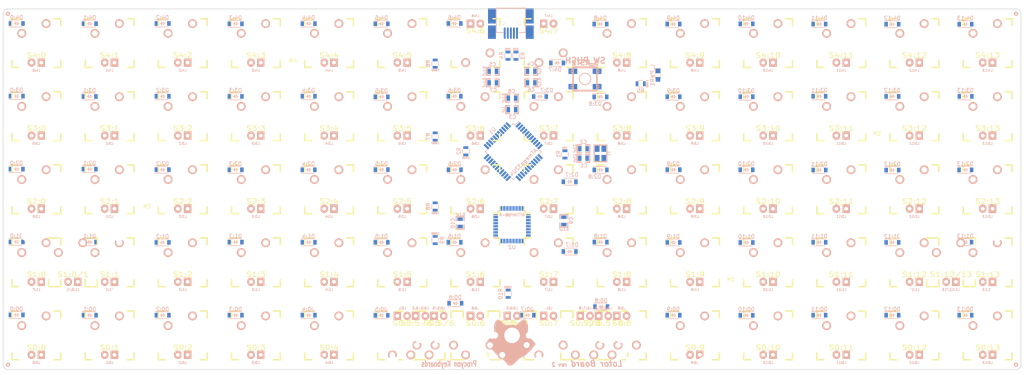
<source format=kicad_pcb>
(kicad_pcb (version 4) (host pcbnew 4.0.1-stable)
  (title_block (title Lotor) (date 2016-02-01) (rev 1) (company Procyon))
  (layers (0 F.Cu signal) (31 B.Cu signal) (36 B.SilkS user hide) (37 F.SilkS user hide) (38 B.Mask user hide) (39 F.Mask user hide) (44 Edge.Cuts user))
  (net 0 "")
  (net 1 GND)
  (net 2 VCC)
  (net 3 "Net-(D0:0-Pad2)")
  (net 4 "Net-(D0:1-Pad2)")
  (net 5 "Net-(D0:2-Pad2)")
  (net 6 "Net-(D0:3-Pad2)")
  (net 7 "Net-(D0:4-Pad2)")
  (net 8 "Net-(D0:5-Pad2)")
  (net 9 "Net-(D0:7-Pad2)")
  (net 10 "Net-(D0:9-Pad2)")
  (net 11 "Net-(D0:10-Pad2)")
  (net 12 "Net-(D0:11-Pad2)")
  (net 13 "Net-(D0:12-Pad2)")
  (net 14 "Net-(D0:13-Pad2)")
  (net 15 "Net-(D1:0-Pad2)")
  (net 16 "Net-(D1:1-Pad2)")
  (net 17 "Net-(D1:2-Pad2)")
  (net 18 "Net-(D1:3-Pad2)")
  (net 19 "Net-(D1:4-Pad2)")
  (net 20 "Net-(D1:5-Pad2)")
  (net 21 "Net-(D1:6-Pad2)")
  (net 22 "Net-(D1:7-Pad2)")
  (net 23 "Net-(D1:8-Pad2)")
  (net 24 "Net-(D1:9-Pad2)")
  (net 25 "Net-(D1:10-Pad2)")
  (net 26 "Net-(D1:11-Pad2)")
  (net 27 "Net-(D1:12-Pad2)")
  (net 28 "Net-(D1:13-Pad2)")
  (net 29 "Net-(D2:0-Pad2)")
  (net 30 "Net-(D2:1-Pad2)")
  (net 31 "Net-(D2:2-Pad2)")
  (net 32 "Net-(D2:3-Pad2)")
  (net 33 "Net-(D2:4-Pad2)")
  (net 34 "Net-(D2:5-Pad2)")
  (net 35 "Net-(D2:6-Pad2)")
  (net 36 "Net-(D2:7-Pad2)")
  (net 37 "Net-(D2:8-Pad2)")
  (net 38 "Net-(D2:9-Pad2)")
  (net 39 "Net-(D2:10-Pad2)")
  (net 40 "Net-(D2:11-Pad2)")
  (net 41 "Net-(D2:12-Pad2)")
  (net 42 "Net-(D2:13-Pad2)")
  (net 43 "Net-(D3:0-Pad2)")
  (net 44 "Net-(D3:1-Pad2)")
  (net 45 "Net-(D3:2-Pad2)")
  (net 46 "Net-(D3:3-Pad2)")
  (net 47 "Net-(D3:4-Pad2)")
  (net 48 "Net-(D3:5-Pad2)")
  (net 49 "Net-(D3:6-Pad2)")
  (net 50 "Net-(D3:7-Pad2)")
  (net 51 "Net-(D3:8-Pad2)")
  (net 52 "Net-(D3:9-Pad2)")
  (net 53 "Net-(D3:10-Pad2)")
  (net 54 "Net-(D3:11-Pad2)")
  (net 55 "Net-(D3:12-Pad2)")
  (net 56 "Net-(D3:13-Pad2)")
  (net 57 "Net-(D4:0-Pad2)")
  (net 58 "Net-(D4:1-Pad2)")
  (net 59 "Net-(D4:2-Pad2)")
  (net 60 "Net-(D4:3-Pad2)")
  (net 61 "Net-(D4:4-Pad2)")
  (net 62 "Net-(D4:5-Pad2)")
  (net 63 "Net-(D4:6-Pad2)")
  (net 64 "Net-(D4:7-Pad2)")
  (net 65 "Net-(D4:8-Pad2)")
  (net 66 "Net-(D4:9-Pad2)")
  (net 67 "Net-(D4:10-Pad2)")
  (net 68 "Net-(D4:11-Pad2)")
  (net 69 "Net-(D4:12-Pad2)")
  (net 70 "Net-(D4:13-Pad2)")
  (net 71 "Net-(C2-Pad1)")
  (net 72 "Net-(C1-Pad1)")
  (net 73 "Net-(J1-Pad2)")
  (net 74 "Net-(J1-Pad3)")
  (net 75 "Net-(R4-Pad1)")
  (net 76 "Net-(R3-Pad1)")
  (net 77 "Net-(C3-Pad1)")
  (net 78 "Net-(L_PWR1-Pad2)")
  (net 79 /~RES~)
  (net 80 "Net-(R2-Pad2)")
  (net 81 /matrix/col0)
  (net 82 /matrix/col1)
  (net 83 /matrix/col2)
  (net 84 /matrix/col3)
  (net 85 /matrix/col4)
  (net 86 /matrix/col5)
  (net 87 /matrix/col7)
  (net 88 /matrix/col9)
  (net 89 /matrix/col10)
  (net 90 /matrix/col11)
  (net 91 /matrix/col12)
  (net 92 /matrix/col13)
  (net 93 /matrix/col6)
  (net 94 /matrix/col8)
  (net 95 /matrix/row4)
  (net 96 /matrix/row0)
  (net 97 /matrix/row2)
  (net 98 /matrix/row3)
  (net 99 /led/lcol1)
  (net 100 /led/lcol2)
  (net 101 /led/lcol3)
  (net 102 /led/lcol5)
  (net 103 /led/lcol7)
  (net 104 /led/lcol9)
  (net 105 /led/lcol10)
  (net 106 /led/lcol11)
  (net 107 /led/lcol12)
  (net 108 /led/lcol6)
  (net 109 /led/lcol8)
  (net 110 "Net-(L3:0-Pad1)")
  (net 111 "Net-(L4:0-Pad1)")
  (net 112 /led/lrow0)
  (net 113 /led/lrow1)
  (net 114 /led/lrow2)
  (net 115 /led/lrow3)
  (net 116 /led/lrow4)
  (net 117 /led/lcol0)
  (net 118 "Net-(L0:0-Pad1)")
  (net 119 /led/lcol4)
  (net 120 /led/lcol13)
  (net 121 /led/~ss~)
  (net 122 /led/mosi)
  (net 123 /led/miso)
  (net 124 /led/sck)
  (net 125 /led/~reset~)
  (net 126 "Net-(L2:0-Pad1)")
  (net 127 "Net-(D0:6-Pad2)")
  (net 128 "Net-(D0:8-Pad2)")
  (module lib:CHERRY_MX_LED (layer F.Cu) (at 98.2 126.8)
    (fp_text reference L1:0/1 (at 0 7.112) (layer B.SilkS) (effects (font (size 0.635 0.635) (thickness 0.127)) (justify mirror)))
    (fp_text value LED hide)
    (pad 2 thru_hole oval (at -1.27 5.08) (size 1.905 2.159) (drill 0.9906) (layers *.Cu *.SilkS *.Mask) (net 117 /led/lcol0))
    (pad 1 thru_hole rect (at 1.27 5.08) (size 1.905 2.159) (drill 0.9906) (layers *.Cu *.SilkS *.Mask) (net 118 "Net-(L0:0-Pad1)"))
  )
  (module lib:CHERRY_MX_LED (layer F.Cu) (at 326.8 126.8)
    (fp_text reference L1:12/13 (at 0 7.112) (layer B.SilkS) (effects (font (size 0.635 0.635) (thickness 0.127)) (justify mirror)))
    (fp_text value LED hide)
    (pad 2 thru_hole oval (at -1.27 5.08) (size 1.905 2.159) (drill 0.9906) (layers *.Cu *.SilkS *.Mask) (net 107 /led/lcol12))
    (pad 1 thru_hole rect (at 1.27 5.08) (size 1.905 2.159) (drill 0.9906) (layers *.Cu *.SilkS *.Mask) (net 118 "Net-(L0:0-Pad1)"))
  )
  (module lib:CHERRY_PCB_200H (layer F.Cu) (at 326.8 126.8)
    (fp_text reference S1:12/13 (at 0 3.175) (layer F.SilkS) (effects (font (size 1.27 1.524) (thickness 0.2032))))
    (fp_text value SW_PUSH hide)
    (pad 1 thru_hole circle (at 2.54 -5.08) (size 2.286 2.286) (drill 1.4986) (layers *.Cu *.SilkS *.Mask) (net 96 /matrix/row0))
    (pad 2 thru_hole circle (at -3.81 -2.54) (size 2.286 2.286) (drill 1.4986) (layers *.Cu *.SilkS *.Mask) (net 27 "Net-(D1:12-Pad2)"))
    (pad HOLE np_thru_hole circle (at 0 0) (size 3.9878 3.9878) (drill 3.9878) (layers *.Cu))
    (pad HOLE np_thru_hole circle (at -5.08 0) (size 1.7018 1.7018) (drill 1.7018) (layers *.Cu))
    (pad HOLE np_thru_hole circle (at 5.08 0) (size 1.7018 1.7018) (drill 1.7018) (layers *.Cu))
    (pad HOLE np_thru_hole circle (at -11.938 -6.985) (size 3.048 3.048) (drill 3.048) (layers *.Cu))
    (pad HOLE np_thru_hole circle (at 11.938 -6.985) (size 3.048 3.048) (drill 3.048) (layers *.Cu))
    (pad HOLE np_thru_hole circle (at -11.938 8.255) (size 3.9878 3.9878) (drill 3.9878) (layers *.Cu))
    (pad HOLE np_thru_hole circle (at 11.938 8.255) (size 3.9878 3.9878) (drill 3.9878) (layers *.Cu))
  )
  (module lib:SOD-123D (layer B.Cu) (at 235.73 138.35)
    (fp_text reference D0:8 (at -0.04 -1.58) (layer B.SilkS) (effects (justify mirror)))
    (fp_text value D)
    (pad 1 smd rect (at -1.635 0) (size 0.91 1.22) (layers B.Cu B.Mask) (net 94 /matrix/col8))
    (pad 2 smd rect (at 1.635 0) (size 0.91 1.22) (layers B.Cu B.Mask) (net 128 "Net-(D0:8-Pad2)"))
  )
  (module lib:SOD-123D (layer B.Cu) (at 197.75 137.48)
    (fp_text reference D0:6 (at -0.04 -1.58) (layer B.SilkS) (effects (justify mirror)))
    (fp_text value D)
    (pad 1 smd rect (at -1.635 0) (size 0.91 1.22) (layers B.Cu B.Mask) (net 93 /matrix/col6))
    (pad 2 smd rect (at 1.635 0) (size 0.91 1.22) (layers B.Cu B.Mask) (net 127 "Net-(D0:6-Pad2)"))
  )
  (module lib:CHERRY_MX_LED (layer F.Cu) (at 236.31 145.86 180)
    (fp_text reference L0:6.5-8 (at 0 7.112 180) (layer B.SilkS) (effects (font (size 0.635 0.635) (thickness 0.127)) (justify mirror)))
    (fp_text value LED hide)
    (pad 2 thru_hole oval (at -1.27 5.08 180) (size 1.905 2.159) (drill 0.9906) (layers *.Cu *.SilkS *.Mask) (net 109 /led/lcol8))
    (pad 1 thru_hole rect (at 1.27 5.08 180) (size 1.905 2.159) (drill 0.9906) (layers *.Cu *.SilkS *.Mask) (net 118 "Net-(L0:0-Pad1)"))
  )
  (module lib:CHERRY_MX_LED (layer F.Cu) (at 212.51 145.85 180)
    (fp_text reference L0:6.5 (at 0 7.112 180) (layer B.SilkS) (effects (font (size 0.635 0.635) (thickness 0.127)) (justify mirror)))
    (fp_text value LED hide)
    (pad 2 thru_hole oval (at -1.27 5.08 180) (size 1.905 2.159) (drill 0.9906) (layers *.Cu *.SilkS *.Mask) (net 108 /led/lcol6))
    (pad 1 thru_hole rect (at 1.27 5.08 180) (size 1.905 2.159) (drill 0.9906) (layers *.Cu *.SilkS *.Mask) (net 118 "Net-(L0:0-Pad1)"))
  )
  (module lib:CHERRY_MX_LED (layer F.Cu) (at 188.68 145.85 180)
    (fp_text reference L0:5-6.5 (at 0 7.112 180) (layer B.SilkS) (effects (font (size 0.635 0.635) (thickness 0.127)) (justify mirror)))
    (fp_text value LED hide)
    (pad 2 thru_hole oval (at -1.27 5.08 180) (size 1.905 2.159) (drill 0.9906) (layers *.Cu *.SilkS *.Mask) (net 102 /led/lcol5))
    (pad 1 thru_hole rect (at 1.27 5.08 180) (size 1.905 2.159) (drill 0.9906) (layers *.Cu *.SilkS *.Mask) (net 118 "Net-(L0:0-Pad1)"))
  )
  (module lib:CHERRY_PCB_150H (layer F.Cu) (at 236.31 145.85 180)
    (fp_text reference S0:6.5-8 (at 0 3.175 180) (layer F.SilkS) (effects (font (size 1.27 1.524) (thickness 0.2032))))
    (fp_text value SW_PUSH hide)
    (pad 1 thru_hole circle (at 2.54 -5.08 180) (size 2.286 2.286) (drill 1.4986) (layers *.Cu *.SilkS *.Mask) (net 96 /matrix/row0))
    (pad 2 thru_hole circle (at -3.81 -2.54 180) (size 2.286 2.286) (drill 1.4986) (layers *.Cu *.SilkS *.Mask) (net 128 "Net-(D0:8-Pad2)"))
    (pad HOLE np_thru_hole circle (at 0 0 180) (size 3.9878 3.9878) (drill 3.9878) (layers *.Cu))
    (pad HOLE np_thru_hole circle (at -5.08 0 180) (size 1.7018 1.7018) (drill 1.7018) (layers *.Cu))
    (pad HOLE np_thru_hole circle (at 5.08 0 180) (size 1.7018 1.7018) (drill 1.7018) (layers *.Cu))
  )
  (module lib:CHERRY_PCB_100H (layer F.Cu) (at 212.51 145.86 180)
    (fp_text reference S0:6.5 (at 0 3.175 180) (layer F.SilkS) (effects (font (size 1.27 1.524) (thickness 0.2032))))
    (fp_text value SW_PUSH hide)
    (pad 1 thru_hole circle (at 2.54 -5.08 180) (size 2.286 2.286) (drill 1.4986) (layers *.Cu *.SilkS *.Mask) (net 96 /matrix/row0))
    (pad 2 thru_hole circle (at -3.81 -2.54 180) (size 2.286 2.286) (drill 1.4986) (layers *.Cu *.SilkS *.Mask) (net 127 "Net-(D0:6-Pad2)"))
    (pad HOLE np_thru_hole circle (at 0 0 180) (size 3.9878 3.9878) (drill 3.9878) (layers *.Cu))
    (pad HOLE np_thru_hole circle (at -5.08 0 180) (size 1.7018 1.7018) (drill 1.7018) (layers *.Cu))
    (pad HOLE np_thru_hole circle (at 5.08 0 180) (size 1.7018 1.7018) (drill 1.7018) (layers *.Cu))
  )
  (module lib:CHERRY_MX_LED (layer F.Cu) (at 202.97 145.85 180)
    (fp_text reference L0:6 (at 0 7.112 180) (layer B.SilkS) (effects (font (size 0.635 0.635) (thickness 0.127)) (justify mirror)))
    (fp_text value LED hide)
    (pad 2 thru_hole oval (at -1.27 5.08 180) (size 1.905 2.159) (drill 0.9906) (layers *.Cu *.SilkS *.Mask) (net 108 /led/lcol6))
    (pad 1 thru_hole rect (at 1.27 5.08 180) (size 1.905 2.159) (drill 0.9906) (layers *.Cu *.SilkS *.Mask) (net 118 "Net-(L0:0-Pad1)"))
  )
  (module lib:CHERRY_MX_LED (layer F.Cu) (at 241.07 145.85 180)
    (fp_text reference L0:8 (at 0 7.112 180) (layer B.SilkS) (effects (font (size 0.635 0.635) (thickness 0.127)) (justify mirror)))
    (fp_text value LED hide)
    (pad 2 thru_hole oval (at -1.27 5.08 180) (size 1.905 2.159) (drill 0.9906) (layers *.Cu *.SilkS *.Mask) (net 109 /led/lcol8))
    (pad 1 thru_hole rect (at 1.27 5.08 180) (size 1.905 2.159) (drill 0.9906) (layers *.Cu *.SilkS *.Mask) (net 118 "Net-(L0:0-Pad1)"))
  )
  (module lib:CHERRY_MX_LED (layer F.Cu) (at 222.02 145.85 180)
    (fp_text reference L0:7 (at 0 7.112 180) (layer B.SilkS) (effects (font (size 0.635 0.635) (thickness 0.127)) (justify mirror)))
    (fp_text value LED hide)
    (pad 2 thru_hole oval (at -1.27 5.08 180) (size 1.905 2.159) (drill 0.9906) (layers *.Cu *.SilkS *.Mask) (net 103 /led/lcol7))
    (pad 1 thru_hole rect (at 1.27 5.08 180) (size 1.905 2.159) (drill 0.9906) (layers *.Cu *.SilkS *.Mask) (net 118 "Net-(L0:0-Pad1)"))
  )
  (module lib:CHERRY_PCB_100H (layer F.Cu) (at 241.07 145.85 180)
    (fp_text reference S0:8 (at 0 3.175 180) (layer F.SilkS) (effects (font (size 1.27 1.524) (thickness 0.2032))))
    (fp_text value SW_PUSH hide)
    (pad 1 thru_hole circle (at 2.54 -5.08 180) (size 2.286 2.286) (drill 1.4986) (layers *.Cu *.SilkS *.Mask) (net 96 /matrix/row0))
    (pad 2 thru_hole circle (at -3.81 -2.54 180) (size 2.286 2.286) (drill 1.4986) (layers *.Cu *.SilkS *.Mask) (net 128 "Net-(D0:8-Pad2)"))
    (pad HOLE np_thru_hole circle (at 0 0 180) (size 3.9878 3.9878) (drill 3.9878) (layers *.Cu))
    (pad HOLE np_thru_hole circle (at -5.08 0 180) (size 1.7018 1.7018) (drill 1.7018) (layers *.Cu))
    (pad HOLE np_thru_hole circle (at 5.08 0 180) (size 1.7018 1.7018) (drill 1.7018) (layers *.Cu))
  )
  (module lib:CHERRY_PCB_100H (layer F.Cu) (at 222.02 145.85 180)
    (fp_text reference S0:7 (at 0 3.175 180) (layer F.SilkS) (effects (font (size 1.27 1.524) (thickness 0.2032))))
    (fp_text value SW_PUSH hide)
    (pad 1 thru_hole circle (at 2.54 -5.08 180) (size 2.286 2.286) (drill 1.4986) (layers *.Cu *.SilkS *.Mask) (net 96 /matrix/row0))
    (pad 2 thru_hole circle (at -3.81 -2.54 180) (size 2.286 2.286) (drill 1.4986) (layers *.Cu *.SilkS *.Mask) (net 9 "Net-(D0:7-Pad2)"))
    (pad HOLE np_thru_hole circle (at 0 0 180) (size 3.9878 3.9878) (drill 3.9878) (layers *.Cu))
    (pad HOLE np_thru_hole circle (at -5.08 0 180) (size 1.7018 1.7018) (drill 1.7018) (layers *.Cu))
    (pad HOLE np_thru_hole circle (at 5.08 0 180) (size 1.7018 1.7018) (drill 1.7018) (layers *.Cu))
  )
  (module lib:CHERRY_PCB_100H (layer F.Cu) (at 202.97 145.85 180)
    (fp_text reference S0:6 (at 0 3.175 180) (layer F.SilkS) (effects (font (size 1.27 1.524) (thickness 0.2032))))
    (fp_text value SW_PUSH hide)
    (pad 1 thru_hole circle (at 2.54 -5.08 180) (size 2.286 2.286) (drill 1.4986) (layers *.Cu *.SilkS *.Mask) (net 96 /matrix/row0))
    (pad 2 thru_hole circle (at -3.81 -2.54 180) (size 2.286 2.286) (drill 1.4986) (layers *.Cu *.SilkS *.Mask) (net 127 "Net-(D0:6-Pad2)"))
    (pad HOLE np_thru_hole circle (at 0 0 180) (size 3.9878 3.9878) (drill 3.9878) (layers *.Cu))
    (pad HOLE np_thru_hole circle (at -5.08 0 180) (size 1.7018 1.7018) (drill 1.7018) (layers *.Cu))
    (pad HOLE np_thru_hole circle (at 5.08 0 180) (size 1.7018 1.7018) (drill 1.7018) (layers *.Cu))
  )
  (module lib:CHERRY_MX_LED (layer F.Cu) (at 183.92 145.85 180)
    (fp_text reference L0:5 (at 0 7.112 180) (layer B.SilkS) (effects (font (size 0.635 0.635) (thickness 0.127)) (justify mirror)))
    (fp_text value LED hide)
    (pad 2 thru_hole oval (at -1.27 5.08 180) (size 1.905 2.159) (drill 0.9906) (layers *.Cu *.SilkS *.Mask) (net 102 /led/lcol5))
    (pad 1 thru_hole rect (at 1.27 5.08 180) (size 1.905 2.159) (drill 0.9906) (layers *.Cu *.SilkS *.Mask) (net 118 "Net-(L0:0-Pad1)"))
  )
  (module lib:CHERRY_PCB_400H (layer F.Cu) (at 212.51 145.85 180)
    (fp_text reference S0:5-8 (at 0 3.175 180) (layer F.SilkS) (effects (font (size 1.27 1.524) (thickness 0.2032))))
    (fp_text value SW_PUSH hide)
    (pad HOLE np_thru_hole circle (at 30.988 8.255 180) (size 3.9878 3.9878) (drill 3.9878) (layers *.Cu))
    (pad HOLE np_thru_hole circle (at 30.988 -6.985 180) (size 3.048 3.048) (drill 3.048) (layers *.Cu))
    (pad 1 thru_hole circle (at 2.54 -5.08 180) (size 2.286 2.286) (drill 1.4986) (layers *.Cu *.SilkS *.Mask) (net 96 /matrix/row0))
    (pad 2 thru_hole circle (at -3.81 -2.54 180) (size 2.286 2.286) (drill 1.4986) (layers *.Cu *.SilkS *.Mask) (net 127 "Net-(D0:6-Pad2)"))
    (pad HOLE np_thru_hole circle (at 0 0 180) (size 3.9878 3.9878) (drill 3.9878) (layers *.Cu))
    (pad HOLE np_thru_hole circle (at -5.08 0 180) (size 1.7018 1.7018) (drill 1.7018) (layers *.Cu))
    (pad HOLE np_thru_hole circle (at 5.08 0 180) (size 1.7018 1.7018) (drill 1.7018) (layers *.Cu))
    (pad HOLE np_thru_hole circle (at -30.988 -6.985 180) (size 3.048 3.048) (drill 3.048) (layers *.Cu))
    (pad HOLE np_thru_hole circle (at -30.988 8.255 180) (size 3.9878 3.9878) (drill 3.9878) (layers *.Cu))
  )
  (module Mounting_Holes:MountingHole_4mm (layer F.Cu) (at 117.5 117.24)
    (fp_text reference M3 (at 0 -5) (layer F.SilkS))
    (fp_text value MountingHole_4mm)
    (pad 1 np_thru_hole circle (at 0 0) (size 4 4) (drill 4) (layers *.Cu *.Mask))
  )
  (module Mounting_Holes:MountingHole_4mm (layer F.Cu) (at 155.5 79.25)
    (fp_text reference M4 (at 0 -5) (layer F.SilkS))
    (fp_text value MountingHole_4mm)
    (pad 1 np_thru_hole circle (at 0 0) (size 4 4) (drill 4) (layers *.Cu *.Mask))
  )
  (module Mounting_Holes:MountingHole_4mm (layer F.Cu) (at 269.5 136.25)
    (fp_text reference M1 (at 0 -5) (layer F.SilkS))
    (fp_text value MountingHole_4mm)
    (pad 1 np_thru_hole circle (at 0 0) (size 4 4) (drill 4) (layers *.Cu *.Mask))
  )
  (module Mounting_Holes:MountingHole_4mm (layer F.Cu) (at 307.5 98.25)
    (fp_text reference M2 (at 0 -5) (layer F.SilkS))
    (fp_text value MountingHole_4mm)
    (pad 1 np_thru_hole circle (at 0 0) (size 4 4) (drill 4) (layers *.Cu *.Mask))
  )
  (module .pretty:racc1 (layer B.Cu) (at 212.35 147.7 180)
    (fp_text reference G2 hide)
    (fp_text value LOGO hide)
  )
  (module lib:CHERRY_PCB_100H (layer F.Cu) (at 183.925 107.75)
    (fp_text reference S2:5 (at 0 3.175) (layer F.SilkS) (effects (font (size 1.27 1.524) (thickness 0.2032))))
    (fp_text value SW_PUSH hide)
    (pad 1 thru_hole circle (at 2.54 -5.08) (size 2.286 2.286) (drill 1.4986) (layers *.Cu *.SilkS *.Mask) (net 97 /matrix/row2))
    (pad 2 thru_hole circle (at -3.81 -2.54) (size 2.286 2.286) (drill 1.4986) (layers *.Cu *.SilkS *.Mask) (net 34 "Net-(D2:5-Pad2)"))
    (pad HOLE np_thru_hole circle (at 0 0) (size 3.9878 3.9878) (drill 3.9878) (layers *.Cu))
    (pad HOLE np_thru_hole circle (at -5.08 0) (size 1.7018 1.7018) (drill 1.7018) (layers *.Cu))
    (pad HOLE np_thru_hole circle (at 5.08 0) (size 1.7018 1.7018) (drill 1.7018) (layers *.Cu))
  )
  (module lib:CHERRY_PCB_100H (layer F.Cu) (at 202.975 107.75)
    (fp_text reference S2:6 (at 0 3.175) (layer F.SilkS) (effects (font (size 1.27 1.524) (thickness 0.2032))))
    (fp_text value SW_PUSH hide)
    (pad 1 thru_hole circle (at 2.54 -5.08) (size 2.286 2.286) (drill 1.4986) (layers *.Cu *.SilkS *.Mask) (net 97 /matrix/row2))
    (pad 2 thru_hole circle (at -3.81 -2.54) (size 2.286 2.286) (drill 1.4986) (layers *.Cu *.SilkS *.Mask) (net 35 "Net-(D2:6-Pad2)"))
    (pad HOLE np_thru_hole circle (at 0 0) (size 3.9878 3.9878) (drill 3.9878) (layers *.Cu))
    (pad HOLE np_thru_hole circle (at -5.08 0) (size 1.7018 1.7018) (drill 1.7018) (layers *.Cu))
    (pad HOLE np_thru_hole circle (at 5.08 0) (size 1.7018 1.7018) (drill 1.7018) (layers *.Cu))
  )
  (module lib:CHERRY_PCB_100H (layer F.Cu) (at 164.875 69.65)
    (fp_text reference S4:4 (at 0 3.175) (layer F.SilkS) (effects (font (size 1.27 1.524) (thickness 0.2032))))
    (fp_text value SW_PUSH hide)
    (pad 1 thru_hole circle (at 2.54 -5.08) (size 2.286 2.286) (drill 1.4986) (layers *.Cu *.SilkS *.Mask) (net 95 /matrix/row4))
    (pad 2 thru_hole circle (at -3.81 -2.54) (size 2.286 2.286) (drill 1.4986) (layers *.Cu *.SilkS *.Mask) (net 61 "Net-(D4:4-Pad2)"))
    (pad HOLE np_thru_hole circle (at 0 0) (size 3.9878 3.9878) (drill 3.9878) (layers *.Cu))
    (pad HOLE np_thru_hole circle (at -5.08 0) (size 1.7018 1.7018) (drill 1.7018) (layers *.Cu))
    (pad HOLE np_thru_hole circle (at 5.08 0) (size 1.7018 1.7018) (drill 1.7018) (layers *.Cu))
  )
  (module lib:CHERRY_PCB_100H (layer F.Cu) (at 336.325 126.8)
    (fp_text reference S1:13 (at 0 3.175) (layer F.SilkS) (effects (font (size 1.27 1.524) (thickness 0.2032))))
    (fp_text value SW_PUSH hide)
    (pad 1 thru_hole circle (at 2.54 -5.08) (size 2.286 2.286) (drill 1.4986) (layers *.Cu *.SilkS *.Mask) (net 96 /matrix/row0))
    (pad 2 thru_hole circle (at -3.81 -2.54) (size 2.286 2.286) (drill 1.4986) (layers *.Cu *.SilkS *.Mask) (net 28 "Net-(D1:13-Pad2)"))
    (pad HOLE np_thru_hole circle (at 0 0) (size 3.9878 3.9878) (drill 3.9878) (layers *.Cu))
    (pad HOLE np_thru_hole circle (at -5.08 0) (size 1.7018 1.7018) (drill 1.7018) (layers *.Cu))
    (pad HOLE np_thru_hole circle (at 5.08 0) (size 1.7018 1.7018) (drill 1.7018) (layers *.Cu))
  )
  (module lib:CHERRY_PCB_100H (layer F.Cu) (at 202.975 69.65 180)
    (fp_text reference S4:6 (at 0 3.175 180) (layer F.SilkS) (effects (font (size 1.27 1.524) (thickness 0.2032))))
    (fp_text value SW_PUSH hide)
    (pad 1 thru_hole circle (at 2.54 -5.08 180) (size 2.286 2.286) (drill 1.4986) (layers *.Cu *.SilkS *.Mask) (net 95 /matrix/row4))
    (pad 2 thru_hole circle (at -3.81 -2.54 180) (size 2.286 2.286) (drill 1.4986) (layers *.Cu *.SilkS *.Mask) (net 63 "Net-(D4:6-Pad2)"))
    (pad HOLE np_thru_hole circle (at 0 0 180) (size 3.9878 3.9878) (drill 3.9878) (layers *.Cu))
    (pad HOLE np_thru_hole circle (at -5.08 0 180) (size 1.7018 1.7018) (drill 1.7018) (layers *.Cu))
    (pad HOLE np_thru_hole circle (at 5.08 0 180) (size 1.7018 1.7018) (drill 1.7018) (layers *.Cu))
  )
  (module lib:CHERRY_PCB_100H (layer F.Cu) (at 222.025 69.65 180)
    (fp_text reference S4:7 (at 0 3.175 180) (layer F.SilkS) (effects (font (size 1.27 1.524) (thickness 0.2032))))
    (fp_text value SW_PUSH hide)
    (pad 1 thru_hole circle (at 2.54 -5.08 180) (size 2.286 2.286) (drill 1.4986) (layers *.Cu *.SilkS *.Mask) (net 95 /matrix/row4))
    (pad 2 thru_hole circle (at -3.81 -2.54 180) (size 2.286 2.286) (drill 1.4986) (layers *.Cu *.SilkS *.Mask) (net 64 "Net-(D4:7-Pad2)"))
    (pad HOLE np_thru_hole circle (at 0 0 180) (size 3.9878 3.9878) (drill 3.9878) (layers *.Cu))
    (pad HOLE np_thru_hole circle (at -5.08 0 180) (size 1.7018 1.7018) (drill 1.7018) (layers *.Cu))
    (pad HOLE np_thru_hole circle (at 5.08 0 180) (size 1.7018 1.7018) (drill 1.7018) (layers *.Cu))
  )
  (module lib:CHERRY_PCB_100H (layer F.Cu) (at 183.925 69.65)
    (fp_text reference S4:5 (at 0 3.175) (layer F.SilkS) (effects (font (size 1.27 1.524) (thickness 0.2032))))
    (fp_text value SW_PUSH hide)
    (pad 1 thru_hole circle (at 2.54 -5.08) (size 2.286 2.286) (drill 1.4986) (layers *.Cu *.SilkS *.Mask) (net 95 /matrix/row4))
    (pad 2 thru_hole circle (at -3.81 -2.54) (size 2.286 2.286) (drill 1.4986) (layers *.Cu *.SilkS *.Mask) (net 62 "Net-(D4:5-Pad2)"))
    (pad HOLE np_thru_hole circle (at 0 0) (size 3.9878 3.9878) (drill 3.9878) (layers *.Cu))
    (pad HOLE np_thru_hole circle (at -5.08 0) (size 1.7018 1.7018) (drill 1.7018) (layers *.Cu))
    (pad HOLE np_thru_hole circle (at 5.08 0) (size 1.7018 1.7018) (drill 1.7018) (layers *.Cu))
  )
  (module lib:CHERRY_PCB_100H (layer F.Cu) (at 145.825 69.65)
    (fp_text reference S4:3 (at 0 3.175) (layer F.SilkS) (effects (font (size 1.27 1.524) (thickness 0.2032))))
    (fp_text value SW_PUSH hide)
    (pad 1 thru_hole circle (at 2.54 -5.08) (size 2.286 2.286) (drill 1.4986) (layers *.Cu *.SilkS *.Mask) (net 95 /matrix/row4))
    (pad 2 thru_hole circle (at -3.81 -2.54) (size 2.286 2.286) (drill 1.4986) (layers *.Cu *.SilkS *.Mask) (net 60 "Net-(D4:3-Pad2)"))
    (pad HOLE np_thru_hole circle (at 0 0) (size 3.9878 3.9878) (drill 3.9878) (layers *.Cu))
    (pad HOLE np_thru_hole circle (at -5.08 0) (size 1.7018 1.7018) (drill 1.7018) (layers *.Cu))
    (pad HOLE np_thru_hole circle (at 5.08 0) (size 1.7018 1.7018) (drill 1.7018) (layers *.Cu))
  )
  (module lib:CHERRY_PCB_100H (layer F.Cu) (at 126.775 69.65)
    (fp_text reference S4:2 (at 0 3.175) (layer F.SilkS) (effects (font (size 1.27 1.524) (thickness 0.2032))))
    (fp_text value SW_PUSH hide)
    (pad 1 thru_hole circle (at 2.54 -5.08) (size 2.286 2.286) (drill 1.4986) (layers *.Cu *.SilkS *.Mask) (net 95 /matrix/row4))
    (pad 2 thru_hole circle (at -3.81 -2.54) (size 2.286 2.286) (drill 1.4986) (layers *.Cu *.SilkS *.Mask) (net 59 "Net-(D4:2-Pad2)"))
    (pad HOLE np_thru_hole circle (at 0 0) (size 3.9878 3.9878) (drill 3.9878) (layers *.Cu))
    (pad HOLE np_thru_hole circle (at -5.08 0) (size 1.7018 1.7018) (drill 1.7018) (layers *.Cu))
    (pad HOLE np_thru_hole circle (at 5.08 0) (size 1.7018 1.7018) (drill 1.7018) (layers *.Cu))
  )
  (module lib:CHERRY_PCB_100H (layer F.Cu) (at 107.725 69.65)
    (fp_text reference S4:1 (at 0 3.175) (layer F.SilkS) (effects (font (size 1.27 1.524) (thickness 0.2032))))
    (fp_text value SW_PUSH hide)
    (pad 1 thru_hole circle (at 2.54 -5.08) (size 2.286 2.286) (drill 1.4986) (layers *.Cu *.SilkS *.Mask) (net 95 /matrix/row4))
    (pad 2 thru_hole circle (at -3.81 -2.54) (size 2.286 2.286) (drill 1.4986) (layers *.Cu *.SilkS *.Mask) (net 58 "Net-(D4:1-Pad2)"))
    (pad HOLE np_thru_hole circle (at 0 0) (size 3.9878 3.9878) (drill 3.9878) (layers *.Cu))
    (pad HOLE np_thru_hole circle (at -5.08 0) (size 1.7018 1.7018) (drill 1.7018) (layers *.Cu))
    (pad HOLE np_thru_hole circle (at 5.08 0) (size 1.7018 1.7018) (drill 1.7018) (layers *.Cu))
  )
  (module lib:CHERRY_PCB_100H (layer F.Cu) (at 88.675 69.65)
    (fp_text reference S4:0 (at 0 3.175) (layer F.SilkS) (effects (font (size 1.27 1.524) (thickness 0.2032))))
    (fp_text value SW_PUSH hide)
    (pad 1 thru_hole circle (at 2.54 -5.08) (size 2.286 2.286) (drill 1.4986) (layers *.Cu *.SilkS *.Mask) (net 95 /matrix/row4))
    (pad 2 thru_hole circle (at -3.81 -2.54) (size 2.286 2.286) (drill 1.4986) (layers *.Cu *.SilkS *.Mask) (net 57 "Net-(D4:0-Pad2)"))
    (pad HOLE np_thru_hole circle (at 0 0) (size 3.9878 3.9878) (drill 3.9878) (layers *.Cu))
    (pad HOLE np_thru_hole circle (at -5.08 0) (size 1.7018 1.7018) (drill 1.7018) (layers *.Cu))
    (pad HOLE np_thru_hole circle (at 5.08 0) (size 1.7018 1.7018) (drill 1.7018) (layers *.Cu))
  )
  (module lib:CHERRY_PCB_100H (layer F.Cu) (at 202.975 88.7)
    (fp_text reference S3:6 (at 0 3.175) (layer F.SilkS) (effects (font (size 1.27 1.524) (thickness 0.2032))))
    (fp_text value SW_PUSH hide)
    (pad 1 thru_hole circle (at 2.54 -5.08) (size 2.286 2.286) (drill 1.4986) (layers *.Cu *.SilkS *.Mask) (net 98 /matrix/row3))
    (pad 2 thru_hole circle (at -3.81 -2.54) (size 2.286 2.286) (drill 1.4986) (layers *.Cu *.SilkS *.Mask) (net 49 "Net-(D3:6-Pad2)"))
    (pad HOLE np_thru_hole circle (at 0 0) (size 3.9878 3.9878) (drill 3.9878) (layers *.Cu))
    (pad HOLE np_thru_hole circle (at -5.08 0) (size 1.7018 1.7018) (drill 1.7018) (layers *.Cu))
    (pad HOLE np_thru_hole circle (at 5.08 0) (size 1.7018 1.7018) (drill 1.7018) (layers *.Cu))
  )
  (module lib:CHERRY_PCB_100H (layer F.Cu) (at 183.925 88.7)
    (fp_text reference S3:5 (at 0 3.175) (layer F.SilkS) (effects (font (size 1.27 1.524) (thickness 0.2032))))
    (fp_text value SW_PUSH hide)
    (pad 1 thru_hole circle (at 2.54 -5.08) (size 2.286 2.286) (drill 1.4986) (layers *.Cu *.SilkS *.Mask) (net 98 /matrix/row3))
    (pad 2 thru_hole circle (at -3.81 -2.54) (size 2.286 2.286) (drill 1.4986) (layers *.Cu *.SilkS *.Mask) (net 48 "Net-(D3:5-Pad2)"))
    (pad HOLE np_thru_hole circle (at 0 0) (size 3.9878 3.9878) (drill 3.9878) (layers *.Cu))
    (pad HOLE np_thru_hole circle (at -5.08 0) (size 1.7018 1.7018) (drill 1.7018) (layers *.Cu))
    (pad HOLE np_thru_hole circle (at 5.08 0) (size 1.7018 1.7018) (drill 1.7018) (layers *.Cu))
  )
  (module lib:CHERRY_PCB_100H (layer F.Cu) (at 164.875 88.7)
    (fp_text reference S3:4 (at 0 3.175) (layer F.SilkS) (effects (font (size 1.27 1.524) (thickness 0.2032))))
    (fp_text value SW_PUSH hide)
    (pad 1 thru_hole circle (at 2.54 -5.08) (size 2.286 2.286) (drill 1.4986) (layers *.Cu *.SilkS *.Mask) (net 98 /matrix/row3))
    (pad 2 thru_hole circle (at -3.81 -2.54) (size 2.286 2.286) (drill 1.4986) (layers *.Cu *.SilkS *.Mask) (net 47 "Net-(D3:4-Pad2)"))
    (pad HOLE np_thru_hole circle (at 0 0) (size 3.9878 3.9878) (drill 3.9878) (layers *.Cu))
    (pad HOLE np_thru_hole circle (at -5.08 0) (size 1.7018 1.7018) (drill 1.7018) (layers *.Cu))
    (pad HOLE np_thru_hole circle (at 5.08 0) (size 1.7018 1.7018) (drill 1.7018) (layers *.Cu))
  )
  (module lib:CHERRY_PCB_100H (layer F.Cu) (at 145.825 88.7)
    (fp_text reference S3:3 (at 0 3.175) (layer F.SilkS) (effects (font (size 1.27 1.524) (thickness 0.2032))))
    (fp_text value SW_PUSH hide)
    (pad 1 thru_hole circle (at 2.54 -5.08) (size 2.286 2.286) (drill 1.4986) (layers *.Cu *.SilkS *.Mask) (net 98 /matrix/row3))
    (pad 2 thru_hole circle (at -3.81 -2.54) (size 2.286 2.286) (drill 1.4986) (layers *.Cu *.SilkS *.Mask) (net 46 "Net-(D3:3-Pad2)"))
    (pad HOLE np_thru_hole circle (at 0 0) (size 3.9878 3.9878) (drill 3.9878) (layers *.Cu))
    (pad HOLE np_thru_hole circle (at -5.08 0) (size 1.7018 1.7018) (drill 1.7018) (layers *.Cu))
    (pad HOLE np_thru_hole circle (at 5.08 0) (size 1.7018 1.7018) (drill 1.7018) (layers *.Cu))
  )
  (module lib:CHERRY_PCB_100H (layer F.Cu) (at 126.775 88.7)
    (fp_text reference S3:2 (at 0 3.175) (layer F.SilkS) (effects (font (size 1.27 1.524) (thickness 0.2032))))
    (fp_text value SW_PUSH hide)
    (pad 1 thru_hole circle (at 2.54 -5.08) (size 2.286 2.286) (drill 1.4986) (layers *.Cu *.SilkS *.Mask) (net 98 /matrix/row3))
    (pad 2 thru_hole circle (at -3.81 -2.54) (size 2.286 2.286) (drill 1.4986) (layers *.Cu *.SilkS *.Mask) (net 45 "Net-(D3:2-Pad2)"))
    (pad HOLE np_thru_hole circle (at 0 0) (size 3.9878 3.9878) (drill 3.9878) (layers *.Cu))
    (pad HOLE np_thru_hole circle (at -5.08 0) (size 1.7018 1.7018) (drill 1.7018) (layers *.Cu))
    (pad HOLE np_thru_hole circle (at 5.08 0) (size 1.7018 1.7018) (drill 1.7018) (layers *.Cu))
  )
  (module lib:CHERRY_PCB_100H (layer F.Cu) (at 107.725 88.7)
    (fp_text reference S3:1 (at 0 3.175) (layer F.SilkS) (effects (font (size 1.27 1.524) (thickness 0.2032))))
    (fp_text value SW_PUSH hide)
    (pad 1 thru_hole circle (at 2.54 -5.08) (size 2.286 2.286) (drill 1.4986) (layers *.Cu *.SilkS *.Mask) (net 98 /matrix/row3))
    (pad 2 thru_hole circle (at -3.81 -2.54) (size 2.286 2.286) (drill 1.4986) (layers *.Cu *.SilkS *.Mask) (net 44 "Net-(D3:1-Pad2)"))
    (pad HOLE np_thru_hole circle (at 0 0) (size 3.9878 3.9878) (drill 3.9878) (layers *.Cu))
    (pad HOLE np_thru_hole circle (at -5.08 0) (size 1.7018 1.7018) (drill 1.7018) (layers *.Cu))
    (pad HOLE np_thru_hole circle (at 5.08 0) (size 1.7018 1.7018) (drill 1.7018) (layers *.Cu))
  )
  (module lib:CHERRY_PCB_100H (layer F.Cu) (at 88.675 88.7)
    (fp_text reference S3:0 (at 0 3.175) (layer F.SilkS) (effects (font (size 1.27 1.524) (thickness 0.2032))))
    (fp_text value SW_PUSH hide)
    (pad 1 thru_hole circle (at 2.54 -5.08) (size 2.286 2.286) (drill 1.4986) (layers *.Cu *.SilkS *.Mask) (net 98 /matrix/row3))
    (pad 2 thru_hole circle (at -3.81 -2.54) (size 2.286 2.286) (drill 1.4986) (layers *.Cu *.SilkS *.Mask) (net 43 "Net-(D3:0-Pad2)"))
    (pad HOLE np_thru_hole circle (at 0 0) (size 3.9878 3.9878) (drill 3.9878) (layers *.Cu))
    (pad HOLE np_thru_hole circle (at -5.08 0) (size 1.7018 1.7018) (drill 1.7018) (layers *.Cu))
    (pad HOLE np_thru_hole circle (at 5.08 0) (size 1.7018 1.7018) (drill 1.7018) (layers *.Cu))
  )
  (module lib:CHERRY_PCB_100H (layer F.Cu) (at 164.875 107.75)
    (fp_text reference S2:4 (at 0 3.175) (layer F.SilkS) (effects (font (size 1.27 1.524) (thickness 0.2032))))
    (fp_text value SW_PUSH hide)
    (pad 1 thru_hole circle (at 2.54 -5.08) (size 2.286 2.286) (drill 1.4986) (layers *.Cu *.SilkS *.Mask) (net 97 /matrix/row2))
    (pad 2 thru_hole circle (at -3.81 -2.54) (size 2.286 2.286) (drill 1.4986) (layers *.Cu *.SilkS *.Mask) (net 33 "Net-(D2:4-Pad2)"))
    (pad HOLE np_thru_hole circle (at 0 0) (size 3.9878 3.9878) (drill 3.9878) (layers *.Cu))
    (pad HOLE np_thru_hole circle (at -5.08 0) (size 1.7018 1.7018) (drill 1.7018) (layers *.Cu))
    (pad HOLE np_thru_hole circle (at 5.08 0) (size 1.7018 1.7018) (drill 1.7018) (layers *.Cu))
  )
  (module lib:CHERRY_PCB_100H (layer F.Cu) (at 145.825 107.75)
    (fp_text reference S2:3 (at 0 3.175) (layer F.SilkS) (effects (font (size 1.27 1.524) (thickness 0.2032))))
    (fp_text value SW_PUSH hide)
    (pad 1 thru_hole circle (at 2.54 -5.08) (size 2.286 2.286) (drill 1.4986) (layers *.Cu *.SilkS *.Mask) (net 97 /matrix/row2))
    (pad 2 thru_hole circle (at -3.81 -2.54) (size 2.286 2.286) (drill 1.4986) (layers *.Cu *.SilkS *.Mask) (net 32 "Net-(D2:3-Pad2)"))
    (pad HOLE np_thru_hole circle (at 0 0) (size 3.9878 3.9878) (drill 3.9878) (layers *.Cu))
    (pad HOLE np_thru_hole circle (at -5.08 0) (size 1.7018 1.7018) (drill 1.7018) (layers *.Cu))
    (pad HOLE np_thru_hole circle (at 5.08 0) (size 1.7018 1.7018) (drill 1.7018) (layers *.Cu))
  )
  (module lib:CHERRY_PCB_100H (layer F.Cu) (at 126.775 107.75)
    (fp_text reference S2:2 (at 0 3.175) (layer F.SilkS) (effects (font (size 1.27 1.524) (thickness 0.2032))))
    (fp_text value SW_PUSH hide)
    (pad 1 thru_hole circle (at 2.54 -5.08) (size 2.286 2.286) (drill 1.4986) (layers *.Cu *.SilkS *.Mask) (net 97 /matrix/row2))
    (pad 2 thru_hole circle (at -3.81 -2.54) (size 2.286 2.286) (drill 1.4986) (layers *.Cu *.SilkS *.Mask) (net 31 "Net-(D2:2-Pad2)"))
    (pad HOLE np_thru_hole circle (at 0 0) (size 3.9878 3.9878) (drill 3.9878) (layers *.Cu))
    (pad HOLE np_thru_hole circle (at -5.08 0) (size 1.7018 1.7018) (drill 1.7018) (layers *.Cu))
    (pad HOLE np_thru_hole circle (at 5.08 0) (size 1.7018 1.7018) (drill 1.7018) (layers *.Cu))
  )
  (module lib:CHERRY_PCB_100H (layer F.Cu) (at 107.725 107.75)
    (fp_text reference S2:1 (at 0 3.175) (layer F.SilkS) (effects (font (size 1.27 1.524) (thickness 0.2032))))
    (fp_text value SW_PUSH hide)
    (pad 1 thru_hole circle (at 2.54 -5.08) (size 2.286 2.286) (drill 1.4986) (layers *.Cu *.SilkS *.Mask) (net 97 /matrix/row2))
    (pad 2 thru_hole circle (at -3.81 -2.54) (size 2.286 2.286) (drill 1.4986) (layers *.Cu *.SilkS *.Mask) (net 30 "Net-(D2:1-Pad2)"))
    (pad HOLE np_thru_hole circle (at 0 0) (size 3.9878 3.9878) (drill 3.9878) (layers *.Cu))
    (pad HOLE np_thru_hole circle (at -5.08 0) (size 1.7018 1.7018) (drill 1.7018) (layers *.Cu))
    (pad HOLE np_thru_hole circle (at 5.08 0) (size 1.7018 1.7018) (drill 1.7018) (layers *.Cu))
  )
  (module lib:CHERRY_PCB_100H (layer F.Cu) (at 88.675 107.75)
    (fp_text reference S2:0 (at 0 3.175) (layer F.SilkS) (effects (font (size 1.27 1.524) (thickness 0.2032))))
    (fp_text value SW_PUSH hide)
    (pad 1 thru_hole circle (at 2.54 -5.08) (size 2.286 2.286) (drill 1.4986) (layers *.Cu *.SilkS *.Mask) (net 97 /matrix/row2))
    (pad 2 thru_hole circle (at -3.81 -2.54) (size 2.286 2.286) (drill 1.4986) (layers *.Cu *.SilkS *.Mask) (net 29 "Net-(D2:0-Pad2)"))
    (pad HOLE np_thru_hole circle (at 0 0) (size 3.9878 3.9878) (drill 3.9878) (layers *.Cu))
    (pad HOLE np_thru_hole circle (at -5.08 0) (size 1.7018 1.7018) (drill 1.7018) (layers *.Cu))
    (pad HOLE np_thru_hole circle (at 5.08 0) (size 1.7018 1.7018) (drill 1.7018) (layers *.Cu))
  )
  (module lib:CHERRY_PCB_100H (layer F.Cu) (at 202.975 126.8)
    (fp_text reference S1:6 (at 0 3.175) (layer F.SilkS) (effects (font (size 1.27 1.524) (thickness 0.2032))))
    (fp_text value SW_PUSH hide)
    (pad 1 thru_hole circle (at 2.54 -5.08) (size 2.286 2.286) (drill 1.4986) (layers *.Cu *.SilkS *.Mask) (net 96 /matrix/row0))
    (pad 2 thru_hole circle (at -3.81 -2.54) (size 2.286 2.286) (drill 1.4986) (layers *.Cu *.SilkS *.Mask) (net 21 "Net-(D1:6-Pad2)"))
    (pad HOLE np_thru_hole circle (at 0 0) (size 3.9878 3.9878) (drill 3.9878) (layers *.Cu))
    (pad HOLE np_thru_hole circle (at -5.08 0) (size 1.7018 1.7018) (drill 1.7018) (layers *.Cu))
    (pad HOLE np_thru_hole circle (at 5.08 0) (size 1.7018 1.7018) (drill 1.7018) (layers *.Cu))
  )
  (module lib:CHERRY_PCB_100H (layer F.Cu) (at 183.925 126.8)
    (fp_text reference S1:5 (at 0 3.175) (layer F.SilkS) (effects (font (size 1.27 1.524) (thickness 0.2032))))
    (fp_text value SW_PUSH hide)
    (pad 1 thru_hole circle (at 2.54 -5.08) (size 2.286 2.286) (drill 1.4986) (layers *.Cu *.SilkS *.Mask) (net 96 /matrix/row0))
    (pad 2 thru_hole circle (at -3.81 -2.54) (size 2.286 2.286) (drill 1.4986) (layers *.Cu *.SilkS *.Mask) (net 20 "Net-(D1:5-Pad2)"))
    (pad HOLE np_thru_hole circle (at 0 0) (size 3.9878 3.9878) (drill 3.9878) (layers *.Cu))
    (pad HOLE np_thru_hole circle (at -5.08 0) (size 1.7018 1.7018) (drill 1.7018) (layers *.Cu))
    (pad HOLE np_thru_hole circle (at 5.08 0) (size 1.7018 1.7018) (drill 1.7018) (layers *.Cu))
  )
  (module lib:CHERRY_PCB_100H (layer F.Cu) (at 164.875 126.8)
    (fp_text reference S1:4 (at 0 3.175) (layer F.SilkS) (effects (font (size 1.27 1.524) (thickness 0.2032))))
    (fp_text value SW_PUSH hide)
    (pad 1 thru_hole circle (at 2.54 -5.08) (size 2.286 2.286) (drill 1.4986) (layers *.Cu *.SilkS *.Mask) (net 96 /matrix/row0))
    (pad 2 thru_hole circle (at -3.81 -2.54) (size 2.286 2.286) (drill 1.4986) (layers *.Cu *.SilkS *.Mask) (net 19 "Net-(D1:4-Pad2)"))
    (pad HOLE np_thru_hole circle (at 0 0) (size 3.9878 3.9878) (drill 3.9878) (layers *.Cu))
    (pad HOLE np_thru_hole circle (at -5.08 0) (size 1.7018 1.7018) (drill 1.7018) (layers *.Cu))
    (pad HOLE np_thru_hole circle (at 5.08 0) (size 1.7018 1.7018) (drill 1.7018) (layers *.Cu))
  )
  (module lib:CHERRY_PCB_100H (layer F.Cu) (at 145.825 126.8)
    (fp_text reference S1:3 (at 0 3.175) (layer F.SilkS) (effects (font (size 1.27 1.524) (thickness 0.2032))))
    (fp_text value SW_PUSH hide)
    (pad 1 thru_hole circle (at 2.54 -5.08) (size 2.286 2.286) (drill 1.4986) (layers *.Cu *.SilkS *.Mask) (net 96 /matrix/row0))
    (pad 2 thru_hole circle (at -3.81 -2.54) (size 2.286 2.286) (drill 1.4986) (layers *.Cu *.SilkS *.Mask) (net 18 "Net-(D1:3-Pad2)"))
    (pad HOLE np_thru_hole circle (at 0 0) (size 3.9878 3.9878) (drill 3.9878) (layers *.Cu))
    (pad HOLE np_thru_hole circle (at -5.08 0) (size 1.7018 1.7018) (drill 1.7018) (layers *.Cu))
    (pad HOLE np_thru_hole circle (at 5.08 0) (size 1.7018 1.7018) (drill 1.7018) (layers *.Cu))
  )
  (module lib:CHERRY_PCB_100H (layer F.Cu) (at 126.775 126.8)
    (fp_text reference S1:2 (at 0 3.175) (layer F.SilkS) (effects (font (size 1.27 1.524) (thickness 0.2032))))
    (fp_text value SW_PUSH hide)
    (pad 1 thru_hole circle (at 2.54 -5.08) (size 2.286 2.286) (drill 1.4986) (layers *.Cu *.SilkS *.Mask) (net 96 /matrix/row0))
    (pad 2 thru_hole circle (at -3.81 -2.54) (size 2.286 2.286) (drill 1.4986) (layers *.Cu *.SilkS *.Mask) (net 17 "Net-(D1:2-Pad2)"))
    (pad HOLE np_thru_hole circle (at 0 0) (size 3.9878 3.9878) (drill 3.9878) (layers *.Cu))
    (pad HOLE np_thru_hole circle (at -5.08 0) (size 1.7018 1.7018) (drill 1.7018) (layers *.Cu))
    (pad HOLE np_thru_hole circle (at 5.08 0) (size 1.7018 1.7018) (drill 1.7018) (layers *.Cu))
  )
  (module lib:CHERRY_PCB_100H (layer F.Cu) (at 107.725 126.8)
    (fp_text reference S1:1 (at 0 3.175) (layer F.SilkS) (effects (font (size 1.27 1.524) (thickness 0.2032))))
    (fp_text value SW_PUSH hide)
    (pad 1 thru_hole circle (at 2.54 -5.08) (size 2.286 2.286) (drill 1.4986) (layers *.Cu *.SilkS *.Mask) (net 96 /matrix/row0))
    (pad 2 thru_hole circle (at -3.81 -2.54) (size 2.286 2.286) (drill 1.4986) (layers *.Cu *.SilkS *.Mask) (net 16 "Net-(D1:1-Pad2)"))
    (pad HOLE np_thru_hole circle (at 0 0) (size 3.9878 3.9878) (drill 3.9878) (layers *.Cu))
    (pad HOLE np_thru_hole circle (at -5.08 0) (size 1.7018 1.7018) (drill 1.7018) (layers *.Cu))
    (pad HOLE np_thru_hole circle (at 5.08 0) (size 1.7018 1.7018) (drill 1.7018) (layers *.Cu))
  )
  (module lib:CHERRY_PCB_100H (layer F.Cu) (at 88.675 126.8)
    (fp_text reference S1:0 (at 0 3.175) (layer F.SilkS) (effects (font (size 1.27 1.524) (thickness 0.2032))))
    (fp_text value SW_PUSH hide)
    (pad 1 thru_hole circle (at 2.54 -5.08) (size 2.286 2.286) (drill 1.4986) (layers *.Cu *.SilkS *.Mask) (net 96 /matrix/row0))
    (pad 2 thru_hole circle (at -3.81 -2.54) (size 2.286 2.286) (drill 1.4986) (layers *.Cu *.SilkS *.Mask) (net 15 "Net-(D1:0-Pad2)"))
    (pad HOLE np_thru_hole circle (at 0 0) (size 3.9878 3.9878) (drill 3.9878) (layers *.Cu))
    (pad HOLE np_thru_hole circle (at -5.08 0) (size 1.7018 1.7018) (drill 1.7018) (layers *.Cu))
    (pad HOLE np_thru_hole circle (at 5.08 0) (size 1.7018 1.7018) (drill 1.7018) (layers *.Cu))
  )
  (module lib:CHERRY_PCB_100H (layer F.Cu) (at 145.825 145.85)
    (fp_text reference S0:3 (at 0 3.175) (layer F.SilkS) (effects (font (size 1.27 1.524) (thickness 0.2032))))
    (fp_text value SW_PUSH hide)
    (pad 1 thru_hole circle (at 2.54 -5.08) (size 2.286 2.286) (drill 1.4986) (layers *.Cu *.SilkS *.Mask) (net 96 /matrix/row0))
    (pad 2 thru_hole circle (at -3.81 -2.54) (size 2.286 2.286) (drill 1.4986) (layers *.Cu *.SilkS *.Mask) (net 6 "Net-(D0:3-Pad2)"))
    (pad HOLE np_thru_hole circle (at 0 0) (size 3.9878 3.9878) (drill 3.9878) (layers *.Cu))
    (pad HOLE np_thru_hole circle (at -5.08 0) (size 1.7018 1.7018) (drill 1.7018) (layers *.Cu))
    (pad HOLE np_thru_hole circle (at 5.08 0) (size 1.7018 1.7018) (drill 1.7018) (layers *.Cu))
  )
  (module lib:CHERRY_PCB_100H (layer F.Cu) (at 126.775 145.85)
    (fp_text reference S0:2 (at 0 3.175) (layer F.SilkS) (effects (font (size 1.27 1.524) (thickness 0.2032))))
    (fp_text value SW_PUSH hide)
    (pad 1 thru_hole circle (at 2.54 -5.08) (size 2.286 2.286) (drill 1.4986) (layers *.Cu *.SilkS *.Mask) (net 96 /matrix/row0))
    (pad 2 thru_hole circle (at -3.81 -2.54) (size 2.286 2.286) (drill 1.4986) (layers *.Cu *.SilkS *.Mask) (net 5 "Net-(D0:2-Pad2)"))
    (pad HOLE np_thru_hole circle (at 0 0) (size 3.9878 3.9878) (drill 3.9878) (layers *.Cu))
    (pad HOLE np_thru_hole circle (at -5.08 0) (size 1.7018 1.7018) (drill 1.7018) (layers *.Cu))
    (pad HOLE np_thru_hole circle (at 5.08 0) (size 1.7018 1.7018) (drill 1.7018) (layers *.Cu))
  )
  (module lib:CHERRY_PCB_100H (layer F.Cu) (at 107.725 145.85)
    (fp_text reference S0:1 (at 0 3.175) (layer F.SilkS) (effects (font (size 1.27 1.524) (thickness 0.2032))))
    (fp_text value SW_PUSH hide)
    (pad 1 thru_hole circle (at 2.54 -5.08) (size 2.286 2.286) (drill 1.4986) (layers *.Cu *.SilkS *.Mask) (net 96 /matrix/row0))
    (pad 2 thru_hole circle (at -3.81 -2.54) (size 2.286 2.286) (drill 1.4986) (layers *.Cu *.SilkS *.Mask) (net 4 "Net-(D0:1-Pad2)"))
    (pad HOLE np_thru_hole circle (at 0 0) (size 3.9878 3.9878) (drill 3.9878) (layers *.Cu))
    (pad HOLE np_thru_hole circle (at -5.08 0) (size 1.7018 1.7018) (drill 1.7018) (layers *.Cu))
    (pad HOLE np_thru_hole circle (at 5.08 0) (size 1.7018 1.7018) (drill 1.7018) (layers *.Cu))
  )
  (module lib:CHERRY_PCB_100H (layer F.Cu) (at 88.675 145.85)
    (fp_text reference S0:0 (at 0 3.175) (layer F.SilkS) (effects (font (size 1.27 1.524) (thickness 0.2032))))
    (fp_text value SW_PUSH hide)
    (pad 1 thru_hole circle (at 2.54 -5.08) (size 2.286 2.286) (drill 1.4986) (layers *.Cu *.SilkS *.Mask) (net 96 /matrix/row0))
    (pad 2 thru_hole circle (at -3.81 -2.54) (size 2.286 2.286) (drill 1.4986) (layers *.Cu *.SilkS *.Mask) (net 3 "Net-(D0:0-Pad2)"))
    (pad HOLE np_thru_hole circle (at 0 0) (size 3.9878 3.9878) (drill 3.9878) (layers *.Cu))
    (pad HOLE np_thru_hole circle (at -5.08 0) (size 1.7018 1.7018) (drill 1.7018) (layers *.Cu))
    (pad HOLE np_thru_hole circle (at 5.08 0) (size 1.7018 1.7018) (drill 1.7018) (layers *.Cu))
  )
  (module lib:CHERRY_PCB_100H (layer F.Cu) (at 241.075 69.65)
    (fp_text reference S4:8 (at 0 3.175) (layer F.SilkS) (effects (font (size 1.27 1.524) (thickness 0.2032))))
    (fp_text value SW_PUSH hide)
    (pad 1 thru_hole circle (at 2.54 -5.08) (size 2.286 2.286) (drill 1.4986) (layers *.Cu *.SilkS *.Mask) (net 95 /matrix/row4))
    (pad 2 thru_hole circle (at -3.81 -2.54) (size 2.286 2.286) (drill 1.4986) (layers *.Cu *.SilkS *.Mask) (net 65 "Net-(D4:8-Pad2)"))
    (pad HOLE np_thru_hole circle (at 0 0) (size 3.9878 3.9878) (drill 3.9878) (layers *.Cu))
    (pad HOLE np_thru_hole circle (at -5.08 0) (size 1.7018 1.7018) (drill 1.7018) (layers *.Cu))
    (pad HOLE np_thru_hole circle (at 5.08 0) (size 1.7018 1.7018) (drill 1.7018) (layers *.Cu))
  )
  (module lib:CHERRY_PCB_100H (layer F.Cu) (at 260.125 69.65)
    (fp_text reference S4:9 (at 0 3.175) (layer F.SilkS) (effects (font (size 1.27 1.524) (thickness 0.2032))))
    (fp_text value SW_PUSH hide)
    (pad 1 thru_hole circle (at 2.54 -5.08) (size 2.286 2.286) (drill 1.4986) (layers *.Cu *.SilkS *.Mask) (net 95 /matrix/row4))
    (pad 2 thru_hole circle (at -3.81 -2.54) (size 2.286 2.286) (drill 1.4986) (layers *.Cu *.SilkS *.Mask) (net 66 "Net-(D4:9-Pad2)"))
    (pad HOLE np_thru_hole circle (at 0 0) (size 3.9878 3.9878) (drill 3.9878) (layers *.Cu))
    (pad HOLE np_thru_hole circle (at -5.08 0) (size 1.7018 1.7018) (drill 1.7018) (layers *.Cu))
    (pad HOLE np_thru_hole circle (at 5.08 0) (size 1.7018 1.7018) (drill 1.7018) (layers *.Cu))
  )
  (module lib:CHERRY_PCB_100H (layer F.Cu) (at 279.175 69.65)
    (fp_text reference S4:10 (at 0 3.175) (layer F.SilkS) (effects (font (size 1.27 1.524) (thickness 0.2032))))
    (fp_text value SW_PUSH hide)
    (pad 1 thru_hole circle (at 2.54 -5.08) (size 2.286 2.286) (drill 1.4986) (layers *.Cu *.SilkS *.Mask) (net 95 /matrix/row4))
    (pad 2 thru_hole circle (at -3.81 -2.54) (size 2.286 2.286) (drill 1.4986) (layers *.Cu *.SilkS *.Mask) (net 67 "Net-(D4:10-Pad2)"))
    (pad HOLE np_thru_hole circle (at 0 0) (size 3.9878 3.9878) (drill 3.9878) (layers *.Cu))
    (pad HOLE np_thru_hole circle (at -5.08 0) (size 1.7018 1.7018) (drill 1.7018) (layers *.Cu))
    (pad HOLE np_thru_hole circle (at 5.08 0) (size 1.7018 1.7018) (drill 1.7018) (layers *.Cu))
  )
  (module lib:CHERRY_PCB_100H (layer F.Cu) (at 298.225 69.65)
    (fp_text reference S4:11 (at 0 3.175) (layer F.SilkS) (effects (font (size 1.27 1.524) (thickness 0.2032))))
    (fp_text value SW_PUSH hide)
    (pad 1 thru_hole circle (at 2.54 -5.08) (size 2.286 2.286) (drill 1.4986) (layers *.Cu *.SilkS *.Mask) (net 95 /matrix/row4))
    (pad 2 thru_hole circle (at -3.81 -2.54) (size 2.286 2.286) (drill 1.4986) (layers *.Cu *.SilkS *.Mask) (net 68 "Net-(D4:11-Pad2)"))
    (pad HOLE np_thru_hole circle (at 0 0) (size 3.9878 3.9878) (drill 3.9878) (layers *.Cu))
    (pad HOLE np_thru_hole circle (at -5.08 0) (size 1.7018 1.7018) (drill 1.7018) (layers *.Cu))
    (pad HOLE np_thru_hole circle (at 5.08 0) (size 1.7018 1.7018) (drill 1.7018) (layers *.Cu))
  )
  (module lib:CHERRY_PCB_100H (layer F.Cu) (at 317.275 69.65)
    (fp_text reference S4:12 (at 0 3.175) (layer F.SilkS) (effects (font (size 1.27 1.524) (thickness 0.2032))))
    (fp_text value SW_PUSH hide)
    (pad 1 thru_hole circle (at 2.54 -5.08) (size 2.286 2.286) (drill 1.4986) (layers *.Cu *.SilkS *.Mask) (net 95 /matrix/row4))
    (pad 2 thru_hole circle (at -3.81 -2.54) (size 2.286 2.286) (drill 1.4986) (layers *.Cu *.SilkS *.Mask) (net 69 "Net-(D4:12-Pad2)"))
    (pad HOLE np_thru_hole circle (at 0 0) (size 3.9878 3.9878) (drill 3.9878) (layers *.Cu))
    (pad HOLE np_thru_hole circle (at -5.08 0) (size 1.7018 1.7018) (drill 1.7018) (layers *.Cu))
    (pad HOLE np_thru_hole circle (at 5.08 0) (size 1.7018 1.7018) (drill 1.7018) (layers *.Cu))
  )
  (module lib:CHERRY_PCB_100H (layer F.Cu) (at 222.025 88.7)
    (fp_text reference S3:7 (at 0 3.175) (layer F.SilkS) (effects (font (size 1.27 1.524) (thickness 0.2032))))
    (fp_text value SW_PUSH hide)
    (pad 1 thru_hole circle (at 2.54 -5.08) (size 2.286 2.286) (drill 1.4986) (layers *.Cu *.SilkS *.Mask) (net 98 /matrix/row3))
    (pad 2 thru_hole circle (at -3.81 -2.54) (size 2.286 2.286) (drill 1.4986) (layers *.Cu *.SilkS *.Mask) (net 50 "Net-(D3:7-Pad2)"))
    (pad HOLE np_thru_hole circle (at 0 0) (size 3.9878 3.9878) (drill 3.9878) (layers *.Cu))
    (pad HOLE np_thru_hole circle (at -5.08 0) (size 1.7018 1.7018) (drill 1.7018) (layers *.Cu))
    (pad HOLE np_thru_hole circle (at 5.08 0) (size 1.7018 1.7018) (drill 1.7018) (layers *.Cu))
  )
  (module lib:CHERRY_PCB_100H (layer F.Cu) (at 241.075 88.7)
    (fp_text reference S3:8 (at 0 3.175) (layer F.SilkS) (effects (font (size 1.27 1.524) (thickness 0.2032))))
    (fp_text value SW_PUSH hide)
    (pad 1 thru_hole circle (at 2.54 -5.08) (size 2.286 2.286) (drill 1.4986) (layers *.Cu *.SilkS *.Mask) (net 98 /matrix/row3))
    (pad 2 thru_hole circle (at -3.81 -2.54) (size 2.286 2.286) (drill 1.4986) (layers *.Cu *.SilkS *.Mask) (net 51 "Net-(D3:8-Pad2)"))
    (pad HOLE np_thru_hole circle (at 0 0) (size 3.9878 3.9878) (drill 3.9878) (layers *.Cu))
    (pad HOLE np_thru_hole circle (at -5.08 0) (size 1.7018 1.7018) (drill 1.7018) (layers *.Cu))
    (pad HOLE np_thru_hole circle (at 5.08 0) (size 1.7018 1.7018) (drill 1.7018) (layers *.Cu))
  )
  (module lib:CHERRY_PCB_100H (layer F.Cu) (at 260.125 88.7)
    (fp_text reference S3:9 (at 0 3.175) (layer F.SilkS) (effects (font (size 1.27 1.524) (thickness 0.2032))))
    (fp_text value SW_PUSH hide)
    (pad 1 thru_hole circle (at 2.54 -5.08) (size 2.286 2.286) (drill 1.4986) (layers *.Cu *.SilkS *.Mask) (net 98 /matrix/row3))
    (pad 2 thru_hole circle (at -3.81 -2.54) (size 2.286 2.286) (drill 1.4986) (layers *.Cu *.SilkS *.Mask) (net 52 "Net-(D3:9-Pad2)"))
    (pad HOLE np_thru_hole circle (at 0 0) (size 3.9878 3.9878) (drill 3.9878) (layers *.Cu))
    (pad HOLE np_thru_hole circle (at -5.08 0) (size 1.7018 1.7018) (drill 1.7018) (layers *.Cu))
    (pad HOLE np_thru_hole circle (at 5.08 0) (size 1.7018 1.7018) (drill 1.7018) (layers *.Cu))
  )
  (module lib:CHERRY_PCB_100H (layer F.Cu) (at 279.175 88.7)
    (fp_text reference S3:10 (at 0 3.175) (layer F.SilkS) (effects (font (size 1.27 1.524) (thickness 0.2032))))
    (fp_text value SW_PUSH hide)
    (pad 1 thru_hole circle (at 2.54 -5.08) (size 2.286 2.286) (drill 1.4986) (layers *.Cu *.SilkS *.Mask) (net 98 /matrix/row3))
    (pad 2 thru_hole circle (at -3.81 -2.54) (size 2.286 2.286) (drill 1.4986) (layers *.Cu *.SilkS *.Mask) (net 53 "Net-(D3:10-Pad2)"))
    (pad HOLE np_thru_hole circle (at 0 0) (size 3.9878 3.9878) (drill 3.9878) (layers *.Cu))
    (pad HOLE np_thru_hole circle (at -5.08 0) (size 1.7018 1.7018) (drill 1.7018) (layers *.Cu))
    (pad HOLE np_thru_hole circle (at 5.08 0) (size 1.7018 1.7018) (drill 1.7018) (layers *.Cu))
  )
  (module lib:CHERRY_PCB_100H (layer F.Cu) (at 298.225 88.7)
    (fp_text reference S3:11 (at 0 3.175) (layer F.SilkS) (effects (font (size 1.27 1.524) (thickness 0.2032))))
    (fp_text value SW_PUSH hide)
    (pad 1 thru_hole circle (at 2.54 -5.08) (size 2.286 2.286) (drill 1.4986) (layers *.Cu *.SilkS *.Mask) (net 98 /matrix/row3))
    (pad 2 thru_hole circle (at -3.81 -2.54) (size 2.286 2.286) (drill 1.4986) (layers *.Cu *.SilkS *.Mask) (net 54 "Net-(D3:11-Pad2)"))
    (pad HOLE np_thru_hole circle (at 0 0) (size 3.9878 3.9878) (drill 3.9878) (layers *.Cu))
    (pad HOLE np_thru_hole circle (at -5.08 0) (size 1.7018 1.7018) (drill 1.7018) (layers *.Cu))
    (pad HOLE np_thru_hole circle (at 5.08 0) (size 1.7018 1.7018) (drill 1.7018) (layers *.Cu))
  )
  (module lib:CHERRY_PCB_100H (layer F.Cu) (at 317.275 88.7)
    (fp_text reference S3:12 (at 0 3.175) (layer F.SilkS) (effects (font (size 1.27 1.524) (thickness 0.2032))))
    (fp_text value SW_PUSH hide)
    (pad 1 thru_hole circle (at 2.54 -5.08) (size 2.286 2.286) (drill 1.4986) (layers *.Cu *.SilkS *.Mask) (net 98 /matrix/row3))
    (pad 2 thru_hole circle (at -3.81 -2.54) (size 2.286 2.286) (drill 1.4986) (layers *.Cu *.SilkS *.Mask) (net 55 "Net-(D3:12-Pad2)"))
    (pad HOLE np_thru_hole circle (at 0 0) (size 3.9878 3.9878) (drill 3.9878) (layers *.Cu))
    (pad HOLE np_thru_hole circle (at -5.08 0) (size 1.7018 1.7018) (drill 1.7018) (layers *.Cu))
    (pad HOLE np_thru_hole circle (at 5.08 0) (size 1.7018 1.7018) (drill 1.7018) (layers *.Cu))
  )
  (module lib:CHERRY_PCB_100H (layer F.Cu) (at 336.325 88.7)
    (fp_text reference S3:13 (at 0 3.175) (layer F.SilkS) (effects (font (size 1.27 1.524) (thickness 0.2032))))
    (fp_text value SW_PUSH hide)
    (pad 1 thru_hole circle (at 2.54 -5.08) (size 2.286 2.286) (drill 1.4986) (layers *.Cu *.SilkS *.Mask) (net 98 /matrix/row3))
    (pad 2 thru_hole circle (at -3.81 -2.54) (size 2.286 2.286) (drill 1.4986) (layers *.Cu *.SilkS *.Mask) (net 56 "Net-(D3:13-Pad2)"))
    (pad HOLE np_thru_hole circle (at 0 0) (size 3.9878 3.9878) (drill 3.9878) (layers *.Cu))
    (pad HOLE np_thru_hole circle (at -5.08 0) (size 1.7018 1.7018) (drill 1.7018) (layers *.Cu))
    (pad HOLE np_thru_hole circle (at 5.08 0) (size 1.7018 1.7018) (drill 1.7018) (layers *.Cu))
  )
  (module lib:CHERRY_PCB_100H (layer F.Cu) (at 222.025 107.75)
    (fp_text reference S2:7 (at 0 3.175) (layer F.SilkS) (effects (font (size 1.27 1.524) (thickness 0.2032))))
    (fp_text value SW_PUSH hide)
    (pad 1 thru_hole circle (at 2.54 -5.08) (size 2.286 2.286) (drill 1.4986) (layers *.Cu *.SilkS *.Mask) (net 97 /matrix/row2))
    (pad 2 thru_hole circle (at -3.81 -2.54) (size 2.286 2.286) (drill 1.4986) (layers *.Cu *.SilkS *.Mask) (net 36 "Net-(D2:7-Pad2)"))
    (pad HOLE np_thru_hole circle (at 0 0) (size 3.9878 3.9878) (drill 3.9878) (layers *.Cu))
    (pad HOLE np_thru_hole circle (at -5.08 0) (size 1.7018 1.7018) (drill 1.7018) (layers *.Cu))
    (pad HOLE np_thru_hole circle (at 5.08 0) (size 1.7018 1.7018) (drill 1.7018) (layers *.Cu))
  )
  (module lib:CHERRY_PCB_100H (layer F.Cu) (at 241.075 107.75)
    (fp_text reference S2:8 (at 0 3.175) (layer F.SilkS) (effects (font (size 1.27 1.524) (thickness 0.2032))))
    (fp_text value SW_PUSH hide)
    (pad 1 thru_hole circle (at 2.54 -5.08) (size 2.286 2.286) (drill 1.4986) (layers *.Cu *.SilkS *.Mask) (net 97 /matrix/row2))
    (pad 2 thru_hole circle (at -3.81 -2.54) (size 2.286 2.286) (drill 1.4986) (layers *.Cu *.SilkS *.Mask) (net 37 "Net-(D2:8-Pad2)"))
    (pad HOLE np_thru_hole circle (at 0 0) (size 3.9878 3.9878) (drill 3.9878) (layers *.Cu))
    (pad HOLE np_thru_hole circle (at -5.08 0) (size 1.7018 1.7018) (drill 1.7018) (layers *.Cu))
    (pad HOLE np_thru_hole circle (at 5.08 0) (size 1.7018 1.7018) (drill 1.7018) (layers *.Cu))
  )
  (module lib:CHERRY_PCB_100H (layer F.Cu) (at 260.125 107.75)
    (fp_text reference S2:9 (at 0 3.175) (layer F.SilkS) (effects (font (size 1.27 1.524) (thickness 0.2032))))
    (fp_text value SW_PUSH hide)
    (pad 1 thru_hole circle (at 2.54 -5.08) (size 2.286 2.286) (drill 1.4986) (layers *.Cu *.SilkS *.Mask) (net 97 /matrix/row2))
    (pad 2 thru_hole circle (at -3.81 -2.54) (size 2.286 2.286) (drill 1.4986) (layers *.Cu *.SilkS *.Mask) (net 38 "Net-(D2:9-Pad2)"))
    (pad HOLE np_thru_hole circle (at 0 0) (size 3.9878 3.9878) (drill 3.9878) (layers *.Cu))
    (pad HOLE np_thru_hole circle (at -5.08 0) (size 1.7018 1.7018) (drill 1.7018) (layers *.Cu))
    (pad HOLE np_thru_hole circle (at 5.08 0) (size 1.7018 1.7018) (drill 1.7018) (layers *.Cu))
  )
  (module lib:CHERRY_PCB_100H (layer F.Cu) (at 279.175 107.75)
    (fp_text reference S2:10 (at 0 3.175) (layer F.SilkS) (effects (font (size 1.27 1.524) (thickness 0.2032))))
    (fp_text value SW_PUSH hide)
    (pad 1 thru_hole circle (at 2.54 -5.08) (size 2.286 2.286) (drill 1.4986) (layers *.Cu *.SilkS *.Mask) (net 97 /matrix/row2))
    (pad 2 thru_hole circle (at -3.81 -2.54) (size 2.286 2.286) (drill 1.4986) (layers *.Cu *.SilkS *.Mask) (net 39 "Net-(D2:10-Pad2)"))
    (pad HOLE np_thru_hole circle (at 0 0) (size 3.9878 3.9878) (drill 3.9878) (layers *.Cu))
    (pad HOLE np_thru_hole circle (at -5.08 0) (size 1.7018 1.7018) (drill 1.7018) (layers *.Cu))
    (pad HOLE np_thru_hole circle (at 5.08 0) (size 1.7018 1.7018) (drill 1.7018) (layers *.Cu))
  )
  (module lib:CHERRY_PCB_100H (layer F.Cu) (at 298.225 107.75)
    (fp_text reference S2:11 (at 0 3.175) (layer F.SilkS) (effects (font (size 1.27 1.524) (thickness 0.2032))))
    (fp_text value SW_PUSH hide)
    (pad 1 thru_hole circle (at 2.54 -5.08) (size 2.286 2.286) (drill 1.4986) (layers *.Cu *.SilkS *.Mask) (net 97 /matrix/row2))
    (pad 2 thru_hole circle (at -3.81 -2.54) (size 2.286 2.286) (drill 1.4986) (layers *.Cu *.SilkS *.Mask) (net 40 "Net-(D2:11-Pad2)"))
    (pad HOLE np_thru_hole circle (at 0 0) (size 3.9878 3.9878) (drill 3.9878) (layers *.Cu))
    (pad HOLE np_thru_hole circle (at -5.08 0) (size 1.7018 1.7018) (drill 1.7018) (layers *.Cu))
    (pad HOLE np_thru_hole circle (at 5.08 0) (size 1.7018 1.7018) (drill 1.7018) (layers *.Cu))
  )
  (module lib:CHERRY_PCB_100H (layer F.Cu) (at 317.275 107.75)
    (fp_text reference S2:12 (at 0 3.175) (layer F.SilkS) (effects (font (size 1.27 1.524) (thickness 0.2032))))
    (fp_text value SW_PUSH hide)
    (pad 1 thru_hole circle (at 2.54 -5.08) (size 2.286 2.286) (drill 1.4986) (layers *.Cu *.SilkS *.Mask) (net 97 /matrix/row2))
    (pad 2 thru_hole circle (at -3.81 -2.54) (size 2.286 2.286) (drill 1.4986) (layers *.Cu *.SilkS *.Mask) (net 41 "Net-(D2:12-Pad2)"))
    (pad HOLE np_thru_hole circle (at 0 0) (size 3.9878 3.9878) (drill 3.9878) (layers *.Cu))
    (pad HOLE np_thru_hole circle (at -5.08 0) (size 1.7018 1.7018) (drill 1.7018) (layers *.Cu))
    (pad HOLE np_thru_hole circle (at 5.08 0) (size 1.7018 1.7018) (drill 1.7018) (layers *.Cu))
  )
  (module lib:CHERRY_PCB_100H (layer F.Cu) (at 336.325 107.75)
    (fp_text reference S2:13 (at 0 3.175) (layer F.SilkS) (effects (font (size 1.27 1.524) (thickness 0.2032))))
    (fp_text value SW_PUSH hide)
    (pad 1 thru_hole circle (at 2.54 -5.08) (size 2.286 2.286) (drill 1.4986) (layers *.Cu *.SilkS *.Mask) (net 97 /matrix/row2))
    (pad 2 thru_hole circle (at -3.81 -2.54) (size 2.286 2.286) (drill 1.4986) (layers *.Cu *.SilkS *.Mask) (net 42 "Net-(D2:13-Pad2)"))
    (pad HOLE np_thru_hole circle (at 0 0) (size 3.9878 3.9878) (drill 3.9878) (layers *.Cu))
    (pad HOLE np_thru_hole circle (at -5.08 0) (size 1.7018 1.7018) (drill 1.7018) (layers *.Cu))
    (pad HOLE np_thru_hole circle (at 5.08 0) (size 1.7018 1.7018) (drill 1.7018) (layers *.Cu))
  )
  (module lib:CHERRY_PCB_100H (layer F.Cu) (at 222.025 126.8)
    (fp_text reference S1:7 (at 0 3.175) (layer F.SilkS) (effects (font (size 1.27 1.524) (thickness 0.2032))))
    (fp_text value SW_PUSH hide)
    (pad 1 thru_hole circle (at 2.54 -5.08) (size 2.286 2.286) (drill 1.4986) (layers *.Cu *.SilkS *.Mask) (net 96 /matrix/row0))
    (pad 2 thru_hole circle (at -3.81 -2.54) (size 2.286 2.286) (drill 1.4986) (layers *.Cu *.SilkS *.Mask) (net 22 "Net-(D1:7-Pad2)"))
    (pad HOLE np_thru_hole circle (at 0 0) (size 3.9878 3.9878) (drill 3.9878) (layers *.Cu))
    (pad HOLE np_thru_hole circle (at -5.08 0) (size 1.7018 1.7018) (drill 1.7018) (layers *.Cu))
    (pad HOLE np_thru_hole circle (at 5.08 0) (size 1.7018 1.7018) (drill 1.7018) (layers *.Cu))
  )
  (module lib:CHERRY_PCB_100H (layer F.Cu) (at 241.075 126.8)
    (fp_text reference S1:8 (at 0 3.175) (layer F.SilkS) (effects (font (size 1.27 1.524) (thickness 0.2032))))
    (fp_text value SW_PUSH hide)
    (pad 1 thru_hole circle (at 2.54 -5.08) (size 2.286 2.286) (drill 1.4986) (layers *.Cu *.SilkS *.Mask) (net 96 /matrix/row0))
    (pad 2 thru_hole circle (at -3.81 -2.54) (size 2.286 2.286) (drill 1.4986) (layers *.Cu *.SilkS *.Mask) (net 23 "Net-(D1:8-Pad2)"))
    (pad HOLE np_thru_hole circle (at 0 0) (size 3.9878 3.9878) (drill 3.9878) (layers *.Cu))
    (pad HOLE np_thru_hole circle (at -5.08 0) (size 1.7018 1.7018) (drill 1.7018) (layers *.Cu))
    (pad HOLE np_thru_hole circle (at 5.08 0) (size 1.7018 1.7018) (drill 1.7018) (layers *.Cu))
  )
  (module lib:CHERRY_PCB_100H (layer F.Cu) (at 260.125 126.8)
    (fp_text reference S1:9 (at 0 3.175) (layer F.SilkS) (effects (font (size 1.27 1.524) (thickness 0.2032))))
    (fp_text value SW_PUSH hide)
    (pad 1 thru_hole circle (at 2.54 -5.08) (size 2.286 2.286) (drill 1.4986) (layers *.Cu *.SilkS *.Mask) (net 96 /matrix/row0))
    (pad 2 thru_hole circle (at -3.81 -2.54) (size 2.286 2.286) (drill 1.4986) (layers *.Cu *.SilkS *.Mask) (net 24 "Net-(D1:9-Pad2)"))
    (pad HOLE np_thru_hole circle (at 0 0) (size 3.9878 3.9878) (drill 3.9878) (layers *.Cu))
    (pad HOLE np_thru_hole circle (at -5.08 0) (size 1.7018 1.7018) (drill 1.7018) (layers *.Cu))
    (pad HOLE np_thru_hole circle (at 5.08 0) (size 1.7018 1.7018) (drill 1.7018) (layers *.Cu))
  )
  (module lib:CHERRY_PCB_100H (layer F.Cu) (at 279.175 126.8)
    (fp_text reference S1:10 (at 0 3.175) (layer F.SilkS) (effects (font (size 1.27 1.524) (thickness 0.2032))))
    (fp_text value SW_PUSH hide)
    (pad 1 thru_hole circle (at 2.54 -5.08) (size 2.286 2.286) (drill 1.4986) (layers *.Cu *.SilkS *.Mask) (net 96 /matrix/row0))
    (pad 2 thru_hole circle (at -3.81 -2.54) (size 2.286 2.286) (drill 1.4986) (layers *.Cu *.SilkS *.Mask) (net 25 "Net-(D1:10-Pad2)"))
    (pad HOLE np_thru_hole circle (at 0 0) (size 3.9878 3.9878) (drill 3.9878) (layers *.Cu))
    (pad HOLE np_thru_hole circle (at -5.08 0) (size 1.7018 1.7018) (drill 1.7018) (layers *.Cu))
    (pad HOLE np_thru_hole circle (at 5.08 0) (size 1.7018 1.7018) (drill 1.7018) (layers *.Cu))
  )
  (module lib:CHERRY_PCB_100H (layer F.Cu) (at 298.225 126.8)
    (fp_text reference S1:11 (at 0 3.175) (layer F.SilkS) (effects (font (size 1.27 1.524) (thickness 0.2032))))
    (fp_text value SW_PUSH hide)
    (pad 1 thru_hole circle (at 2.54 -5.08) (size 2.286 2.286) (drill 1.4986) (layers *.Cu *.SilkS *.Mask) (net 96 /matrix/row0))
    (pad 2 thru_hole circle (at -3.81 -2.54) (size 2.286 2.286) (drill 1.4986) (layers *.Cu *.SilkS *.Mask) (net 26 "Net-(D1:11-Pad2)"))
    (pad HOLE np_thru_hole circle (at 0 0) (size 3.9878 3.9878) (drill 3.9878) (layers *.Cu))
    (pad HOLE np_thru_hole circle (at -5.08 0) (size 1.7018 1.7018) (drill 1.7018) (layers *.Cu))
    (pad HOLE np_thru_hole circle (at 5.08 0) (size 1.7018 1.7018) (drill 1.7018) (layers *.Cu))
  )
  (module lib:CHERRY_PCB_100H (layer F.Cu) (at 317.275 126.8)
    (fp_text reference S1:12 (at 0 3.175) (layer F.SilkS) (effects (font (size 1.27 1.524) (thickness 0.2032))))
    (fp_text value SW_PUSH hide)
    (pad 1 thru_hole circle (at 2.54 -5.08) (size 2.286 2.286) (drill 1.4986) (layers *.Cu *.SilkS *.Mask) (net 96 /matrix/row0))
    (pad 2 thru_hole circle (at -3.81 -2.54) (size 2.286 2.286) (drill 1.4986) (layers *.Cu *.SilkS *.Mask) (net 27 "Net-(D1:12-Pad2)"))
    (pad HOLE np_thru_hole circle (at 0 0) (size 3.9878 3.9878) (drill 3.9878) (layers *.Cu))
    (pad HOLE np_thru_hole circle (at -5.08 0) (size 1.7018 1.7018) (drill 1.7018) (layers *.Cu))
    (pad HOLE np_thru_hole circle (at 5.08 0) (size 1.7018 1.7018) (drill 1.7018) (layers *.Cu))
  )
  (module lib:CHERRY_PCB_100H (layer F.Cu) (at 260.125 145.85)
    (fp_text reference S0:9 (at 0 3.175) (layer F.SilkS) (effects (font (size 1.27 1.524) (thickness 0.2032))))
    (fp_text value SW_PUSH hide)
    (pad 1 thru_hole circle (at 2.54 -5.08) (size 2.286 2.286) (drill 1.4986) (layers *.Cu *.SilkS *.Mask) (net 96 /matrix/row0))
    (pad 2 thru_hole circle (at -3.81 -2.54) (size 2.286 2.286) (drill 1.4986) (layers *.Cu *.SilkS *.Mask) (net 10 "Net-(D0:9-Pad2)"))
    (pad HOLE np_thru_hole circle (at 0 0) (size 3.9878 3.9878) (drill 3.9878) (layers *.Cu))
    (pad HOLE np_thru_hole circle (at -5.08 0) (size 1.7018 1.7018) (drill 1.7018) (layers *.Cu))
    (pad HOLE np_thru_hole circle (at 5.08 0) (size 1.7018 1.7018) (drill 1.7018) (layers *.Cu))
  )
  (module lib:CHERRY_PCB_100H (layer F.Cu) (at 279.175 145.85)
    (fp_text reference S0:10 (at 0 3.175) (layer F.SilkS) (effects (font (size 1.27 1.524) (thickness 0.2032))))
    (fp_text value SW_PUSH hide)
    (pad 1 thru_hole circle (at 2.54 -5.08) (size 2.286 2.286) (drill 1.4986) (layers *.Cu *.SilkS *.Mask) (net 96 /matrix/row0))
    (pad 2 thru_hole circle (at -3.81 -2.54) (size 2.286 2.286) (drill 1.4986) (layers *.Cu *.SilkS *.Mask) (net 11 "Net-(D0:10-Pad2)"))
    (pad HOLE np_thru_hole circle (at 0 0) (size 3.9878 3.9878) (drill 3.9878) (layers *.Cu))
    (pad HOLE np_thru_hole circle (at -5.08 0) (size 1.7018 1.7018) (drill 1.7018) (layers *.Cu))
    (pad HOLE np_thru_hole circle (at 5.08 0) (size 1.7018 1.7018) (drill 1.7018) (layers *.Cu))
  )
  (module lib:CHERRY_PCB_100H (layer F.Cu) (at 298.225 145.85)
    (fp_text reference S0:11 (at 0 3.175) (layer F.SilkS) (effects (font (size 1.27 1.524) (thickness 0.2032))))
    (fp_text value SW_PUSH hide)
    (pad 1 thru_hole circle (at 2.54 -5.08) (size 2.286 2.286) (drill 1.4986) (layers *.Cu *.SilkS *.Mask) (net 96 /matrix/row0))
    (pad 2 thru_hole circle (at -3.81 -2.54) (size 2.286 2.286) (drill 1.4986) (layers *.Cu *.SilkS *.Mask) (net 12 "Net-(D0:11-Pad2)"))
    (pad HOLE np_thru_hole circle (at 0 0) (size 3.9878 3.9878) (drill 3.9878) (layers *.Cu))
    (pad HOLE np_thru_hole circle (at -5.08 0) (size 1.7018 1.7018) (drill 1.7018) (layers *.Cu))
    (pad HOLE np_thru_hole circle (at 5.08 0) (size 1.7018 1.7018) (drill 1.7018) (layers *.Cu))
  )
  (module lib:CHERRY_PCB_100H (layer F.Cu) (at 317.275 145.85)
    (fp_text reference S0:12 (at 0 3.175) (layer F.SilkS) (effects (font (size 1.27 1.524) (thickness 0.2032))))
    (fp_text value SW_PUSH hide)
    (pad 1 thru_hole circle (at 2.54 -5.08) (size 2.286 2.286) (drill 1.4986) (layers *.Cu *.SilkS *.Mask) (net 96 /matrix/row0))
    (pad 2 thru_hole circle (at -3.81 -2.54) (size 2.286 2.286) (drill 1.4986) (layers *.Cu *.SilkS *.Mask) (net 13 "Net-(D0:12-Pad2)"))
    (pad HOLE np_thru_hole circle (at 0 0) (size 3.9878 3.9878) (drill 3.9878) (layers *.Cu))
    (pad HOLE np_thru_hole circle (at -5.08 0) (size 1.7018 1.7018) (drill 1.7018) (layers *.Cu))
    (pad HOLE np_thru_hole circle (at 5.08 0) (size 1.7018 1.7018) (drill 1.7018) (layers *.Cu))
  )
  (module lib:CHERRY_PCB_100H (layer F.Cu) (at 336.325 145.85)
    (fp_text reference S0:13 (at 0 3.175) (layer F.SilkS) (effects (font (size 1.27 1.524) (thickness 0.2032))))
    (fp_text value SW_PUSH hide)
    (pad 1 thru_hole circle (at 2.54 -5.08) (size 2.286 2.286) (drill 1.4986) (layers *.Cu *.SilkS *.Mask) (net 96 /matrix/row0))
    (pad 2 thru_hole circle (at -3.81 -2.54) (size 2.286 2.286) (drill 1.4986) (layers *.Cu *.SilkS *.Mask) (net 14 "Net-(D0:13-Pad2)"))
    (pad HOLE np_thru_hole circle (at 0 0) (size 3.9878 3.9878) (drill 3.9878) (layers *.Cu))
    (pad HOLE np_thru_hole circle (at -5.08 0) (size 1.7018 1.7018) (drill 1.7018) (layers *.Cu))
    (pad HOLE np_thru_hole circle (at 5.08 0) (size 1.7018 1.7018) (drill 1.7018) (layers *.Cu))
  )
  (module lib:CHERRY_PCB_100H (layer F.Cu) (at 336.325 69.65)
    (fp_text reference S4:13 (at 0 3.175) (layer F.SilkS) (effects (font (size 1.27 1.524) (thickness 0.2032))))
    (fp_text value SW_PUSH hide)
    (pad 1 thru_hole circle (at 2.54 -5.08) (size 2.286 2.286) (drill 1.4986) (layers *.Cu *.SilkS *.Mask) (net 95 /matrix/row4))
    (pad 2 thru_hole circle (at -3.81 -2.54) (size 2.286 2.286) (drill 1.4986) (layers *.Cu *.SilkS *.Mask) (net 70 "Net-(D4:13-Pad2)"))
    (pad HOLE np_thru_hole circle (at 0 0) (size 3.9878 3.9878) (drill 3.9878) (layers *.Cu))
    (pad HOLE np_thru_hole circle (at -5.08 0) (size 1.7018 1.7018) (drill 1.7018) (layers *.Cu))
    (pad HOLE np_thru_hole circle (at 5.08 0) (size 1.7018 1.7018) (drill 1.7018) (layers *.Cu))
  )
  (module lib:CHERRY_PCB_100H (layer F.Cu) (at 164.875 145.85)
    (fp_text reference S0:4 (at 0 3.175) (layer F.SilkS) (effects (font (size 1.27 1.524) (thickness 0.2032))))
    (fp_text value SW_PUSH hide)
    (pad 1 thru_hole circle (at 2.54 -5.08) (size 2.286 2.286) (drill 1.4986) (layers *.Cu *.SilkS *.Mask) (net 96 /matrix/row0))
    (pad 2 thru_hole circle (at -3.81 -2.54) (size 2.286 2.286) (drill 1.4986) (layers *.Cu *.SilkS *.Mask) (net 7 "Net-(D0:4-Pad2)"))
    (pad HOLE np_thru_hole circle (at 0 0) (size 3.9878 3.9878) (drill 3.9878) (layers *.Cu))
    (pad HOLE np_thru_hole circle (at -5.08 0) (size 1.7018 1.7018) (drill 1.7018) (layers *.Cu))
    (pad HOLE np_thru_hole circle (at 5.08 0) (size 1.7018 1.7018) (drill 1.7018) (layers *.Cu))
  )
  (module lib:ATmega32u4 (layer B.Cu) (at 212.825 97.95 225)
    (fp_text reference U1 (at 0 7.65 225) (layer B.SilkS) (effects (justify mirror)))
    (fp_text value ATmega32U4 (at 0.088388 -3.87141 225) (layer B.SilkS) (effects (justify mirror)))
    (pad 1 smd rect (at -5.85 4 225) (size 1.6 0.56) (layers B.Cu B.Mask) (net 94 /matrix/col8))
    (pad 2 smd rect (at -5.85 3.2 225) (size 1.6 0.56) (layers B.Cu B.Mask) (net 2 VCC))
    (pad 3 smd rect (at -5.85 2.4 225) (size 1.6 0.56) (layers B.Cu B.Mask) (net 75 "Net-(R4-Pad1)"))
    (pad 4 smd rect (at -5.85 1.6 225) (size 1.6 0.56) (layers B.Cu B.Mask) (net 76 "Net-(R3-Pad1)"))
    (pad 5 smd rect (at -5.85 0.8 225) (size 1.6 0.56) (layers B.Cu B.Mask) (net 1 GND))
    (pad 6 smd rect (at -5.85 0 225) (size 1.6 0.56) (layers B.Cu B.Mask) (net 77 "Net-(C3-Pad1)"))
    (pad 7 smd rect (at -5.85 -0.8 225) (size 1.6 0.56) (layers B.Cu B.Mask) (net 2 VCC))
    (pad 8 smd rect (at -5.85 -1.6 225) (size 1.6 0.56) (layers B.Cu B.Mask) (net 121 /led/~ss~))
    (pad 9 smd rect (at -5.85 -2.4 225) (size 1.6 0.56) (layers B.Cu B.Mask) (net 124 /led/sck))
    (pad 10 smd rect (at -5.85 -3.2 225) (size 1.6 0.56) (layers B.Cu B.Mask) (net 122 /led/mosi))
    (pad 11 smd rect (at -5.85 -4 225) (size 1.6 0.56) (layers B.Cu B.Mask) (net 123 /led/miso))
    (pad 12 smd rect (at -4 -5.85 135) (size 1.6 0.56) (layers B.Cu B.Mask) (net 92 /matrix/col13))
    (pad 13 smd rect (at -3.2 -5.85 135) (size 1.6 0.56) (layers B.Cu B.Mask) (net 79 /~RES~))
    (pad 14 smd rect (at -2.4 -5.85 135) (size 1.6 0.56) (layers B.Cu B.Mask) (net 2 VCC))
    (pad 15 smd rect (at -1.6 -5.85 135) (size 1.6 0.56) (layers B.Cu B.Mask) (net 1 GND))
    (pad 16 smd rect (at -0.8 -5.85 135) (size 1.6 0.56) (layers B.Cu B.Mask) (net 71 "Net-(C2-Pad1)"))
    (pad 17 smd rect (at 0 -5.85 135) (size 1.6 0.56) (layers B.Cu B.Mask) (net 72 "Net-(C1-Pad1)"))
    (pad 18 smd rect (at 0.8 -5.85 135) (size 1.6 0.56) (layers B.Cu B.Mask) (net 91 /matrix/col12))
    (pad 19 smd rect (at 1.6 -5.85 135) (size 1.6 0.56) (layers B.Cu B.Mask) (net 90 /matrix/col11))
    (pad 20 smd rect (at 2.4 -5.85 135) (size 1.6 0.56) (layers B.Cu B.Mask) (net 89 /matrix/col10))
    (pad 21 smd rect (at 3.2 -5.85 135) (size 1.6 0.56) (layers B.Cu B.Mask) (net 88 /matrix/col9))
    (pad 22 smd rect (at 4 -5.85 135) (size 1.6 0.56) (layers B.Cu B.Mask) (net 87 /matrix/col7))
    (pad 23 smd rect (at 5.85 -4 225) (size 1.6 0.56) (layers B.Cu B.Mask) (net 1 GND))
    (pad 24 smd rect (at 5.85 -3.2 225) (size 1.6 0.56) (layers B.Cu B.Mask) (net 2 VCC))
    (pad 25 smd rect (at 5.85 -2.4 225) (size 1.6 0.56) (layers B.Cu B.Mask) (net 96 /matrix/row0))
    (pad 26 smd rect (at 5.85 -1.6 225) (size 1.6 0.56) (layers B.Cu B.Mask) (net 96 /matrix/row0))
    (pad 27 smd rect (at 5.85 -0.8 225) (size 1.6 0.56) (layers B.Cu B.Mask) (net 97 /matrix/row2))
    (pad 28 smd rect (at 5.85 0 225) (size 1.6 0.56) (layers B.Cu B.Mask) (net 125 /led/~reset~))
    (pad 29 smd rect (at 5.85 0.8 225) (size 1.6 0.56) (layers B.Cu B.Mask) (net 93 /matrix/col6))
    (pad 30 smd rect (at 5.85 1.6 225) (size 1.6 0.56) (layers B.Cu B.Mask) (net 82 /matrix/col1))
    (pad 31 smd rect (at 5.85 2.4 225) (size 1.6 0.56) (layers B.Cu B.Mask) (net 81 /matrix/col0))
    (pad 32 smd rect (at 5.85 3.2 225) (size 1.6 0.56) (layers B.Cu B.Mask))
    (pad 33 smd rect (at 5.85 4 225) (size 1.6 0.56) (layers B.Cu B.Mask) (net 80 "Net-(R2-Pad2)"))
    (pad 34 smd rect (at 4 5.85 135) (size 1.6 0.56) (layers B.Cu B.Mask) (net 2 VCC))
    (pad 35 smd rect (at 3.2 5.85 135) (size 1.6 0.56) (layers B.Cu B.Mask) (net 1 GND))
    (pad 36 smd rect (at 2.4 5.85 135) (size 1.6 0.56) (layers B.Cu B.Mask) (net 98 /matrix/row3))
    (pad 37 smd rect (at 1.6 5.85 135) (size 1.6 0.56) (layers B.Cu B.Mask) (net 83 /matrix/col2))
    (pad 38 smd rect (at 0.8 5.85 135) (size 1.6 0.56) (layers B.Cu B.Mask) (net 84 /matrix/col3))
    (pad 39 smd rect (at 0 5.85 135) (size 1.6 0.56) (layers B.Cu B.Mask) (net 85 /matrix/col4))
    (pad 40 smd rect (at -0.8 5.85 135) (size 1.6 0.56) (layers B.Cu B.Mask) (net 86 /matrix/col5))
    (pad 41 smd rect (at -1.6 5.85 135) (size 1.6 0.56) (layers B.Cu B.Mask) (net 95 /matrix/row4))
    (pad 42 smd rect (at -2.4 5.85 135) (size 1.6 0.56) (layers B.Cu B.Mask))
    (pad 43 smd rect (at -3.2 5.85 135) (size 1.6 0.56) (layers B.Cu B.Mask) (net 1 GND))
    (pad 44 smd rect (at -4 5.85 135) (size 1.6 0.56) (layers B.Cu B.Mask) (net 2 VCC))
  )
  (module lib:SOD-123D (layer B.Cu) (at 178.56 102.65)
    (fp_text reference D2:5 (at -0.04 -1.58) (layer B.SilkS) (effects (justify mirror)))
    (fp_text value D)
    (pad 1 smd rect (at -1.635 0) (size 0.91 1.22) (layers B.Cu B.Mask) (net 86 /matrix/col5))
    (pad 2 smd rect (at 1.635 0) (size 0.91 1.22) (layers B.Cu B.Mask) (net 34 "Net-(D2:5-Pad2)"))
  )
  (module lib:SOD-123D (layer B.Cu) (at 83.54 140.51)
    (fp_text reference D0:0 (at -0.04 -1.58) (layer B.SilkS) (effects (justify mirror)))
    (fp_text value D)
    (pad 1 smd rect (at -1.635 0) (size 0.91 1.22) (layers B.Cu B.Mask) (net 81 /matrix/col0))
    (pad 2 smd rect (at 1.635 0) (size 0.91 1.22) (layers B.Cu B.Mask) (net 3 "Net-(D0:0-Pad2)"))
  )
  (module lib:SOD-123D (layer B.Cu) (at 83.54 121.48)
    (fp_text reference D1:0 (at -0.04 -1.58) (layer B.SilkS) (effects (justify mirror)))
    (fp_text value D)
    (pad 1 smd rect (at -1.635 0) (size 0.91 1.22) (layers B.Cu B.Mask) (net 81 /matrix/col0))
    (pad 2 smd rect (at 1.635 0) (size 0.91 1.22) (layers B.Cu B.Mask) (net 15 "Net-(D1:0-Pad2)"))
  )
  (module lib:SOD-123D (layer B.Cu) (at 83.54 102.51)
    (fp_text reference D2:0 (at -0.04 -1.58) (layer B.SilkS) (effects (justify mirror)))
    (fp_text value D)
    (pad 1 smd rect (at -1.635 0) (size 0.91 1.22) (layers B.Cu B.Mask) (net 81 /matrix/col0))
    (pad 2 smd rect (at 1.635 0) (size 0.91 1.22) (layers B.Cu B.Mask) (net 29 "Net-(D2:0-Pad2)"))
  )
  (module lib:SOD-123D (layer B.Cu) (at 83.55 83.48)
    (fp_text reference D3:0 (at -0.04 -1.58) (layer B.SilkS) (effects (justify mirror)))
    (fp_text value D)
    (pad 1 smd rect (at -1.635 0) (size 0.91 1.22) (layers B.Cu B.Mask) (net 81 /matrix/col0))
    (pad 2 smd rect (at 1.635 0) (size 0.91 1.22) (layers B.Cu B.Mask) (net 43 "Net-(D3:0-Pad2)"))
  )
  (module lib:SOD-123D (layer B.Cu) (at 83.55 64.54)
    (fp_text reference D4:0 (at -0.04 -1.58) (layer B.SilkS) (effects (justify mirror)))
    (fp_text value D)
    (pad 1 smd rect (at -1.635 0) (size 0.91 1.22) (layers B.Cu B.Mask) (net 81 /matrix/col0))
    (pad 2 smd rect (at 1.635 0) (size 0.91 1.22) (layers B.Cu B.Mask) (net 57 "Net-(D4:0-Pad2)"))
  )
  (module lib:SOD-123D (layer B.Cu) (at 102.57 140.59)
    (fp_text reference D0:1 (at -0.04 -1.58) (layer B.SilkS) (effects (justify mirror)))
    (fp_text value D)
    (pad 1 smd rect (at -1.635 0) (size 0.91 1.22) (layers B.Cu B.Mask) (net 82 /matrix/col1))
    (pad 2 smd rect (at 1.635 0) (size 0.91 1.22) (layers B.Cu B.Mask) (net 4 "Net-(D0:1-Pad2)"))
  )
  (module lib:SOD-123D (layer B.Cu) (at 121.54 140.59)
    (fp_text reference D0:2 (at -0.04 -1.58) (layer B.SilkS) (effects (justify mirror)))
    (fp_text value D)
    (pad 1 smd rect (at -1.635 0) (size 0.91 1.22) (layers B.Cu B.Mask) (net 83 /matrix/col2))
    (pad 2 smd rect (at 1.635 0) (size 0.91 1.22) (layers B.Cu B.Mask) (net 5 "Net-(D0:2-Pad2)"))
  )
  (module lib:SOD-123D (layer B.Cu) (at 140.55 140.59)
    (fp_text reference D0:3 (at -0.04 -1.58) (layer B.SilkS) (effects (justify mirror)))
    (fp_text value D)
    (pad 1 smd rect (at -1.635 0) (size 0.91 1.22) (layers B.Cu B.Mask) (net 84 /matrix/col3))
    (pad 2 smd rect (at 1.635 0) (size 0.91 1.22) (layers B.Cu B.Mask) (net 6 "Net-(D0:3-Pad2)"))
  )
  (module lib:SOD-123D (layer B.Cu) (at 159.56 140.59)
    (fp_text reference D0:4 (at -0.04 -1.58) (layer B.SilkS) (effects (justify mirror)))
    (fp_text value D)
    (pad 1 smd rect (at -1.635 0) (size 0.91 1.22) (layers B.Cu B.Mask) (net 85 /matrix/col4))
    (pad 2 smd rect (at 1.635 0) (size 0.91 1.22) (layers B.Cu B.Mask) (net 7 "Net-(D0:4-Pad2)"))
  )
  (module lib:SOD-123D (layer B.Cu) (at 216.56 140.59)
    (fp_text reference D0:7 (at -0.04 -1.58) (layer B.SilkS) (effects (justify mirror)))
    (fp_text value D)
    (pad 1 smd rect (at -1.635 0) (size 0.91 1.22) (layers B.Cu B.Mask) (net 87 /matrix/col7))
    (pad 2 smd rect (at 1.635 0) (size 0.91 1.22) (layers B.Cu B.Mask) (net 9 "Net-(D0:7-Pad2)"))
  )
  (module lib:SOD-123D (layer B.Cu) (at 254.55 140.59)
    (fp_text reference D0:9 (at -0.04 -1.58) (layer B.SilkS) (effects (justify mirror)))
    (fp_text value D)
    (pad 1 smd rect (at -1.635 0) (size 0.91 1.22) (layers B.Cu B.Mask) (net 88 /matrix/col9))
    (pad 2 smd rect (at 1.635 0) (size 0.91 1.22) (layers B.Cu B.Mask) (net 10 "Net-(D0:9-Pad2)"))
  )
  (module lib:SOD-123D (layer B.Cu) (at 273.56 140.63)
    (fp_text reference D0:10 (at -0.04 -1.58) (layer B.SilkS) (effects (justify mirror)))
    (fp_text value D)
    (pad 1 smd rect (at -1.635 0) (size 0.91 1.22) (layers B.Cu B.Mask) (net 89 /matrix/col10))
    (pad 2 smd rect (at 1.635 0) (size 0.91 1.22) (layers B.Cu B.Mask) (net 11 "Net-(D0:10-Pad2)"))
  )
  (module lib:SOD-123D (layer B.Cu) (at 292.53 140.59)
    (fp_text reference D0:11 (at -0.04 -1.58) (layer B.SilkS) (effects (justify mirror)))
    (fp_text value D)
    (pad 1 smd rect (at -1.635 0) (size 0.91 1.22) (layers B.Cu B.Mask) (net 90 /matrix/col11))
    (pad 2 smd rect (at 1.635 0) (size 0.91 1.22) (layers B.Cu B.Mask) (net 12 "Net-(D0:11-Pad2)"))
  )
  (module lib:SOD-123D (layer B.Cu) (at 311.54 140.59)
    (fp_text reference D0:12 (at -0.04 -1.58) (layer B.SilkS) (effects (justify mirror)))
    (fp_text value D)
    (pad 1 smd rect (at -1.635 0) (size 0.91 1.22) (layers B.Cu B.Mask) (net 91 /matrix/col12))
    (pad 2 smd rect (at 1.635 0) (size 0.91 1.22) (layers B.Cu B.Mask) (net 13 "Net-(D0:12-Pad2)"))
  )
  (module lib:SOD-123D (layer B.Cu) (at 330.56 140.59)
    (fp_text reference D0:13 (at -0.04 -1.58) (layer B.SilkS) (effects (justify mirror)))
    (fp_text value D)
    (pad 1 smd rect (at -1.635 0) (size 0.91 1.22) (layers B.Cu B.Mask) (net 92 /matrix/col13))
    (pad 2 smd rect (at 1.635 0) (size 0.91 1.22) (layers B.Cu B.Mask) (net 14 "Net-(D0:13-Pad2)"))
  )
  (module lib:SOD-123D (layer B.Cu) (at 102.562 121.53)
    (fp_text reference D1:1 (at -0.04 -1.58) (layer B.SilkS) (effects (justify mirror)))
    (fp_text value D)
    (pad 1 smd rect (at -1.635 0) (size 0.91 1.22) (layers B.Cu B.Mask) (net 82 /matrix/col1))
    (pad 2 smd rect (at 1.635 0) (size 0.91 1.22) (layers B.Cu B.Mask) (net 16 "Net-(D1:1-Pad2)"))
  )
  (module lib:SOD-123D (layer B.Cu) (at 121.54 121.62)
    (fp_text reference D1:2 (at -0.04 -1.58) (layer B.SilkS) (effects (justify mirror)))
    (fp_text value D)
    (pad 1 smd rect (at -1.635 0) (size 0.91 1.22) (layers B.Cu B.Mask) (net 83 /matrix/col2))
    (pad 2 smd rect (at 1.635 0) (size 0.91 1.22) (layers B.Cu B.Mask) (net 17 "Net-(D1:2-Pad2)"))
  )
  (module lib:SOD-123D (layer B.Cu) (at 140.55 121.54)
    (fp_text reference D1:3 (at -0.04 -1.58) (layer B.SilkS) (effects (justify mirror)))
    (fp_text value D)
    (pad 1 smd rect (at -1.635 0) (size 0.91 1.22) (layers B.Cu B.Mask) (net 84 /matrix/col3))
    (pad 2 smd rect (at 1.635 0) (size 0.91 1.22) (layers B.Cu B.Mask) (net 18 "Net-(D1:3-Pad2)"))
  )
  (module lib:SOD-123D (layer B.Cu) (at 159.56 121.58)
    (fp_text reference D1:4 (at -0.04 -1.58) (layer B.SilkS) (effects (justify mirror)))
    (fp_text value D)
    (pad 1 smd rect (at -1.635 0) (size 0.91 1.22) (layers B.Cu B.Mask) (net 85 /matrix/col4))
    (pad 2 smd rect (at 1.635 0) (size 0.91 1.22) (layers B.Cu B.Mask) (net 19 "Net-(D1:4-Pad2)"))
  )
  (module lib:SOD-123D (layer B.Cu) (at 178.54 121.58)
    (fp_text reference D1:5 (at -0.04 -1.58) (layer B.SilkS) (effects (justify mirror)))
    (fp_text value D)
    (pad 1 smd rect (at -1.635 0) (size 0.91 1.22) (layers B.Cu B.Mask) (net 86 /matrix/col5))
    (pad 2 smd rect (at 1.635 0) (size 0.91 1.22) (layers B.Cu B.Mask) (net 20 "Net-(D1:5-Pad2)"))
  )
  (module lib:SOD-123D (layer B.Cu) (at 197.55 121.58)
    (fp_text reference D1:6 (at -0.04 -1.58) (layer B.SilkS) (effects (justify mirror)))
    (fp_text value D)
    (pad 1 smd rect (at -1.635 0) (size 0.91 1.22) (layers B.Cu B.Mask) (net 93 /matrix/col6))
    (pad 2 smd rect (at 1.635 0) (size 0.91 1.22) (layers B.Cu B.Mask) (net 21 "Net-(D1:6-Pad2)"))
  )
  (module lib:SOD-123D (layer B.Cu) (at 227.5 124 180)
    (fp_text reference D1:7 (at -0.6 1.78 180) (layer B.SilkS) (effects (justify mirror)))
    (fp_text value D)
    (pad 1 smd rect (at -1.635 0 180) (size 0.91 1.22) (layers B.Cu B.Mask) (net 87 /matrix/col7))
    (pad 2 smd rect (at 1.635 0 180) (size 0.91 1.22) (layers B.Cu B.Mask) (net 22 "Net-(D1:7-Pad2)"))
  )
  (module lib:SOD-123D (layer B.Cu) (at 235.57 121.54)
    (fp_text reference D1:8 (at -0.04 -1.58) (layer B.SilkS) (effects (justify mirror)))
    (fp_text value D)
    (pad 1 smd rect (at -1.635 0) (size 0.91 1.22) (layers B.Cu B.Mask) (net 94 /matrix/col8))
    (pad 2 smd rect (at 1.635 0) (size 0.91 1.22) (layers B.Cu B.Mask) (net 23 "Net-(D1:8-Pad2)"))
  )
  (module lib:SOD-123D (layer B.Cu) (at 254.55 121.62)
    (fp_text reference D1:9 (at -0.04 -1.58) (layer B.SilkS) (effects (justify mirror)))
    (fp_text value D)
    (pad 1 smd rect (at -1.635 0) (size 0.91 1.22) (layers B.Cu B.Mask) (net 88 /matrix/col9))
    (pad 2 smd rect (at 1.635 0) (size 0.91 1.22) (layers B.Cu B.Mask) (net 24 "Net-(D1:9-Pad2)"))
  )
  (module lib:SOD-123D (layer B.Cu) (at 273.56 121.65)
    (fp_text reference D1:10 (at -0.04 -1.58) (layer B.SilkS) (effects (justify mirror)))
    (fp_text value D)
    (pad 1 smd rect (at -1.635 0) (size 0.91 1.22) (layers B.Cu B.Mask) (net 89 /matrix/col10))
    (pad 2 smd rect (at 1.635 0) (size 0.91 1.22) (layers B.Cu B.Mask) (net 25 "Net-(D1:10-Pad2)"))
  )
  (module lib:SOD-123D (layer B.Cu) (at 292.53 121.58)
    (fp_text reference D1:11 (at -0.04 -1.58) (layer B.SilkS) (effects (justify mirror)))
    (fp_text value D)
    (pad 1 smd rect (at -1.635 0) (size 0.91 1.22) (layers B.Cu B.Mask) (net 90 /matrix/col11))
    (pad 2 smd rect (at 1.635 0) (size 0.91 1.22) (layers B.Cu B.Mask) (net 26 "Net-(D1:11-Pad2)"))
  )
  (module lib:SOD-123D (layer B.Cu) (at 311.54 121.62)
    (fp_text reference D1:12 (at -0.04 -1.58) (layer B.SilkS) (effects (justify mirror)))
    (fp_text value D)
    (pad 1 smd rect (at -1.635 0) (size 0.91 1.22) (layers B.Cu B.Mask) (net 91 /matrix/col12))
    (pad 2 smd rect (at 1.635 0) (size 0.91 1.22) (layers B.Cu B.Mask) (net 27 "Net-(D1:12-Pad2)"))
  )
  (module lib:SOD-123D (layer B.Cu) (at 330.52 121.54)
    (fp_text reference D1:13 (at -0.04 -1.58) (layer B.SilkS) (effects (justify mirror)))
    (fp_text value D)
    (pad 1 smd rect (at -1.635 0) (size 0.91 1.22) (layers B.Cu B.Mask) (net 92 /matrix/col13))
    (pad 2 smd rect (at 1.635 0) (size 0.91 1.22) (layers B.Cu B.Mask) (net 28 "Net-(D1:13-Pad2)"))
  )
  (module lib:SOD-123D (layer B.Cu) (at 102.54 102.51)
    (fp_text reference D2:1 (at -0.04 -1.58) (layer B.SilkS) (effects (justify mirror)))
    (fp_text value D)
    (pad 1 smd rect (at -1.635 0) (size 0.91 1.22) (layers B.Cu B.Mask) (net 82 /matrix/col1))
    (pad 2 smd rect (at 1.635 0) (size 0.91 1.22) (layers B.Cu B.Mask) (net 30 "Net-(D2:1-Pad2)"))
  )
  (module lib:SOD-123D (layer B.Cu) (at 121.54 102.65)
    (fp_text reference D2:2 (at -0.04 -1.58) (layer B.SilkS) (effects (justify mirror)))
    (fp_text value D)
    (pad 1 smd rect (at -1.635 0) (size 0.91 1.22) (layers B.Cu B.Mask) (net 83 /matrix/col2))
    (pad 2 smd rect (at 1.635 0) (size 0.91 1.22) (layers B.Cu B.Mask) (net 31 "Net-(D2:2-Pad2)"))
  )
  (module lib:SOD-123D (layer B.Cu) (at 140.54 102.68)
    (fp_text reference D2:3 (at -0.04 -1.58) (layer B.SilkS) (effects (justify mirror)))
    (fp_text value D)
    (pad 1 smd rect (at -1.635 0) (size 0.91 1.22) (layers B.Cu B.Mask) (net 84 /matrix/col3))
    (pad 2 smd rect (at 1.635 0) (size 0.91 1.22) (layers B.Cu B.Mask) (net 32 "Net-(D2:3-Pad2)"))
  )
  (module lib:SOD-123D (layer B.Cu) (at 159.54 102.68)
    (fp_text reference D2:4 (at -0.04 -1.58) (layer B.SilkS) (effects (justify mirror)))
    (fp_text value D)
    (pad 1 smd rect (at -1.635 0) (size 0.91 1.22) (layers B.Cu B.Mask) (net 85 /matrix/col4))
    (pad 2 smd rect (at 1.635 0) (size 0.91 1.22) (layers B.Cu B.Mask) (net 33 "Net-(D2:4-Pad2)"))
  )
  (module lib:SOD-123D (layer B.Cu) (at 197.59 102.68)
    (fp_text reference D2:6 (at -0.04 -1.58) (layer B.SilkS) (effects (justify mirror)))
    (fp_text value D)
    (pad 1 smd rect (at -1.635 0) (size 0.91 1.22) (layers B.Cu B.Mask) (net 93 /matrix/col6))
    (pad 2 smd rect (at 1.635 0) (size 0.91 1.22) (layers B.Cu B.Mask) (net 35 "Net-(D2:6-Pad2)"))
  )
  (module lib:SOD-123D (layer B.Cu) (at 227.5 105.8 180)
    (fp_text reference D2:7 (at -0.6 1.83 180) (layer B.SilkS) (effects (justify mirror)))
    (fp_text value D)
    (pad 1 smd rect (at -1.635 0 180) (size 0.91 1.22) (layers B.Cu B.Mask) (net 87 /matrix/col7))
    (pad 2 smd rect (at 1.635 0 180) (size 0.91 1.22) (layers B.Cu B.Mask) (net 36 "Net-(D2:7-Pad2)"))
  )
  (module lib:SOD-123D (layer B.Cu) (at 235.56 102.71)
    (fp_text reference D2:8 (at -1.53 1.73) (layer B.SilkS) (effects (justify mirror)))
    (fp_text value D)
    (pad 1 smd rect (at -1.635 0) (size 0.91 1.22) (layers B.Cu B.Mask) (net 94 /matrix/col8))
    (pad 2 smd rect (at 1.635 0) (size 0.91 1.22) (layers B.Cu B.Mask) (net 37 "Net-(D2:8-Pad2)"))
  )
  (module lib:SOD-123D (layer B.Cu) (at 254.55 102.66)
    (fp_text reference D2:9 (at -0.04 -1.58) (layer B.SilkS) (effects (justify mirror)))
    (fp_text value D)
    (pad 1 smd rect (at -1.635 0) (size 0.91 1.22) (layers B.Cu B.Mask) (net 88 /matrix/col9))
    (pad 2 smd rect (at 1.635 0) (size 0.91 1.22) (layers B.Cu B.Mask) (net 38 "Net-(D2:9-Pad2)"))
  )
  (module lib:SOD-123D (layer B.Cu) (at 273.55 102.68)
    (fp_text reference D2:10 (at -0.04 -1.58) (layer B.SilkS) (effects (justify mirror)))
    (fp_text value D)
    (pad 1 smd rect (at -1.635 0) (size 0.91 1.22) (layers B.Cu B.Mask) (net 89 /matrix/col10))
    (pad 2 smd rect (at 1.635 0) (size 0.91 1.22) (layers B.Cu B.Mask) (net 39 "Net-(D2:10-Pad2)"))
  )
  (module lib:SOD-123D (layer B.Cu) (at 292.55 102.74)
    (fp_text reference D2:11 (at -0.04 -1.58) (layer B.SilkS) (effects (justify mirror)))
    (fp_text value D)
    (pad 1 smd rect (at -1.635 0) (size 0.91 1.22) (layers B.Cu B.Mask) (net 90 /matrix/col11))
    (pad 2 smd rect (at 1.635 0) (size 0.91 1.22) (layers B.Cu B.Mask) (net 40 "Net-(D2:11-Pad2)"))
  )
  (module lib:SOD-123D (layer B.Cu) (at 311.55 102.76)
    (fp_text reference D2:12 (at -0.04 -1.58) (layer B.SilkS) (effects (justify mirror)))
    (fp_text value D)
    (pad 1 smd rect (at -1.635 0) (size 0.91 1.22) (layers B.Cu B.Mask) (net 91 /matrix/col12))
    (pad 2 smd rect (at 1.635 0) (size 0.91 1.22) (layers B.Cu B.Mask) (net 41 "Net-(D2:12-Pad2)"))
  )
  (module lib:SOD-123D (layer B.Cu) (at 330.53 102.7)
    (fp_text reference D2:13 (at -0.04 -1.58) (layer B.SilkS) (effects (justify mirror)))
    (fp_text value D)
    (pad 1 smd rect (at -1.635 0) (size 0.91 1.22) (layers B.Cu B.Mask) (net 92 /matrix/col13))
    (pad 2 smd rect (at 1.635 0) (size 0.91 1.22) (layers B.Cu B.Mask) (net 42 "Net-(D2:13-Pad2)"))
  )
  (module lib:SOD-123D (layer B.Cu) (at 102.54 83.57)
    (fp_text reference D3:1 (at -0.04 -1.58) (layer B.SilkS) (effects (justify mirror)))
    (fp_text value D)
    (pad 1 smd rect (at -1.635 0) (size 0.91 1.22) (layers B.Cu B.Mask) (net 82 /matrix/col1))
    (pad 2 smd rect (at 1.635 0) (size 0.91 1.22) (layers B.Cu B.Mask) (net 44 "Net-(D3:1-Pad2)"))
  )
  (module lib:SOD-123D (layer B.Cu) (at 121.54 83.52)
    (fp_text reference D3:2 (at -0.04 -1.58) (layer B.SilkS) (effects (justify mirror)))
    (fp_text value D)
    (pad 1 smd rect (at -1.635 0) (size 0.91 1.22) (layers B.Cu B.Mask) (net 83 /matrix/col2))
    (pad 2 smd rect (at 1.635 0) (size 0.91 1.22) (layers B.Cu B.Mask) (net 45 "Net-(D3:2-Pad2)"))
  )
  (module lib:SOD-123D (layer B.Cu) (at 140.55 83.55)
    (fp_text reference D3:3 (at -0.04 -1.58) (layer B.SilkS) (effects (justify mirror)))
    (fp_text value D)
    (pad 1 smd rect (at -1.635 0) (size 0.91 1.22) (layers B.Cu B.Mask) (net 84 /matrix/col3))
    (pad 2 smd rect (at 1.635 0) (size 0.91 1.22) (layers B.Cu B.Mask) (net 46 "Net-(D3:3-Pad2)"))
  )
  (module lib:SOD-123D (layer B.Cu) (at 159.56 83.52)
    (fp_text reference D3:4 (at -0.04 -1.58) (layer B.SilkS) (effects (justify mirror)))
    (fp_text value D)
    (pad 1 smd rect (at -1.635 0) (size 0.91 1.22) (layers B.Cu B.Mask) (net 85 /matrix/col4))
    (pad 2 smd rect (at 1.635 0) (size 0.91 1.22) (layers B.Cu B.Mask) (net 47 "Net-(D3:4-Pad2)"))
  )
  (module lib:SOD-123D (layer B.Cu) (at 178.54 83.67)
    (fp_text reference D3:5 (at -0.04 -1.58) (layer B.SilkS) (effects (justify mirror)))
    (fp_text value D)
    (pad 1 smd rect (at -1.635 0) (size 0.91 1.22) (layers B.Cu B.Mask) (net 86 /matrix/col5))
    (pad 2 smd rect (at 1.635 0) (size 0.91 1.22) (layers B.Cu B.Mask) (net 48 "Net-(D3:5-Pad2)"))
  )
  (module lib:SOD-123D (layer B.Cu) (at 197.55 83.52)
    (fp_text reference D3:6 (at -0.04 -1.58) (layer B.SilkS) (effects (justify mirror)))
    (fp_text value D)
    (pad 1 smd rect (at -1.635 0) (size 0.91 1.22) (layers B.Cu B.Mask) (net 93 /matrix/col6))
    (pad 2 smd rect (at 1.635 0) (size 0.91 1.22) (layers B.Cu B.Mask) (net 49 "Net-(D3:6-Pad2)"))
  )
  (module lib:SOD-123D (layer B.Cu) (at 219.78 83.59 180)
    (fp_text reference D3:7 (at -1.78 1.64 180) (layer B.SilkS) (effects (justify mirror)))
    (fp_text value D)
    (pad 1 smd rect (at -1.635 0 180) (size 0.91 1.22) (layers B.Cu B.Mask) (net 87 /matrix/col7))
    (pad 2 smd rect (at 1.635 0 180) (size 0.91 1.22) (layers B.Cu B.Mask) (net 50 "Net-(D3:7-Pad2)"))
  )
  (module lib:SOD-123D (layer B.Cu) (at 235.53 83.67)
    (fp_text reference D3:8 (at -1.33 1.79) (layer B.SilkS) (effects (justify mirror)))
    (fp_text value D)
    (pad 1 smd rect (at -1.635 0) (size 0.91 1.22) (layers B.Cu B.Mask) (net 94 /matrix/col8))
    (pad 2 smd rect (at 1.635 0) (size 0.91 1.22) (layers B.Cu B.Mask) (net 51 "Net-(D3:8-Pad2)"))
  )
  (module lib:SOD-123D (layer B.Cu) (at 254.55 83.63)
    (fp_text reference D3:9 (at -0.04 -1.58) (layer B.SilkS) (effects (justify mirror)))
    (fp_text value D)
    (pad 1 smd rect (at -1.635 0) (size 0.91 1.22) (layers B.Cu B.Mask) (net 88 /matrix/col9))
    (pad 2 smd rect (at 1.635 0) (size 0.91 1.22) (layers B.Cu B.Mask) (net 52 "Net-(D3:9-Pad2)"))
  )
  (module lib:SOD-123D (layer B.Cu) (at 273.56 83.63)
    (fp_text reference D3:10 (at -0.04 -1.58) (layer B.SilkS) (effects (justify mirror)))
    (fp_text value D)
    (pad 1 smd rect (at -1.635 0) (size 0.91 1.22) (layers B.Cu B.Mask) (net 89 /matrix/col10))
    (pad 2 smd rect (at 1.635 0) (size 0.91 1.22) (layers B.Cu B.Mask) (net 53 "Net-(D3:10-Pad2)"))
  )
  (module lib:SOD-123D (layer B.Cu) (at 292.53 83.52)
    (fp_text reference D3:11 (at -0.04 -1.58) (layer B.SilkS) (effects (justify mirror)))
    (fp_text value D)
    (pad 1 smd rect (at -1.635 0) (size 0.91 1.22) (layers B.Cu B.Mask) (net 90 /matrix/col11))
    (pad 2 smd rect (at 1.635 0) (size 0.91 1.22) (layers B.Cu B.Mask) (net 54 "Net-(D3:11-Pad2)"))
  )
  (module lib:SOD-123D (layer B.Cu) (at 311.54 83.55)
    (fp_text reference D3:12 (at -0.04 -1.58) (layer B.SilkS) (effects (justify mirror)))
    (fp_text value D)
    (pad 1 smd rect (at -1.635 0) (size 0.91 1.22) (layers B.Cu B.Mask) (net 91 /matrix/col12))
    (pad 2 smd rect (at 1.635 0) (size 0.91 1.22) (layers B.Cu B.Mask) (net 55 "Net-(D3:12-Pad2)"))
  )
  (module lib:SOD-123D (layer B.Cu) (at 330.59 83.54)
    (fp_text reference D3:13 (at -0.04 -1.58) (layer B.SilkS) (effects (justify mirror)))
    (fp_text value D)
    (pad 1 smd rect (at -1.635 0) (size 0.91 1.22) (layers B.Cu B.Mask) (net 92 /matrix/col13))
    (pad 2 smd rect (at 1.635 0) (size 0.91 1.22) (layers B.Cu B.Mask) (net 56 "Net-(D3:13-Pad2)"))
  )
  (module lib:SOD-123D (layer B.Cu) (at 102.57 64.58)
    (fp_text reference D4:1 (at -0.04 -1.58) (layer B.SilkS) (effects (justify mirror)))
    (fp_text value D)
    (pad 1 smd rect (at -1.635 0) (size 0.91 1.22) (layers B.Cu B.Mask) (net 82 /matrix/col1))
    (pad 2 smd rect (at 1.635 0) (size 0.91 1.22) (layers B.Cu B.Mask) (net 58 "Net-(D4:1-Pad2)"))
  )
  (module lib:SOD-123D (layer B.Cu) (at 121.54 64.54)
    (fp_text reference D4:2 (at -0.04 -1.58) (layer B.SilkS) (effects (justify mirror)))
    (fp_text value D)
    (pad 1 smd rect (at -1.635 0) (size 0.91 1.22) (layers B.Cu B.Mask) (net 83 /matrix/col2))
    (pad 2 smd rect (at 1.635 0) (size 0.91 1.22) (layers B.Cu B.Mask) (net 59 "Net-(D4:2-Pad2)"))
  )
  (module lib:SOD-123D (layer B.Cu) (at 140.55 64.62)
    (fp_text reference D4:3 (at -0.04 -1.58) (layer B.SilkS) (effects (justify mirror)))
    (fp_text value D)
    (pad 1 smd rect (at -1.635 0) (size 0.91 1.22) (layers B.Cu B.Mask) (net 84 /matrix/col3))
    (pad 2 smd rect (at 1.635 0) (size 0.91 1.22) (layers B.Cu B.Mask) (net 60 "Net-(D4:3-Pad2)"))
  )
  (module lib:SOD-123D (layer B.Cu) (at 159.56 64.58)
    (fp_text reference D4:4 (at -0.04 -1.58) (layer B.SilkS) (effects (justify mirror)))
    (fp_text value D)
    (pad 1 smd rect (at -1.635 0) (size 0.91 1.22) (layers B.Cu B.Mask) (net 85 /matrix/col4))
    (pad 2 smd rect (at 1.635 0) (size 0.91 1.22) (layers B.Cu B.Mask) (net 61 "Net-(D4:4-Pad2)"))
  )
  (module lib:SOD-123D (layer B.Cu) (at 178.54 64.62)
    (fp_text reference D4:5 (at -0.04 -1.58) (layer B.SilkS) (effects (justify mirror)))
    (fp_text value D)
    (pad 1 smd rect (at -1.635 0) (size 0.91 1.22) (layers B.Cu B.Mask) (net 86 /matrix/col5))
    (pad 2 smd rect (at 1.635 0) (size 0.91 1.22) (layers B.Cu B.Mask) (net 62 "Net-(D4:5-Pad2)"))
  )
  (module lib:SOD-123D (layer B.Cu) (at 197.55 64.54)
    (fp_text reference D4:6 (at -0.04 -1.58) (layer B.SilkS) (effects (justify mirror)))
    (fp_text value D)
    (pad 1 smd rect (at -1.635 0) (size 0.91 1.22) (layers B.Cu B.Mask) (net 93 /matrix/col6))
    (pad 2 smd rect (at 1.635 0) (size 0.91 1.22) (layers B.Cu B.Mask) (net 63 "Net-(D4:6-Pad2)"))
  )
  (module lib:SOD-123D (layer B.Cu) (at 224.25 74.825)
    (fp_text reference D4:7 (at -0.53 1.705) (layer B.SilkS) (effects (justify mirror)))
    (fp_text value D)
    (pad 1 smd rect (at -1.635 0) (size 0.91 1.22) (layers B.Cu B.Mask) (net 87 /matrix/col7))
    (pad 2 smd rect (at 1.635 0) (size 0.91 1.22) (layers B.Cu B.Mask) (net 64 "Net-(D4:7-Pad2)"))
  )
  (module lib:SOD-123D (layer B.Cu) (at 254.55 64.69)
    (fp_text reference D4:9 (at -0.04 -1.58) (layer B.SilkS) (effects (justify mirror)))
    (fp_text value D)
    (pad 1 smd rect (at -1.635 0) (size 0.91 1.22) (layers B.Cu B.Mask) (net 88 /matrix/col9))
    (pad 2 smd rect (at 1.635 0) (size 0.91 1.22) (layers B.Cu B.Mask) (net 66 "Net-(D4:9-Pad2)"))
  )
  (module lib:SOD-123D (layer B.Cu) (at 273.56 64.62)
    (fp_text reference D4:10 (at -0.04 -1.58) (layer B.SilkS) (effects (justify mirror)))
    (fp_text value D)
    (pad 1 smd rect (at -1.635 0) (size 0.91 1.22) (layers B.Cu B.Mask) (net 89 /matrix/col10))
    (pad 2 smd rect (at 1.635 0) (size 0.91 1.22) (layers B.Cu B.Mask) (net 67 "Net-(D4:10-Pad2)"))
  )
  (module lib:SOD-123D (layer B.Cu) (at 292.53 64.69)
    (fp_text reference D4:11 (at -0.04 -1.58) (layer B.SilkS) (effects (justify mirror)))
    (fp_text value D)
    (pad 1 smd rect (at -1.635 0) (size 0.91 1.22) (layers B.Cu B.Mask) (net 90 /matrix/col11))
    (pad 2 smd rect (at 1.635 0) (size 0.91 1.22) (layers B.Cu B.Mask) (net 68 "Net-(D4:11-Pad2)"))
  )
  (module lib:SOD-123D (layer B.Cu) (at 311.54 64.73)
    (fp_text reference D4:12 (at -0.04 -1.58) (layer B.SilkS) (effects (justify mirror)))
    (fp_text value D)
    (pad 1 smd rect (at -1.635 0) (size 0.91 1.22) (layers B.Cu B.Mask) (net 91 /matrix/col12))
    (pad 2 smd rect (at 1.635 0) (size 0.91 1.22) (layers B.Cu B.Mask) (net 69 "Net-(D4:12-Pad2)"))
  )
  (module lib:SOD-123D (layer B.Cu) (at 330.56 64.73)
    (fp_text reference D4:13 (at -0.04 -1.58) (layer B.SilkS) (effects (justify mirror)))
    (fp_text value D)
    (pad 1 smd rect (at -1.635 0) (size 0.91 1.22) (layers B.Cu B.Mask) (net 92 /matrix/col13))
    (pad 2 smd rect (at 1.635 0) (size 0.91 1.22) (layers B.Cu B.Mask) (net 70 "Net-(D4:13-Pad2)"))
  )
  (module lib:SOD-123D (layer B.Cu) (at 178.54 140.63)
    (fp_text reference D0:5 (at -0.04 -1.58) (layer B.SilkS) (effects (justify mirror)))
    (fp_text value D)
    (pad 1 smd rect (at -1.635 0) (size 0.91 1.22) (layers B.Cu B.Mask) (net 86 /matrix/col5))
    (pad 2 smd rect (at 1.635 0) (size 0.91 1.22) (layers B.Cu B.Mask) (net 8 "Net-(D0:5-Pad2)"))
  )
  (module lib:SOD-123D (layer B.Cu) (at 235.53 64.69)
    (fp_text reference D4:8 (at -0.04 -1.58) (layer B.SilkS) (effects (justify mirror)))
    (fp_text value D)
    (pad 1 smd rect (at -1.635 0) (size 0.91 1.22) (layers B.Cu B.Mask) (net 94 /matrix/col8))
    (pad 2 smd rect (at 1.635 0) (size 0.91 1.22) (layers B.Cu B.Mask) (net 65 "Net-(D4:8-Pad2)"))
  )
  (module lib:0805C (layer B.Cu) (at 212.5 87 180)
    (fp_text reference C3 (at -0.127 -1.905 180) (layer B.SilkS) (effects (font (size 0.935 0.935) (thickness 0.1588)) (justify mirror)))
    (fp_text value 1uF (at 2.25 0 270) (layer B.SilkS) (effects (font (size 0.635 0.635) (thickness 0.127)) (justify mirror)))
    (pad 1 smd rect (at -0.9525 0 180) (size 0.889 1.397) (layers B.Cu B.Mask) (net 77 "Net-(C3-Pad1)"))
    (pad 2 smd rect (at 0.9525 0 180) (size 0.889 1.397) (layers B.Cu B.Mask) (net 1 GND))
  )
  (module lib:0805C (layer B.Cu) (at 217.5 80)
    (fp_text reference C6 (at -0.02 1.84) (layer B.SilkS) (effects (font (size 0.935 0.935) (thickness 0.1588)) (justify mirror)))
    (fp_text value 0.1uF (at 2.25 0 90) (layer B.SilkS) (effects (font (size 0.635 0.635) (thickness 0.127)) (justify mirror)))
    (pad 1 smd rect (at -0.9525 0) (size 0.889 1.397) (layers B.Cu B.Mask) (net 2 VCC))
    (pad 2 smd rect (at 0.9525 0) (size 0.889 1.397) (layers B.Cu B.Mask) (net 1 GND))
  )
  (module lib:0805C (layer B.Cu) (at 231.1 97.175 180)
    (fp_text reference C2 (at 0 1.755 180) (layer B.SilkS) (effects (font (size 0.935 0.935) (thickness 0.1588)) (justify mirror)))
    (fp_text value 22pF (at 2.25 0 270) (layer B.SilkS) (effects (font (size 0.635 0.635) (thickness 0.127)) (justify mirror)))
    (pad 1 smd rect (at -0.9525 0 180) (size 0.889 1.397) (layers B.Cu B.Mask) (net 71 "Net-(C2-Pad1)"))
    (pad 2 smd rect (at 0.9525 0 180) (size 0.889 1.397) (layers B.Cu B.Mask) (net 1 GND))
  )
  (module lib:0805C (layer B.Cu) (at 231.095 99.67 180)
    (fp_text reference C1 (at -0.127 -1.905 180) (layer B.SilkS) (effects (font (size 0.935 0.935) (thickness 0.1588)) (justify mirror)))
    (fp_text value 22pF (at 2.25 0 270) (layer B.SilkS) (effects (font (size 0.635 0.635) (thickness 0.127)) (justify mirror)))
    (pad 1 smd rect (at -0.9525 0 180) (size 0.889 1.397) (layers B.Cu B.Mask) (net 72 "Net-(C1-Pad1)"))
    (pad 2 smd rect (at 0.9525 0 180) (size 0.889 1.397) (layers B.Cu B.Mask) (net 1 GND))
  )
  (module lib:0805C (layer B.Cu) (at 217.5 77)
    (fp_text reference C4 (at -0.127 -1.905) (layer B.SilkS) (effects (font (size 0.935 0.935) (thickness 0.1588)) (justify mirror)))
    (fp_text value 1uF (at 2.25 0 90) (layer B.SilkS) (effects (font (size 0.635 0.635) (thickness 0.127)) (justify mirror)))
    (pad 1 smd rect (at -0.9525 0) (size 0.889 1.397) (layers B.Cu B.Mask) (net 2 VCC))
    (pad 2 smd rect (at 0.9525 0) (size 0.889 1.397) (layers B.Cu B.Mask) (net 1 GND))
  )
  (module lib:0805C (layer B.Cu) (at 207.5 80 180)
    (fp_text reference C7 (at -0.127 -1.905 180) (layer B.SilkS) (effects (font (size 0.935 0.935) (thickness 0.1588)) (justify mirror)))
    (fp_text value 0.1uF (at 2.25 0 270) (layer B.SilkS) (effects (font (size 0.635 0.635) (thickness 0.127)) (justify mirror)))
    (pad 1 smd rect (at -0.9525 0 180) (size 0.889 1.397) (layers B.Cu B.Mask) (net 2 VCC))
    (pad 2 smd rect (at 0.9525 0 180) (size 0.889 1.397) (layers B.Cu B.Mask) (net 1 GND))
  )
  (module lib:0805C (layer B.Cu) (at 212.5 84 180)
    (fp_text reference C8 (at 0.1 1.8 180) (layer B.SilkS) (effects (font (size 0.935 0.935) (thickness 0.1588)) (justify mirror)))
    (fp_text value 0.1uF (at 2.25 0 270) (layer B.SilkS) (effects (font (size 0.635 0.635) (thickness 0.127)) (justify mirror)))
    (pad 1 smd rect (at -0.9525 0 180) (size 0.889 1.397) (layers B.Cu B.Mask) (net 2 VCC))
    (pad 2 smd rect (at 0.9525 0 180) (size 0.889 1.397) (layers B.Cu B.Mask) (net 1 GND))
  )
  (module lib:0805C (layer B.Cu) (at 207.5 77 180)
    (fp_text reference C5 (at 0.05 1.81 180) (layer B.SilkS) (effects (font (size 0.935 0.935) (thickness 0.1588)) (justify mirror)))
    (fp_text value 0.1uF (at 2.25 0 270) (layer B.SilkS) (effects (font (size 0.635 0.635) (thickness 0.127)) (justify mirror)))
    (pad 1 smd rect (at -0.9525 0 180) (size 0.889 1.397) (layers B.Cu B.Mask) (net 2 VCC))
    (pad 2 smd rect (at 0.9525 0 180) (size 0.889 1.397) (layers B.Cu B.Mask) (net 1 GND))
  )
  (module lib:0805C (layer B.Cu) (at 226 116 270)
    (fp_text reference C9 (at -0.127 -1.905 270) (layer B.SilkS) (effects (font (size 0.935 0.935) (thickness 0.1588)) (justify mirror)))
    (fp_text value 0.1uF (at 2.25 0 360) (layer B.SilkS) (effects (font (size 0.635 0.635) (thickness 0.127)) (justify mirror)))
    (pad 1 smd rect (at -0.9525 0 270) (size 0.889 1.397) (layers B.Cu B.Mask) (net 2 VCC))
    (pad 2 smd rect (at 0.9525 0 270) (size 0.889 1.397) (layers B.Cu B.Mask) (net 1 GND))
  )
  (module lib:0805C (layer B.Cu) (at 199 116.5 90)
    (fp_text reference C10 (at -0.127 -1.905 90) (layer B.SilkS) (effects (font (size 0.935 0.935) (thickness 0.1588)) (justify mirror)))
    (fp_text value 0.1uF (at 2.25 0 180) (layer B.SilkS) (effects (font (size 0.635 0.635) (thickness 0.127)) (justify mirror)))
    (pad 1 smd rect (at -0.9525 0 90) (size 0.889 1.397) (layers B.Cu B.Mask) (net 2 VCC))
    (pad 2 smd rect (at 0.9525 0 90) (size 0.889 1.397) (layers B.Cu B.Mask) (net 1 GND))
  )
  (module lib:0805R (layer B.Cu) (at 226.275 98.675 90)
    (fp_text reference R1 (at 0.065 -1.695 90) (layer B.SilkS) (effects (justify mirror)))
    (fp_text value 10k (at 1.7 -0.025 180) (layer B.SilkS) (effects (font (size 0.5 0.5) (thickness 0.125)) (justify mirror)))
    (pad 1 smd rect (at -0.95 0 90) (size 0.7 1.3) (layers B.Cu B.Mask) (net 2 VCC))
    (pad 2 smd rect (at 0.95 0 90) (size 0.7 1.3) (layers B.Cu B.Mask) (net 79 /~RES~))
  )
  (module lib:0805R (layer B.Cu) (at 213.525 72.95 90)
    (fp_text reference R3 (at -0.01 1.815 90) (layer B.SilkS) (effects (justify mirror)))
    (fp_text value 22Ω (at 1.7 -0.025 180) (layer B.SilkS) (effects (font (size 0.5 0.5) (thickness 0.125)) (justify mirror)))
    (pad 1 smd rect (at -0.95 0 90) (size 0.7 1.3) (layers B.Cu B.Mask) (net 76 "Net-(R3-Pad1)"))
    (pad 2 smd rect (at 0.95 0 90) (size 0.7 1.3) (layers B.Cu B.Mask) (net 74 "Net-(J1-Pad3)"))
  )
  (module lib:0805R (layer B.Cu) (at 211.45 72.95 90)
    (fp_text reference R4 (at 0.11 -1.7 90) (layer B.SilkS) (effects (justify mirror)))
    (fp_text value 22Ω (at 1.7 -0.025 180) (layer B.SilkS) (effects (font (size 0.5 0.5) (thickness 0.125)) (justify mirror)))
    (pad 1 smd rect (at -0.95 0 90) (size 0.7 1.3) (layers B.Cu B.Mask) (net 75 "Net-(R4-Pad1)"))
    (pad 2 smd rect (at 0.95 0 90) (size 0.7 1.3) (layers B.Cu B.Mask) (net 73 "Net-(J1-Pad2)"))
  )
  (module lib:0805R (layer B.Cu) (at 192.5 94 270)
    (fp_text reference R7 (at -0.01 1.815 270) (layer B.SilkS) (effects (justify mirror)))
    (fp_text value 100Ω (at 1.7 -0.025 360) (layer B.SilkS) (effects (font (size 0.5 0.5) (thickness 0.125)) (justify mirror)))
    (pad 1 smd rect (at -0.95 0 270) (size 0.7 1.3) (layers B.Cu B.Mask) (net 110 "Net-(L3:0-Pad1)"))
    (pad 2 smd rect (at 0.95 0 270) (size 0.7 1.3) (layers B.Cu B.Mask) (net 115 /led/lrow3))
  )
  (module lib:0805R (layer B.Cu) (at 192.5 112.25 270)
    (fp_text reference R8 (at -0.01 1.815 270) (layer B.SilkS) (effects (justify mirror)))
    (fp_text value 100Ω (at 1.7 -0.025 360) (layer B.SilkS) (effects (font (size 0.5 0.5) (thickness 0.125)) (justify mirror)))
    (pad 1 smd rect (at -0.95 0 270) (size 0.7 1.3) (layers B.Cu B.Mask) (net 126 "Net-(L2:0-Pad1)"))
    (pad 2 smd rect (at 0.95 0 270) (size 0.7 1.3) (layers B.Cu B.Mask) (net 114 /led/lrow2))
  )
  (module lib:0805R (layer B.Cu) (at 192.5 75 270)
    (fp_text reference R6 (at -0.01 1.815 270) (layer B.SilkS) (effects (justify mirror)))
    (fp_text value 100Ω (at 1.7 -0.025 360) (layer B.SilkS) (effects (font (size 0.5 0.5) (thickness 0.125)) (justify mirror)))
    (pad 1 smd rect (at -0.95 0 270) (size 0.7 1.3) (layers B.Cu B.Mask) (net 111 "Net-(L4:0-Pad1)"))
    (pad 2 smd rect (at 0.95 0 270) (size 0.7 1.3) (layers B.Cu B.Mask) (net 116 /led/lrow4))
  )
  (module lib:0805R (layer B.Cu) (at 192.5 121 90)
    (fp_text reference R9 (at -0.01 1.815 90) (layer B.SilkS) (effects (justify mirror)))
    (fp_text value 100Ω (at 1.7 -0.025 180) (layer B.SilkS) (effects (font (size 0.5 0.5) (thickness 0.125)) (justify mirror)))
    (pad 1 smd rect (at -0.95 0 90) (size 0.7 1.3) (layers B.Cu B.Mask) (net 118 "Net-(L0:0-Pad1)"))
    (pad 2 smd rect (at 0.95 0 90) (size 0.7 1.3) (layers B.Cu B.Mask) (net 113 /led/lrow1))
  )
  (module lib:0805R (layer B.Cu) (at 200.475 97.85 270)
    (fp_text reference R2 (at -0.01 1.815 270) (layer B.SilkS) (effects (justify mirror)))
    (fp_text value 10kΩ (at 1.7 -0.025 360) (layer B.SilkS) (effects (font (size 0.5 0.5) (thickness 0.125)) (justify mirror)))
    (pad 1 smd rect (at -0.95 0 270) (size 0.7 1.3) (layers B.Cu B.Mask) (net 1 GND))
    (pad 2 smd rect (at 0.95 0 270) (size 0.7 1.3) (layers B.Cu B.Mask) (net 80 "Net-(R2-Pad2)"))
  )
  (module lib:0805R (layer B.Cu) (at 246 80.25)
    (fp_text reference R5 (at -0.01 1.815) (layer B.SilkS) (effects (justify mirror)))
    (fp_text value 140Ω (at 1.7 -0.025 90) (layer B.SilkS) (effects (font (size 0.5 0.5) (thickness 0.125)) (justify mirror)))
    (pad 1 smd rect (at -0.95 0) (size 0.7 1.3) (layers B.Cu B.Mask) (net 2 VCC))
    (pad 2 smd rect (at 0.95 0) (size 0.7 1.3) (layers B.Cu B.Mask) (net 78 "Net-(L_PWR1-Pad2)"))
  )
  (module lib:0805R (layer B.Cu) (at 211.5 135 90)
    (fp_text reference R10 (at -0.05 -1.98 90) (layer B.SilkS) (effects (justify mirror)))
    (fp_text value 100Ω (at 1.7 -0.025 180) (layer B.SilkS) (effects (font (size 0.5 0.5) (thickness 0.125)) (justify mirror)))
    (pad 1 smd rect (at -0.95 0 90) (size 0.7 1.3) (layers B.Cu B.Mask) (net 118 "Net-(L0:0-Pad1)"))
    (pad 2 smd rect (at 0.95 0 90) (size 0.7 1.3) (layers B.Cu B.Mask) (net 112 /led/lrow0))
  )
  (module lib:DTSJW-66N (layer B.Cu) (at 231.5 79)
    (fp_text reference S_RST1 (at 0.05 -4.225) (layer B.SilkS) (effects (font (size 1.3 1.3) (thickness 0.3048)) (justify mirror)))
    (fp_text value SW_PUSH (at 0.09906 -4.8006) (layer B.SilkS) (effects (font (thickness 0.3048)) (justify mirror)))
    (pad 1 smd rect (at -3.1496 2.00152) (size 2.30124 1.39954) (layers B.Cu B.Mask) (net 1 GND))
    (pad 4 smd rect (at 3.1496 -1.99898) (size 2.30124 1.39954) (layers B.Cu B.Mask))
    (pad 2 smd rect (at 3.1496 1.99898) (size 2.30124 1.39954) (layers B.Cu B.Mask) (net 79 /~RES~))
    (pad 3 smd rect (at -3.1496 -1.99898) (size 2.30124 1.39954) (layers B.Cu B.Mask))
  )
  (module lib:USB_MINI-B-67503 (layer B.Cu) (at 212.2 60.55 180)
    (fp_text reference J1 hide)
    (fp_text value USBMINI_B05 hide)
    (pad "" smd rect (at -4.92506 -1.99898 180) (size 2.04978 4.0005) (layers B.Cu B.Mask))
    (pad "" smd rect (at 4.92506 -1.99898 180) (size 2.04978 4.0005) (layers B.Cu B.Mask))
    (pad "" smd rect (at 4.92506 -6.25094 180) (size 2.04978 3.50012) (layers B.Cu B.Mask))
    (pad "" smd rect (at -4.92506 -6.25094 180) (size 2.04978 3.50012) (layers B.Cu B.Mask))
    (pad 3 smd oval (at 0 -6.5049 180) (size 0.5004 3) (layers B.Cu B.Mask) (net 74 "Net-(J1-Pad3)"))
    (pad 2 smd oval (at 0.8001 -6.5049 180) (size 0.5004 3) (layers B.Cu B.Mask) (net 73 "Net-(J1-Pad2)"))
    (pad 1 smd oval (at 1.6002 -6.5049 180) (size 0.5004 3) (layers B.Cu B.Mask) (net 2 VCC))
    (pad 4 smd oval (at -0.8001 -6.5049 180) (size 0.5004 3) (layers B.Cu B.Mask))
    (pad 5 smd oval (at -1.6002 -6.5049 180) (size 0.5004 3) (layers B.Cu B.Mask) (net 1 GND))
    (pad "" thru_hole circle (at 2.2 -3.9 180) (size 0.9 0.9) (drill 0.9) (layers *.Cu *.Mask B.SilkS))
    (pad "" thru_hole circle (at -2.2 -3.9 180) (size 0.9 0.9) (drill 0.9) (layers *.Cu *.Mask B.SilkS))
  )
  (module lib:ATtiny88 (layer B.Cu) (at 212.5 117)
    (fp_text reference U2 (at 0 5.85) (layer B.SilkS) (effects (justify mirror)))
    (fp_text value ATTINY88-A (at 0 -2.54) (layer B.SilkS) (effects (font (size 0.75 0.75)) (justify mirror)))
    (pad 1 smd rect (at -4.25 2.8) (size 1.2 0.6) (layers B.Cu B.Mask) (net 100 /led/lcol2))
    (pad 2 smd rect (at -4.25 2) (size 1.2 0.6) (layers B.Cu B.Mask) (net 101 /led/lcol3))
    (pad 3 smd rect (at -4.25 1.2) (size 1.2 0.6) (layers B.Cu B.Mask) (net 102 /led/lcol5))
    (pad 4 smd rect (at -4.25 0.4) (size 1.2 0.6) (layers B.Cu B.Mask) (net 2 VCC))
    (pad 5 smd rect (at -4.25 -0.4) (size 1.2 0.6) (layers B.Cu B.Mask) (net 1 GND))
    (pad 6 smd rect (at -4.25 -1.2) (size 1.2 0.6) (layers B.Cu B.Mask) (net 119 /led/lcol4))
    (pad 7 smd rect (at -4.25 -2) (size 1.2 0.6) (layers B.Cu B.Mask))
    (pad 8 smd rect (at -4.25 -2.8) (size 1.2 0.6) (layers B.Cu B.Mask) (net 117 /led/lcol0))
    (pad 9 smd rect (at -2.8 -4.25 270) (size 1.2 0.6) (layers B.Cu B.Mask) (net 108 /led/lcol6))
    (pad 10 smd rect (at -2 -4.25 270) (size 1.2 0.6) (layers B.Cu B.Mask))
    (pad 11 smd rect (at -1.2 -4.25 270) (size 1.2 0.6) (layers B.Cu B.Mask) (net 116 /led/lrow4))
    (pad 12 smd rect (at -0.4 -4.25 270) (size 1.2 0.6) (layers B.Cu B.Mask) (net 115 /led/lrow3))
    (pad 13 smd rect (at 0.4 -4.25 270) (size 1.2 0.6) (layers B.Cu B.Mask) (net 114 /led/lrow2))
    (pad 14 smd rect (at 1.2 -4.25 270) (size 1.2 0.6) (layers B.Cu B.Mask) (net 121 /led/~ss~))
    (pad 15 smd rect (at 2 -4.25 270) (size 1.2 0.6) (layers B.Cu B.Mask) (net 122 /led/mosi))
    (pad 16 smd rect (at 2.8 -4.25 270) (size 1.2 0.6) (layers B.Cu B.Mask) (net 123 /led/miso))
    (pad 17 smd rect (at 4.25 -2.8) (size 1.2 0.6) (layers B.Cu B.Mask) (net 124 /led/sck))
    (pad 18 smd rect (at 4.25 -2) (size 1.2 0.6) (layers B.Cu B.Mask) (net 2 VCC))
    (pad 19 smd rect (at 4.25 -1.2) (size 1.2 0.6) (layers B.Cu B.Mask) (net 120 /led/lcol13))
    (pad 20 smd rect (at 4.25 -0.4) (size 1.2 0.6) (layers B.Cu B.Mask) (net 103 /led/lcol7))
    (pad 21 smd rect (at 4.25 0.4) (size 1.2 0.6) (layers B.Cu B.Mask) (net 1 GND))
    (pad 22 smd rect (at 4.25 1.2) (size 1.2 0.6) (layers B.Cu B.Mask) (net 107 /led/lcol12))
    (pad 23 smd rect (at 4.25 2) (size 1.2 0.6) (layers B.Cu B.Mask) (net 104 /led/lcol9))
    (pad 24 smd rect (at 4.25 2.8) (size 1.2 0.6) (layers B.Cu B.Mask) (net 105 /led/lcol10))
    (pad 25 smd rect (at 2.8 4.25 270) (size 1.2 0.6) (layers B.Cu B.Mask) (net 106 /led/lcol11))
    (pad 26 smd rect (at 2 4.25 270) (size 1.2 0.6) (layers B.Cu B.Mask) (net 109 /led/lcol8))
    (pad 27 smd rect (at 1.2 4.25 270) (size 1.2 0.6) (layers B.Cu B.Mask))
    (pad 28 smd rect (at 0.4 4.25 270) (size 1.2 0.6) (layers B.Cu B.Mask))
    (pad 29 smd rect (at -0.4 4.25 270) (size 1.2 0.6) (layers B.Cu B.Mask) (net 125 /led/~reset~))
    (pad 30 smd rect (at -1.2 4.25 270) (size 1.2 0.6) (layers B.Cu B.Mask) (net 112 /led/lrow0))
    (pad 31 smd rect (at -2 4.25 270) (size 1.2 0.6) (layers B.Cu B.Mask) (net 113 /led/lrow1))
    (pad 32 smd rect (at -2.8 4.25 270) (size 1.2 0.6) (layers B.Cu B.Mask) (net 99 /led/lcol1))
  )
  (module lib:CHERRY_PCB_200H (layer F.Cu) (at 231.55 145.86 180)
    (fp_text reference S0:7/8 (at 0 3.175 180) (layer F.SilkS) (effects (font (size 1.27 1.524) (thickness 0.2032))))
    (fp_text value SW_PUSH hide)
    (pad 1 thru_hole circle (at 2.54 -5.08 180) (size 2.286 2.286) (drill 1.4986) (layers *.Cu *.SilkS *.Mask) (net 96 /matrix/row0))
    (pad 2 thru_hole circle (at -3.81 -2.54 180) (size 2.286 2.286) (drill 1.4986) (layers *.Cu *.SilkS *.Mask) (net 9 "Net-(D0:7-Pad2)"))
    (pad HOLE np_thru_hole circle (at 0 0 180) (size 3.9878 3.9878) (drill 3.9878) (layers *.Cu))
    (pad HOLE np_thru_hole circle (at -5.08 0 180) (size 1.7018 1.7018) (drill 1.7018) (layers *.Cu))
    (pad HOLE np_thru_hole circle (at 5.08 0 180) (size 1.7018 1.7018) (drill 1.7018) (layers *.Cu))
    (pad HOLE np_thru_hole circle (at -11.938 -6.985 180) (size 3.048 3.048) (drill 3.048) (layers *.Cu))
    (pad HOLE np_thru_hole circle (at 11.938 -6.985 180) (size 3.048 3.048) (drill 3.048) (layers *.Cu))
    (pad HOLE np_thru_hole circle (at -11.938 8.255 180) (size 3.9878 3.9878) (drill 3.9878) (layers *.Cu))
    (pad HOLE np_thru_hole circle (at 11.938 8.255 180) (size 3.9878 3.9878) (drill 3.9878) (layers *.Cu))
  )
  (module lib:CHERRY_PCB_200H (layer F.Cu) (at 193.46 145.85 180)
    (fp_text reference S0:5/6 (at 0 3.175 180) (layer F.SilkS) (effects (font (size 1.27 1.524) (thickness 0.2032))))
    (fp_text value SW_PUSH hide)
    (pad 1 thru_hole circle (at 2.54 -5.08 180) (size 2.286 2.286) (drill 1.4986) (layers *.Cu *.SilkS *.Mask) (net 96 /matrix/row0))
    (pad 2 thru_hole circle (at -3.81 -2.54 180) (size 2.286 2.286) (drill 1.4986) (layers *.Cu *.SilkS *.Mask) (net 8 "Net-(D0:5-Pad2)"))
    (pad HOLE np_thru_hole circle (at 0 0 180) (size 3.9878 3.9878) (drill 3.9878) (layers *.Cu))
    (pad HOLE np_thru_hole circle (at -5.08 0 180) (size 1.7018 1.7018) (drill 1.7018) (layers *.Cu))
    (pad HOLE np_thru_hole circle (at 5.08 0 180) (size 1.7018 1.7018) (drill 1.7018) (layers *.Cu))
    (pad HOLE np_thru_hole circle (at -11.938 -6.985 180) (size 3.048 3.048) (drill 3.048) (layers *.Cu))
    (pad HOLE np_thru_hole circle (at 11.938 -6.985 180) (size 3.048 3.048) (drill 3.048) (layers *.Cu))
    (pad HOLE np_thru_hole circle (at -11.938 8.255 180) (size 3.9878 3.9878) (drill 3.9878) (layers *.Cu))
    (pad HOLE np_thru_hole circle (at 11.938 8.255 180) (size 3.9878 3.9878) (drill 3.9878) (layers *.Cu))
  )
  (module lib:CHERRY_MX_LED (layer F.Cu) (at 222.025 69.65 180)
    (fp_text reference L4:7 (at 0 7.112 180) (layer B.SilkS) (effects (font (size 0.635 0.635) (thickness 0.127)) (justify mirror)))
    (fp_text value LED hide)
    (pad 2 thru_hole oval (at -1.27 5.08 180) (size 1.905 2.159) (drill 0.9906) (layers *.Cu *.SilkS *.Mask) (net 103 /led/lcol7))
    (pad 1 thru_hole rect (at 1.27 5.08 180) (size 1.905 2.159) (drill 0.9906) (layers *.Cu *.SilkS *.Mask) (net 111 "Net-(L4:0-Pad1)"))
  )
  (module lib:CHERRY_MX_LED (layer F.Cu) (at 202.975 69.65 180)
    (fp_text reference L4:6 (at 0 7.112 180) (layer B.SilkS) (effects (font (size 0.635 0.635) (thickness 0.127)) (justify mirror)))
    (fp_text value LED hide)
    (pad 2 thru_hole oval (at -1.27 5.08 180) (size 1.905 2.159) (drill 0.9906) (layers *.Cu *.SilkS *.Mask) (net 108 /led/lcol6))
    (pad 1 thru_hole rect (at 1.27 5.08 180) (size 1.905 2.159) (drill 0.9906) (layers *.Cu *.SilkS *.Mask) (net 111 "Net-(L4:0-Pad1)"))
  )
  (module lib:CHERRY_MX_LED (layer F.Cu) (at 202.975 88.7)
    (fp_text reference L3:6 (at 0 7.112) (layer B.SilkS) (effects (font (size 0.635 0.635) (thickness 0.127)) (justify mirror)))
    (fp_text value LED hide)
    (pad 2 thru_hole oval (at -1.27 5.08) (size 1.905 2.159) (drill 0.9906) (layers *.Cu *.SilkS *.Mask) (net 108 /led/lcol6))
    (pad 1 thru_hole rect (at 1.27 5.08) (size 1.905 2.159) (drill 0.9906) (layers *.Cu *.SilkS *.Mask) (net 110 "Net-(L3:0-Pad1)"))
  )
  (module lib:CHERRY_MX_LED (layer F.Cu) (at 222.025 88.7)
    (fp_text reference L3:7 (at 0 7.112) (layer B.SilkS) (effects (font (size 0.635 0.635) (thickness 0.127)) (justify mirror)))
    (fp_text value LED hide)
    (pad 2 thru_hole oval (at -1.27 5.08) (size 1.905 2.159) (drill 0.9906) (layers *.Cu *.SilkS *.Mask) (net 103 /led/lcol7))
    (pad 1 thru_hole rect (at 1.27 5.08) (size 1.905 2.159) (drill 0.9906) (layers *.Cu *.SilkS *.Mask) (net 110 "Net-(L3:0-Pad1)"))
  )
  (module lib:CHERRY_MX_LED (layer F.Cu) (at 241.075 88.7)
    (fp_text reference L3:8 (at 0 7.112) (layer B.SilkS) (effects (font (size 0.635 0.635) (thickness 0.127)) (justify mirror)))
    (fp_text value LED hide)
    (pad 2 thru_hole oval (at -1.27 5.08) (size 1.905 2.159) (drill 0.9906) (layers *.Cu *.SilkS *.Mask) (net 109 /led/lcol8))
    (pad 1 thru_hole rect (at 1.27 5.08) (size 1.905 2.159) (drill 0.9906) (layers *.Cu *.SilkS *.Mask) (net 110 "Net-(L3:0-Pad1)"))
  )
  (module lib:CHERRY_MX_LED (layer F.Cu) (at 241.075 69.65)
    (fp_text reference L4:8 (at 0 7.112) (layer B.SilkS) (effects (font (size 0.635 0.635) (thickness 0.127)) (justify mirror)))
    (fp_text value LED hide)
    (pad 2 thru_hole oval (at -1.27 5.08) (size 1.905 2.159) (drill 0.9906) (layers *.Cu *.SilkS *.Mask) (net 109 /led/lcol8))
    (pad 1 thru_hole rect (at 1.27 5.08) (size 1.905 2.159) (drill 0.9906) (layers *.Cu *.SilkS *.Mask) (net 111 "Net-(L4:0-Pad1)"))
  )
  (module lib:CHERRY_MX_LED (layer F.Cu) (at 260.125 69.65)
    (fp_text reference L4:9 (at 0 7.112) (layer B.SilkS) (effects (font (size 0.635 0.635) (thickness 0.127)) (justify mirror)))
    (fp_text value LED hide)
    (pad 2 thru_hole oval (at -1.27 5.08) (size 1.905 2.159) (drill 0.9906) (layers *.Cu *.SilkS *.Mask) (net 104 /led/lcol9))
    (pad 1 thru_hole rect (at 1.27 5.08) (size 1.905 2.159) (drill 0.9906) (layers *.Cu *.SilkS *.Mask) (net 111 "Net-(L4:0-Pad1)"))
  )
  (module lib:CHERRY_MX_LED (layer F.Cu) (at 260.125 88.7)
    (fp_text reference L3:9 (at 0 7.112) (layer B.SilkS) (effects (font (size 0.635 0.635) (thickness 0.127)) (justify mirror)))
    (fp_text value LED hide)
    (pad 2 thru_hole oval (at -1.27 5.08) (size 1.905 2.159) (drill 0.9906) (layers *.Cu *.SilkS *.Mask) (net 104 /led/lcol9))
    (pad 1 thru_hole rect (at 1.27 5.08) (size 1.905 2.159) (drill 0.9906) (layers *.Cu *.SilkS *.Mask) (net 110 "Net-(L3:0-Pad1)"))
  )
  (module lib:CHERRY_MX_LED (layer F.Cu) (at 279.175 88.7)
    (fp_text reference L3:10 (at 0 7.112) (layer B.SilkS) (effects (font (size 0.635 0.635) (thickness 0.127)) (justify mirror)))
    (fp_text value LED hide)
    (pad 2 thru_hole oval (at -1.27 5.08) (size 1.905 2.159) (drill 0.9906) (layers *.Cu *.SilkS *.Mask) (net 105 /led/lcol10))
    (pad 1 thru_hole rect (at 1.27 5.08) (size 1.905 2.159) (drill 0.9906) (layers *.Cu *.SilkS *.Mask) (net 110 "Net-(L3:0-Pad1)"))
  )
  (module lib:CHERRY_MX_LED (layer F.Cu) (at 279.175 69.65)
    (fp_text reference L4:10 (at 0 7.112) (layer B.SilkS) (effects (font (size 0.635 0.635) (thickness 0.127)) (justify mirror)))
    (fp_text value LED hide)
    (pad 2 thru_hole oval (at -1.27 5.08) (size 1.905 2.159) (drill 0.9906) (layers *.Cu *.SilkS *.Mask) (net 105 /led/lcol10))
    (pad 1 thru_hole rect (at 1.27 5.08) (size 1.905 2.159) (drill 0.9906) (layers *.Cu *.SilkS *.Mask) (net 111 "Net-(L4:0-Pad1)"))
  )
  (module lib:CHERRY_MX_LED (layer F.Cu) (at 298.225 69.65)
    (fp_text reference L4:11 (at 0 7.112) (layer B.SilkS) (effects (font (size 0.635 0.635) (thickness 0.127)) (justify mirror)))
    (fp_text value LED hide)
    (pad 2 thru_hole oval (at -1.27 5.08) (size 1.905 2.159) (drill 0.9906) (layers *.Cu *.SilkS *.Mask) (net 106 /led/lcol11))
    (pad 1 thru_hole rect (at 1.27 5.08) (size 1.905 2.159) (drill 0.9906) (layers *.Cu *.SilkS *.Mask) (net 111 "Net-(L4:0-Pad1)"))
  )
  (module lib:CHERRY_MX_LED (layer F.Cu) (at 317.275 69.65)
    (fp_text reference L4:12 (at 0 7.112) (layer B.SilkS) (effects (font (size 0.635 0.635) (thickness 0.127)) (justify mirror)))
    (fp_text value LED hide)
    (pad 2 thru_hole oval (at -1.27 5.08) (size 1.905 2.159) (drill 0.9906) (layers *.Cu *.SilkS *.Mask) (net 107 /led/lcol12))
    (pad 1 thru_hole rect (at 1.27 5.08) (size 1.905 2.159) (drill 0.9906) (layers *.Cu *.SilkS *.Mask) (net 111 "Net-(L4:0-Pad1)"))
  )
  (module lib:CHERRY_MX_LED (layer F.Cu) (at 317.275 88.7)
    (fp_text reference L3:12 (at 0 7.112) (layer B.SilkS) (effects (font (size 0.635 0.635) (thickness 0.127)) (justify mirror)))
    (fp_text value LED hide)
    (pad 2 thru_hole oval (at -1.27 5.08) (size 1.905 2.159) (drill 0.9906) (layers *.Cu *.SilkS *.Mask) (net 107 /led/lcol12))
    (pad 1 thru_hole rect (at 1.27 5.08) (size 1.905 2.159) (drill 0.9906) (layers *.Cu *.SilkS *.Mask) (net 110 "Net-(L3:0-Pad1)"))
  )
  (module lib:CHERRY_MX_LED (layer F.Cu) (at 298.225 88.7)
    (fp_text reference L3:11 (at 0 7.112) (layer B.SilkS) (effects (font (size 0.635 0.635) (thickness 0.127)) (justify mirror)))
    (fp_text value LED hide)
    (pad 2 thru_hole oval (at -1.27 5.08) (size 1.905 2.159) (drill 0.9906) (layers *.Cu *.SilkS *.Mask) (net 106 /led/lcol11))
    (pad 1 thru_hole rect (at 1.27 5.08) (size 1.905 2.159) (drill 0.9906) (layers *.Cu *.SilkS *.Mask) (net 110 "Net-(L3:0-Pad1)"))
  )
  (module lib:CHERRY_MX_LED (layer F.Cu) (at 298.225 107.75)
    (fp_text reference L2:11 (at 0 7.112) (layer B.SilkS) (effects (font (size 0.635 0.635) (thickness 0.127)) (justify mirror)))
    (fp_text value LED hide)
    (pad 2 thru_hole oval (at -1.27 5.08) (size 1.905 2.159) (drill 0.9906) (layers *.Cu *.SilkS *.Mask) (net 106 /led/lcol11))
    (pad 1 thru_hole rect (at 1.27 5.08) (size 1.905 2.159) (drill 0.9906) (layers *.Cu *.SilkS *.Mask) (net 126 "Net-(L2:0-Pad1)"))
  )
  (module lib:CHERRY_MX_LED (layer F.Cu) (at 317.275 107.75)
    (fp_text reference L2:12 (at 0 7.112) (layer B.SilkS) (effects (font (size 0.635 0.635) (thickness 0.127)) (justify mirror)))
    (fp_text value LED hide)
    (pad 2 thru_hole oval (at -1.27 5.08) (size 1.905 2.159) (drill 0.9906) (layers *.Cu *.SilkS *.Mask) (net 107 /led/lcol12))
    (pad 1 thru_hole rect (at 1.27 5.08) (size 1.905 2.159) (drill 0.9906) (layers *.Cu *.SilkS *.Mask) (net 126 "Net-(L2:0-Pad1)"))
  )
  (module lib:CHERRY_MX_LED (layer F.Cu) (at 336.325 107.75)
    (fp_text reference L2:13 (at 0 7.112) (layer B.SilkS) (effects (font (size 0.635 0.635) (thickness 0.127)) (justify mirror)))
    (fp_text value LED hide)
    (pad 2 thru_hole oval (at -1.27 5.08) (size 1.905 2.159) (drill 0.9906) (layers *.Cu *.SilkS *.Mask) (net 120 /led/lcol13))
    (pad 1 thru_hole rect (at 1.27 5.08) (size 1.905 2.159) (drill 0.9906) (layers *.Cu *.SilkS *.Mask) (net 126 "Net-(L2:0-Pad1)"))
  )
  (module lib:CHERRY_MX_LED (layer F.Cu) (at 336.325 126.8)
    (fp_text reference L1:13 (at 0 7.112) (layer B.SilkS) (effects (font (size 0.635 0.635) (thickness 0.127)) (justify mirror)))
    (fp_text value LED hide)
    (pad 2 thru_hole oval (at -1.27 5.08) (size 1.905 2.159) (drill 0.9906) (layers *.Cu *.SilkS *.Mask) (net 120 /led/lcol13))
    (pad 1 thru_hole rect (at 1.27 5.08) (size 1.905 2.159) (drill 0.9906) (layers *.Cu *.SilkS *.Mask) (net 118 "Net-(L0:0-Pad1)"))
  )
  (module lib:CHERRY_MX_LED (layer F.Cu) (at 317.275 126.8)
    (fp_text reference L1:12 (at 0 7.112) (layer B.SilkS) (effects (font (size 0.635 0.635) (thickness 0.127)) (justify mirror)))
    (fp_text value LED hide)
    (pad 2 thru_hole oval (at -1.27 5.08) (size 1.905 2.159) (drill 0.9906) (layers *.Cu *.SilkS *.Mask) (net 107 /led/lcol12))
    (pad 1 thru_hole rect (at 1.27 5.08) (size 1.905 2.159) (drill 0.9906) (layers *.Cu *.SilkS *.Mask) (net 118 "Net-(L0:0-Pad1)"))
  )
  (module lib:CHERRY_MX_LED (layer F.Cu) (at 317.275 145.85)
    (fp_text reference L0:12 (at 0 7.112) (layer B.SilkS) (effects (font (size 0.635 0.635) (thickness 0.127)) (justify mirror)))
    (fp_text value LED hide)
    (pad 2 thru_hole oval (at -1.27 5.08) (size 1.905 2.159) (drill 0.9906) (layers *.Cu *.SilkS *.Mask) (net 107 /led/lcol12))
    (pad 1 thru_hole rect (at 1.27 5.08) (size 1.905 2.159) (drill 0.9906) (layers *.Cu *.SilkS *.Mask) (net 118 "Net-(L0:0-Pad1)"))
  )
  (module lib:CHERRY_MX_LED (layer F.Cu) (at 298.225 145.85)
    (fp_text reference L0:11 (at 0 7.112) (layer B.SilkS) (effects (font (size 0.635 0.635) (thickness 0.127)) (justify mirror)))
    (fp_text value LED hide)
    (pad 2 thru_hole oval (at -1.27 5.08) (size 1.905 2.159) (drill 0.9906) (layers *.Cu *.SilkS *.Mask) (net 106 /led/lcol11))
    (pad 1 thru_hole rect (at 1.27 5.08) (size 1.905 2.159) (drill 0.9906) (layers *.Cu *.SilkS *.Mask) (net 118 "Net-(L0:0-Pad1)"))
  )
  (module lib:CHERRY_MX_LED (layer F.Cu) (at 279.175 145.85)
    (fp_text reference L0:10 (at 0 7.112) (layer B.SilkS) (effects (font (size 0.635 0.635) (thickness 0.127)) (justify mirror)))
    (fp_text value LED hide)
    (pad 2 thru_hole oval (at -1.27 5.08) (size 1.905 2.159) (drill 0.9906) (layers *.Cu *.SilkS *.Mask) (net 105 /led/lcol10))
    (pad 1 thru_hole rect (at 1.27 5.08) (size 1.905 2.159) (drill 0.9906) (layers *.Cu *.SilkS *.Mask) (net 118 "Net-(L0:0-Pad1)"))
  )
  (module lib:CHERRY_MX_LED (layer F.Cu) (at 260.125 145.85)
    (fp_text reference L0:9 (at 0 7.112) (layer B.SilkS) (effects (font (size 0.635 0.635) (thickness 0.127)) (justify mirror)))
    (fp_text value LED hide)
    (pad 2 thru_hole oval (at -1.27 5.08) (size 1.905 2.159) (drill 0.9906) (layers *.Cu *.SilkS *.Mask) (net 104 /led/lcol9))
    (pad 1 thru_hole rect (at 1.27 5.08) (size 1.905 2.159) (drill 0.9906) (layers *.Cu *.SilkS *.Mask) (net 118 "Net-(L0:0-Pad1)"))
  )
  (module lib:CHERRY_MX_LED (layer F.Cu) (at 241.075 126.8)
    (fp_text reference L1:8 (at 0 7.112) (layer B.SilkS) (effects (font (size 0.635 0.635) (thickness 0.127)) (justify mirror)))
    (fp_text value LED hide)
    (pad 2 thru_hole oval (at -1.27 5.08) (size 1.905 2.159) (drill 0.9906) (layers *.Cu *.SilkS *.Mask) (net 109 /led/lcol8))
    (pad 1 thru_hole rect (at 1.27 5.08) (size 1.905 2.159) (drill 0.9906) (layers *.Cu *.SilkS *.Mask) (net 118 "Net-(L0:0-Pad1)"))
  )
  (module lib:CHERRY_MX_LED (layer F.Cu) (at 298.225 126.8)
    (fp_text reference L1:11 (at 0 7.112) (layer B.SilkS) (effects (font (size 0.635 0.635) (thickness 0.127)) (justify mirror)))
    (fp_text value LED hide)
    (pad 2 thru_hole oval (at -1.27 5.08) (size 1.905 2.159) (drill 0.9906) (layers *.Cu *.SilkS *.Mask) (net 106 /led/lcol11))
    (pad 1 thru_hole rect (at 1.27 5.08) (size 1.905 2.159) (drill 0.9906) (layers *.Cu *.SilkS *.Mask) (net 118 "Net-(L0:0-Pad1)"))
  )
  (module lib:CHERRY_MX_LED (layer F.Cu) (at 279.175 126.8)
    (fp_text reference L1:10 (at 0 7.112) (layer B.SilkS) (effects (font (size 0.635 0.635) (thickness 0.127)) (justify mirror)))
    (fp_text value LED hide)
    (pad 2 thru_hole oval (at -1.27 5.08) (size 1.905 2.159) (drill 0.9906) (layers *.Cu *.SilkS *.Mask) (net 105 /led/lcol10))
    (pad 1 thru_hole rect (at 1.27 5.08) (size 1.905 2.159) (drill 0.9906) (layers *.Cu *.SilkS *.Mask) (net 118 "Net-(L0:0-Pad1)"))
  )
  (module lib:CHERRY_MX_LED (layer F.Cu) (at 260.125 126.8)
    (fp_text reference L1:9 (at 0 7.112) (layer B.SilkS) (effects (font (size 0.635 0.635) (thickness 0.127)) (justify mirror)))
    (fp_text value LED hide)
    (pad 2 thru_hole oval (at -1.27 5.08) (size 1.905 2.159) (drill 0.9906) (layers *.Cu *.SilkS *.Mask) (net 104 /led/lcol9))
    (pad 1 thru_hole rect (at 1.27 5.08) (size 1.905 2.159) (drill 0.9906) (layers *.Cu *.SilkS *.Mask) (net 118 "Net-(L0:0-Pad1)"))
  )
  (module lib:CHERRY_MX_LED (layer F.Cu) (at 279.175 107.75)
    (fp_text reference L2:10 (at 0 7.112) (layer B.SilkS) (effects (font (size 0.635 0.635) (thickness 0.127)) (justify mirror)))
    (fp_text value LED hide)
    (pad 2 thru_hole oval (at -1.27 5.08) (size 1.905 2.159) (drill 0.9906) (layers *.Cu *.SilkS *.Mask) (net 105 /led/lcol10))
    (pad 1 thru_hole rect (at 1.27 5.08) (size 1.905 2.159) (drill 0.9906) (layers *.Cu *.SilkS *.Mask) (net 126 "Net-(L2:0-Pad1)"))
  )
  (module lib:CHERRY_MX_LED (layer F.Cu) (at 260.125 107.75)
    (fp_text reference L2:9 (at 0 7.112) (layer B.SilkS) (effects (font (size 0.635 0.635) (thickness 0.127)) (justify mirror)))
    (fp_text value LED hide)
    (pad 2 thru_hole oval (at -1.27 5.08) (size 1.905 2.159) (drill 0.9906) (layers *.Cu *.SilkS *.Mask) (net 104 /led/lcol9))
    (pad 1 thru_hole rect (at 1.27 5.08) (size 1.905 2.159) (drill 0.9906) (layers *.Cu *.SilkS *.Mask) (net 126 "Net-(L2:0-Pad1)"))
  )
  (module lib:CHERRY_MX_LED (layer F.Cu) (at 241.075 107.75)
    (fp_text reference L2:8 (at 0 7.112) (layer B.SilkS) (effects (font (size 0.635 0.635) (thickness 0.127)) (justify mirror)))
    (fp_text value LED hide)
    (pad 2 thru_hole oval (at -1.27 5.08) (size 1.905 2.159) (drill 0.9906) (layers *.Cu *.SilkS *.Mask) (net 109 /led/lcol8))
    (pad 1 thru_hole rect (at 1.27 5.08) (size 1.905 2.159) (drill 0.9906) (layers *.Cu *.SilkS *.Mask) (net 126 "Net-(L2:0-Pad1)"))
  )
  (module lib:CHERRY_MX_LED (layer F.Cu) (at 222.025 107.75)
    (fp_text reference L2:7 (at 0 7.112) (layer B.SilkS) (effects (font (size 0.635 0.635) (thickness 0.127)) (justify mirror)))
    (fp_text value LED hide)
    (pad 2 thru_hole oval (at -1.27 5.08) (size 1.905 2.159) (drill 0.9906) (layers *.Cu *.SilkS *.Mask) (net 103 /led/lcol7))
    (pad 1 thru_hole rect (at 1.27 5.08) (size 1.905 2.159) (drill 0.9906) (layers *.Cu *.SilkS *.Mask) (net 126 "Net-(L2:0-Pad1)"))
  )
  (module lib:CHERRY_MX_LED (layer F.Cu) (at 202.975 107.75)
    (fp_text reference L2:6 (at 0 7.112) (layer B.SilkS) (effects (font (size 0.635 0.635) (thickness 0.127)) (justify mirror)))
    (fp_text value LED hide)
    (pad 2 thru_hole oval (at -1.27 5.08) (size 1.905 2.159) (drill 0.9906) (layers *.Cu *.SilkS *.Mask) (net 108 /led/lcol6))
    (pad 1 thru_hole rect (at 1.27 5.08) (size 1.905 2.159) (drill 0.9906) (layers *.Cu *.SilkS *.Mask) (net 126 "Net-(L2:0-Pad1)"))
  )
  (module lib:CHERRY_MX_LED (layer F.Cu) (at 183.925 126.8)
    (fp_text reference L1:5 (at 0 7.112) (layer B.SilkS) (effects (font (size 0.635 0.635) (thickness 0.127)) (justify mirror)))
    (fp_text value LED hide)
    (pad 2 thru_hole oval (at -1.27 5.08) (size 1.905 2.159) (drill 0.9906) (layers *.Cu *.SilkS *.Mask) (net 102 /led/lcol5))
    (pad 1 thru_hole rect (at 1.27 5.08) (size 1.905 2.159) (drill 0.9906) (layers *.Cu *.SilkS *.Mask) (net 118 "Net-(L0:0-Pad1)"))
  )
  (module lib:CHERRY_MX_LED (layer F.Cu) (at 202.975 126.8)
    (fp_text reference L1:6 (at 0 7.112) (layer B.SilkS) (effects (font (size 0.635 0.635) (thickness 0.127)) (justify mirror)))
    (fp_text value LED hide)
    (pad 2 thru_hole oval (at -1.27 5.08) (size 1.905 2.159) (drill 0.9906) (layers *.Cu *.SilkS *.Mask) (net 108 /led/lcol6))
    (pad 1 thru_hole rect (at 1.27 5.08) (size 1.905 2.159) (drill 0.9906) (layers *.Cu *.SilkS *.Mask) (net 118 "Net-(L0:0-Pad1)"))
  )
  (module lib:CHERRY_MX_LED (layer F.Cu) (at 222.025 126.8)
    (fp_text reference L1:7 (at 0 7.112) (layer B.SilkS) (effects (font (size 0.635 0.635) (thickness 0.127)) (justify mirror)))
    (fp_text value LED hide)
    (pad 2 thru_hole oval (at -1.27 5.08) (size 1.905 2.159) (drill 0.9906) (layers *.Cu *.SilkS *.Mask) (net 103 /led/lcol7))
    (pad 1 thru_hole rect (at 1.27 5.08) (size 1.905 2.159) (drill 0.9906) (layers *.Cu *.SilkS *.Mask) (net 118 "Net-(L0:0-Pad1)"))
  )
  (module lib:CHERRY_MX_LED (layer F.Cu) (at 231.55 145.86 180)
    (fp_text reference L0:7/8 (at 0 7.112 180) (layer B.SilkS) (effects (font (size 0.635 0.635) (thickness 0.127)) (justify mirror)))
    (fp_text value LED hide)
    (pad 2 thru_hole oval (at -1.27 5.08 180) (size 1.905 2.159) (drill 0.9906) (layers *.Cu *.SilkS *.Mask) (net 103 /led/lcol7))
    (pad 1 thru_hole rect (at 1.27 5.08 180) (size 1.905 2.159) (drill 0.9906) (layers *.Cu *.SilkS *.Mask) (net 118 "Net-(L0:0-Pad1)"))
  )
  (module lib:CHERRY_MX_LED (layer F.Cu) (at 193.46 145.85 180)
    (fp_text reference L0:5/6 (at 0 7.112 180) (layer B.SilkS) (effects (font (size 0.635 0.635) (thickness 0.127)) (justify mirror)))
    (fp_text value LED hide)
    (pad 2 thru_hole oval (at -1.27 5.08 180) (size 1.905 2.159) (drill 0.9906) (layers *.Cu *.SilkS *.Mask) (net 102 /led/lcol5))
    (pad 1 thru_hole rect (at 1.27 5.08 180) (size 1.905 2.159) (drill 0.9906) (layers *.Cu *.SilkS *.Mask) (net 118 "Net-(L0:0-Pad1)"))
  )
  (module lib:CHERRY_MX_LED (layer F.Cu) (at 164.875 145.85)
    (fp_text reference L0:4 (at 0 7.112) (layer B.SilkS) (effects (font (size 0.635 0.635) (thickness 0.127)) (justify mirror)))
    (fp_text value LED hide)
    (pad 2 thru_hole oval (at -1.27 5.08) (size 1.905 2.159) (drill 0.9906) (layers *.Cu *.SilkS *.Mask) (net 119 /led/lcol4))
    (pad 1 thru_hole rect (at 1.27 5.08) (size 1.905 2.159) (drill 0.9906) (layers *.Cu *.SilkS *.Mask) (net 118 "Net-(L0:0-Pad1)"))
  )
  (module lib:CHERRY_MX_LED (layer F.Cu) (at 88.675 145.85)
    (fp_text reference L0:0 (at 0 7.112) (layer B.SilkS) (effects (font (size 0.635 0.635) (thickness 0.127)) (justify mirror)))
    (fp_text value LED hide)
    (pad 2 thru_hole oval (at -1.27 5.08) (size 1.905 2.159) (drill 0.9906) (layers *.Cu *.SilkS *.Mask) (net 117 /led/lcol0))
    (pad 1 thru_hole rect (at 1.27 5.08) (size 1.905 2.159) (drill 0.9906) (layers *.Cu *.SilkS *.Mask) (net 118 "Net-(L0:0-Pad1)"))
  )
  (module lib:CHERRY_MX_LED (layer F.Cu) (at 107.725 145.85)
    (fp_text reference L0:1 (at 0 7.112) (layer B.SilkS) (effects (font (size 0.635 0.635) (thickness 0.127)) (justify mirror)))
    (fp_text value LED hide)
    (pad 2 thru_hole oval (at -1.27 5.08) (size 1.905 2.159) (drill 0.9906) (layers *.Cu *.SilkS *.Mask) (net 99 /led/lcol1))
    (pad 1 thru_hole rect (at 1.27 5.08) (size 1.905 2.159) (drill 0.9906) (layers *.Cu *.SilkS *.Mask) (net 118 "Net-(L0:0-Pad1)"))
  )
  (module lib:CHERRY_MX_LED (layer F.Cu) (at 126.775 145.85)
    (fp_text reference L0:2 (at 0 7.112) (layer B.SilkS) (effects (font (size 0.635 0.635) (thickness 0.127)) (justify mirror)))
    (fp_text value LED hide)
    (pad 2 thru_hole oval (at -1.27 5.08) (size 1.905 2.159) (drill 0.9906) (layers *.Cu *.SilkS *.Mask) (net 100 /led/lcol2))
    (pad 1 thru_hole rect (at 1.27 5.08) (size 1.905 2.159) (drill 0.9906) (layers *.Cu *.SilkS *.Mask) (net 118 "Net-(L0:0-Pad1)"))
  )
  (module lib:CHERRY_MX_LED (layer F.Cu) (at 164.875 126.8)
    (fp_text reference L1:4 (at 0 7.112) (layer B.SilkS) (effects (font (size 0.635 0.635) (thickness 0.127)) (justify mirror)))
    (fp_text value LED hide)
    (pad 2 thru_hole oval (at -1.27 5.08) (size 1.905 2.159) (drill 0.9906) (layers *.Cu *.SilkS *.Mask) (net 119 /led/lcol4))
    (pad 1 thru_hole rect (at 1.27 5.08) (size 1.905 2.159) (drill 0.9906) (layers *.Cu *.SilkS *.Mask) (net 118 "Net-(L0:0-Pad1)"))
  )
  (module lib:CHERRY_MX_LED (layer F.Cu) (at 145.825 126.8)
    (fp_text reference L1:3 (at 0 7.112) (layer B.SilkS) (effects (font (size 0.635 0.635) (thickness 0.127)) (justify mirror)))
    (fp_text value LED hide)
    (pad 2 thru_hole oval (at -1.27 5.08) (size 1.905 2.159) (drill 0.9906) (layers *.Cu *.SilkS *.Mask) (net 101 /led/lcol3))
    (pad 1 thru_hole rect (at 1.27 5.08) (size 1.905 2.159) (drill 0.9906) (layers *.Cu *.SilkS *.Mask) (net 118 "Net-(L0:0-Pad1)"))
  )
  (module lib:CHERRY_MX_LED (layer F.Cu) (at 126.775 126.8)
    (fp_text reference L1:2 (at 0 7.112) (layer B.SilkS) (effects (font (size 0.635 0.635) (thickness 0.127)) (justify mirror)))
    (fp_text value LED hide)
    (pad 2 thru_hole oval (at -1.27 5.08) (size 1.905 2.159) (drill 0.9906) (layers *.Cu *.SilkS *.Mask) (net 100 /led/lcol2))
    (pad 1 thru_hole rect (at 1.27 5.08) (size 1.905 2.159) (drill 0.9906) (layers *.Cu *.SilkS *.Mask) (net 118 "Net-(L0:0-Pad1)"))
  )
  (module lib:CHERRY_MX_LED (layer F.Cu) (at 107.725 126.8)
    (fp_text reference L1:1 (at 0 7.112) (layer B.SilkS) (effects (font (size 0.635 0.635) (thickness 0.127)) (justify mirror)))
    (fp_text value LED hide)
    (pad 2 thru_hole oval (at -1.27 5.08) (size 1.905 2.159) (drill 0.9906) (layers *.Cu *.SilkS *.Mask) (net 99 /led/lcol1))
    (pad 1 thru_hole rect (at 1.27 5.08) (size 1.905 2.159) (drill 0.9906) (layers *.Cu *.SilkS *.Mask) (net 118 "Net-(L0:0-Pad1)"))
  )
  (module lib:CHERRY_MX_LED (layer F.Cu) (at 88.675 126.8)
    (fp_text reference L1:0 (at 0 7.112) (layer B.SilkS) (effects (font (size 0.635 0.635) (thickness 0.127)) (justify mirror)))
    (fp_text value LED hide)
    (pad 2 thru_hole oval (at -1.27 5.08) (size 1.905 2.159) (drill 0.9906) (layers *.Cu *.SilkS *.Mask) (net 117 /led/lcol0))
    (pad 1 thru_hole rect (at 1.27 5.08) (size 1.905 2.159) (drill 0.9906) (layers *.Cu *.SilkS *.Mask) (net 118 "Net-(L0:0-Pad1)"))
  )
  (module lib:CHERRY_MX_LED (layer F.Cu) (at 126.775 88.7)
    (fp_text reference L3:2 (at 0 7.112) (layer B.SilkS) (effects (font (size 0.635 0.635) (thickness 0.127)) (justify mirror)))
    (fp_text value LED hide)
    (pad 2 thru_hole oval (at -1.27 5.08) (size 1.905 2.159) (drill 0.9906) (layers *.Cu *.SilkS *.Mask) (net 100 /led/lcol2))
    (pad 1 thru_hole rect (at 1.27 5.08) (size 1.905 2.159) (drill 0.9906) (layers *.Cu *.SilkS *.Mask) (net 110 "Net-(L3:0-Pad1)"))
  )
  (module lib:CHERRY_MX_LED (layer F.Cu) (at 126.775 107.75)
    (fp_text reference L2:2 (at 0 7.112) (layer B.SilkS) (effects (font (size 0.635 0.635) (thickness 0.127)) (justify mirror)))
    (fp_text value LED hide)
    (pad 2 thru_hole oval (at -1.27 5.08) (size 1.905 2.159) (drill 0.9906) (layers *.Cu *.SilkS *.Mask) (net 100 /led/lcol2))
    (pad 1 thru_hole rect (at 1.27 5.08) (size 1.905 2.159) (drill 0.9906) (layers *.Cu *.SilkS *.Mask) (net 126 "Net-(L2:0-Pad1)"))
  )
  (module lib:CHERRY_MX_LED (layer F.Cu) (at 183.925 107.75)
    (fp_text reference L2:5 (at 0 7.112) (layer B.SilkS) (effects (font (size 0.635 0.635) (thickness 0.127)) (justify mirror)))
    (fp_text value LED hide)
    (pad 2 thru_hole oval (at -1.27 5.08) (size 1.905 2.159) (drill 0.9906) (layers *.Cu *.SilkS *.Mask) (net 102 /led/lcol5))
    (pad 1 thru_hole rect (at 1.27 5.08) (size 1.905 2.159) (drill 0.9906) (layers *.Cu *.SilkS *.Mask) (net 126 "Net-(L2:0-Pad1)"))
  )
  (module lib:CHERRY_MX_LED (layer F.Cu) (at 164.875 107.75)
    (fp_text reference L2:4 (at 0 7.112) (layer B.SilkS) (effects (font (size 0.635 0.635) (thickness 0.127)) (justify mirror)))
    (fp_text value LED hide)
    (pad 2 thru_hole oval (at -1.27 5.08) (size 1.905 2.159) (drill 0.9906) (layers *.Cu *.SilkS *.Mask) (net 119 /led/lcol4))
    (pad 1 thru_hole rect (at 1.27 5.08) (size 1.905 2.159) (drill 0.9906) (layers *.Cu *.SilkS *.Mask) (net 126 "Net-(L2:0-Pad1)"))
  )
  (module lib:CHERRY_MX_LED (layer F.Cu) (at 145.825 107.75)
    (fp_text reference L2:3 (at 0 7.112) (layer B.SilkS) (effects (font (size 0.635 0.635) (thickness 0.127)) (justify mirror)))
    (fp_text value LED hide)
    (pad 2 thru_hole oval (at -1.27 5.08) (size 1.905 2.159) (drill 0.9906) (layers *.Cu *.SilkS *.Mask) (net 101 /led/lcol3))
    (pad 1 thru_hole rect (at 1.27 5.08) (size 1.905 2.159) (drill 0.9906) (layers *.Cu *.SilkS *.Mask) (net 126 "Net-(L2:0-Pad1)"))
  )
  (module lib:CHERRY_MX_LED (layer F.Cu) (at 145.825 88.7)
    (fp_text reference L3:3 (at 0 7.112) (layer B.SilkS) (effects (font (size 0.635 0.635) (thickness 0.127)) (justify mirror)))
    (fp_text value LED hide)
    (pad 2 thru_hole oval (at -1.27 5.08) (size 1.905 2.159) (drill 0.9906) (layers *.Cu *.SilkS *.Mask) (net 101 /led/lcol3))
    (pad 1 thru_hole rect (at 1.27 5.08) (size 1.905 2.159) (drill 0.9906) (layers *.Cu *.SilkS *.Mask) (net 110 "Net-(L3:0-Pad1)"))
  )
  (module lib:CHERRY_MX_LED (layer F.Cu) (at 164.875 88.7)
    (fp_text reference L3:4 (at 0 7.112) (layer B.SilkS) (effects (font (size 0.635 0.635) (thickness 0.127)) (justify mirror)))
    (fp_text value LED hide)
    (pad 2 thru_hole oval (at -1.27 5.08) (size 1.905 2.159) (drill 0.9906) (layers *.Cu *.SilkS *.Mask) (net 119 /led/lcol4))
    (pad 1 thru_hole rect (at 1.27 5.08) (size 1.905 2.159) (drill 0.9906) (layers *.Cu *.SilkS *.Mask) (net 110 "Net-(L3:0-Pad1)"))
  )
  (module lib:CHERRY_MX_LED (layer F.Cu) (at 183.925 88.7)
    (fp_text reference L3:5 (at 0 7.112) (layer B.SilkS) (effects (font (size 0.635 0.635) (thickness 0.127)) (justify mirror)))
    (fp_text value LED hide)
    (pad 2 thru_hole oval (at -1.27 5.08) (size 1.905 2.159) (drill 0.9906) (layers *.Cu *.SilkS *.Mask) (net 102 /led/lcol5))
    (pad 1 thru_hole rect (at 1.27 5.08) (size 1.905 2.159) (drill 0.9906) (layers *.Cu *.SilkS *.Mask) (net 110 "Net-(L3:0-Pad1)"))
  )
  (module lib:CHERRY_MX_LED (layer F.Cu) (at 183.925 69.65)
    (fp_text reference L4:5 (at 0 7.112) (layer B.SilkS) (effects (font (size 0.635 0.635) (thickness 0.127)) (justify mirror)))
    (fp_text value LED hide)
    (pad 2 thru_hole oval (at -1.27 5.08) (size 1.905 2.159) (drill 0.9906) (layers *.Cu *.SilkS *.Mask) (net 102 /led/lcol5))
    (pad 1 thru_hole rect (at 1.27 5.08) (size 1.905 2.159) (drill 0.9906) (layers *.Cu *.SilkS *.Mask) (net 111 "Net-(L4:0-Pad1)"))
  )
  (module lib:CHERRY_MX_LED (layer F.Cu) (at 164.875 69.65)
    (fp_text reference L4:4 (at 0 7.112) (layer B.SilkS) (effects (font (size 0.635 0.635) (thickness 0.127)) (justify mirror)))
    (fp_text value LED hide)
    (pad 2 thru_hole oval (at -1.27 5.08) (size 1.905 2.159) (drill 0.9906) (layers *.Cu *.SilkS *.Mask) (net 119 /led/lcol4))
    (pad 1 thru_hole rect (at 1.27 5.08) (size 1.905 2.159) (drill 0.9906) (layers *.Cu *.SilkS *.Mask) (net 111 "Net-(L4:0-Pad1)"))
  )
  (module lib:CHERRY_MX_LED (layer F.Cu) (at 145.825 69.65)
    (fp_text reference L4:3 (at 0 7.112) (layer B.SilkS) (effects (font (size 0.635 0.635) (thickness 0.127)) (justify mirror)))
    (fp_text value LED hide)
    (pad 2 thru_hole oval (at -1.27 5.08) (size 1.905 2.159) (drill 0.9906) (layers *.Cu *.SilkS *.Mask) (net 101 /led/lcol3))
    (pad 1 thru_hole rect (at 1.27 5.08) (size 1.905 2.159) (drill 0.9906) (layers *.Cu *.SilkS *.Mask) (net 111 "Net-(L4:0-Pad1)"))
  )
  (module lib:CHERRY_MX_LED (layer F.Cu) (at 126.775 69.65)
    (fp_text reference L4:2 (at 0 7.112) (layer B.SilkS) (effects (font (size 0.635 0.635) (thickness 0.127)) (justify mirror)))
    (fp_text value LED hide)
    (pad 2 thru_hole oval (at -1.27 5.08) (size 1.905 2.159) (drill 0.9906) (layers *.Cu *.SilkS *.Mask) (net 100 /led/lcol2))
    (pad 1 thru_hole rect (at 1.27 5.08) (size 1.905 2.159) (drill 0.9906) (layers *.Cu *.SilkS *.Mask) (net 111 "Net-(L4:0-Pad1)"))
  )
  (module lib:CHERRY_MX_LED (layer F.Cu) (at 107.725 69.65)
    (fp_text reference L4:1 (at 0 7.112) (layer B.SilkS) (effects (font (size 0.635 0.635) (thickness 0.127)) (justify mirror)))
    (fp_text value LED hide)
    (pad 2 thru_hole oval (at -1.27 5.08) (size 1.905 2.159) (drill 0.9906) (layers *.Cu *.SilkS *.Mask) (net 99 /led/lcol1))
    (pad 1 thru_hole rect (at 1.27 5.08) (size 1.905 2.159) (drill 0.9906) (layers *.Cu *.SilkS *.Mask) (net 111 "Net-(L4:0-Pad1)"))
  )
  (module lib:CHERRY_MX_LED (layer F.Cu) (at 107.725 88.7)
    (fp_text reference L3:1 (at 0 7.112) (layer B.SilkS) (effects (font (size 0.635 0.635) (thickness 0.127)) (justify mirror)))
    (fp_text value LED hide)
    (pad 2 thru_hole oval (at -1.27 5.08) (size 1.905 2.159) (drill 0.9906) (layers *.Cu *.SilkS *.Mask) (net 99 /led/lcol1))
    (pad 1 thru_hole rect (at 1.27 5.08) (size 1.905 2.159) (drill 0.9906) (layers *.Cu *.SilkS *.Mask) (net 110 "Net-(L3:0-Pad1)"))
  )
  (module lib:CHERRY_MX_LED (layer F.Cu) (at 107.725 107.75)
    (fp_text reference L2:1 (at 0 7.112) (layer B.SilkS) (effects (font (size 0.635 0.635) (thickness 0.127)) (justify mirror)))
    (fp_text value LED hide)
    (pad 2 thru_hole oval (at -1.27 5.08) (size 1.905 2.159) (drill 0.9906) (layers *.Cu *.SilkS *.Mask) (net 99 /led/lcol1))
    (pad 1 thru_hole rect (at 1.27 5.08) (size 1.905 2.159) (drill 0.9906) (layers *.Cu *.SilkS *.Mask) (net 126 "Net-(L2:0-Pad1)"))
  )
  (module lib:CHERRY_MX_LED (layer F.Cu) (at 336.325 88.7)
    (fp_text reference L3:13 (at 0 7.112) (layer B.SilkS) (effects (font (size 0.635 0.635) (thickness 0.127)) (justify mirror)))
    (fp_text value LED hide)
    (pad 2 thru_hole oval (at -1.27 5.08) (size 1.905 2.159) (drill 0.9906) (layers *.Cu *.SilkS *.Mask) (net 120 /led/lcol13))
    (pad 1 thru_hole rect (at 1.27 5.08) (size 1.905 2.159) (drill 0.9906) (layers *.Cu *.SilkS *.Mask) (net 110 "Net-(L3:0-Pad1)"))
  )
  (module lib:CHERRY_MX_LED (layer F.Cu) (at 336.325 69.65)
    (fp_text reference L4:13 (at 0 7.112) (layer B.SilkS) (effects (font (size 0.635 0.635) (thickness 0.127)) (justify mirror)))
    (fp_text value LED hide)
    (pad 2 thru_hole oval (at -1.27 5.08) (size 1.905 2.159) (drill 0.9906) (layers *.Cu *.SilkS *.Mask) (net 120 /led/lcol13))
    (pad 1 thru_hole rect (at 1.27 5.08) (size 1.905 2.159) (drill 0.9906) (layers *.Cu *.SilkS *.Mask) (net 111 "Net-(L4:0-Pad1)"))
  )
  (module lib:CHERRY_MX_LED (layer F.Cu) (at 88.675 69.65)
    (fp_text reference L4:0 (at 0 7.112) (layer B.SilkS) (effects (font (size 0.635 0.635) (thickness 0.127)) (justify mirror)))
    (fp_text value LED hide)
    (pad 2 thru_hole oval (at -1.27 5.08) (size 1.905 2.159) (drill 0.9906) (layers *.Cu *.SilkS *.Mask) (net 117 /led/lcol0))
    (pad 1 thru_hole rect (at 1.27 5.08) (size 1.905 2.159) (drill 0.9906) (layers *.Cu *.SilkS *.Mask) (net 111 "Net-(L4:0-Pad1)"))
  )
  (module lib:CHERRY_MX_LED (layer F.Cu) (at 88.675 88.7)
    (fp_text reference L3:0 (at 0 7.112) (layer B.SilkS) (effects (font (size 0.635 0.635) (thickness 0.127)) (justify mirror)))
    (fp_text value LED hide)
    (pad 2 thru_hole oval (at -1.27 5.08) (size 1.905 2.159) (drill 0.9906) (layers *.Cu *.SilkS *.Mask) (net 117 /led/lcol0))
    (pad 1 thru_hole rect (at 1.27 5.08) (size 1.905 2.159) (drill 0.9906) (layers *.Cu *.SilkS *.Mask) (net 110 "Net-(L3:0-Pad1)"))
  )
  (module lib:CHERRY_MX_LED (layer F.Cu) (at 336.325 145.85)
    (fp_text reference L0:13 (at 0 7.112) (layer B.SilkS) (effects (font (size 0.635 0.635) (thickness 0.127)) (justify mirror)))
    (fp_text value LED hide)
    (pad 2 thru_hole oval (at -1.27 5.08) (size 1.905 2.159) (drill 0.9906) (layers *.Cu *.SilkS *.Mask) (net 120 /led/lcol13))
    (pad 1 thru_hole rect (at 1.27 5.08) (size 1.905 2.159) (drill 0.9906) (layers *.Cu *.SilkS *.Mask) (net 118 "Net-(L0:0-Pad1)"))
  )
  (module lib:CHERRY_MX_LED (layer F.Cu) (at 145.825 145.85)
    (fp_text reference L0:3 (at 0 7.112) (layer B.SilkS) (effects (font (size 0.635 0.635) (thickness 0.127)) (justify mirror)))
    (fp_text value LED hide)
    (pad 2 thru_hole oval (at -1.27 5.08) (size 1.905 2.159) (drill 0.9906) (layers *.Cu *.SilkS *.Mask) (net 101 /led/lcol3))
    (pad 1 thru_hole rect (at 1.27 5.08) (size 1.905 2.159) (drill 0.9906) (layers *.Cu *.SilkS *.Mask) (net 118 "Net-(L0:0-Pad1)"))
  )
  (module lib:CHERRY_MX_LED (layer F.Cu) (at 88.675 107.75)
    (fp_text reference L2:0 (at 0 7.112) (layer B.SilkS) (effects (font (size 0.635 0.635) (thickness 0.127)) (justify mirror)))
    (fp_text value LED hide)
    (pad 2 thru_hole oval (at -1.27 5.08) (size 1.905 2.159) (drill 0.9906) (layers *.Cu *.SilkS *.Mask) (net 117 /led/lcol0))
    (pad 1 thru_hole rect (at 1.27 5.08) (size 1.905 2.159) (drill 0.9906) (layers *.Cu *.SilkS *.Mask) (net 126 "Net-(L2:0-Pad1)"))
  )
  (module lib:Crystal-4pad (layer B.Cu) (at 235.545 98.41 90)
    (fp_text reference X1 (at 0 2.2 90) (layer B.SilkS) (effects (font (size 0.6 0.6) (thickness 0.1)) (justify mirror)))
    (fp_text value "CRYSTAL(4pin)" hide)
    (pad 4 smd rect (at -1.2 0.85 90) (size 1.6 1.2) (layers B.Cu B.Mask) (net 1 GND))
    (pad 3 smd rect (at 1.2 0.85 90) (size 1.6 1.2) (layers B.Cu B.Mask) (net 71 "Net-(C2-Pad1)"))
    (pad 1 smd rect (at -1.2 -0.85 90) (size 1.6 1.2) (layers B.Cu B.Mask) (net 72 "Net-(C1-Pad1)"))
    (pad 2 smd rect (at 1.2 -0.85 90) (size 1.6 1.2) (layers B.Cu B.Mask) (net 1 GND))
  )
  (module lib:pad (layer F.Cu) (at 81.25 153.5)
    (fp_text reference T2 hide)
    (fp_text value CONN_1 hide)
    (pad 1 thru_hole circle (at 0 0) (size 1 1) (drill 0.4) (layers *.Cu *.SilkS *.Mask) (net 1 GND))
  )
  (module lib:pad (layer F.Cu) (at 343.75 153.5)
    (fp_text reference T4 hide)
    (fp_text value CONN_1 hide)
    (pad 1 thru_hole circle (at 0 0) (size 1 1) (drill 0.4) (layers *.Cu *.SilkS *.Mask) (net 1 GND))
  )
  (module lib:pad (layer B.Cu) (at 81.25 62)
    (fp_text reference T1 hide)
    (fp_text value CONN_1 hide)
    (pad 1 thru_hole circle (at 0 0) (size 1 1) (drill 0.4) (layers *.Cu *.SilkS *.Mask) (net 1 GND))
  )
  (module lib:0805L (layer B.Cu) (at 250.5 78 270)
    (fp_text reference L_PWR1 (at 0 1.45 270) (layer B.SilkS) (effects (justify mirror)))
    (fp_text value LED)
    (pad 2 smd rect (at 1.1 0 90) (size 1.2 1.2) (layers B.Cu B.Mask) (net 78 "Net-(L_PWR1-Pad2)"))
    (pad 1 smd rect (at -1.1 0 90) (size 1.2 1.2) (layers B.Cu B.Mask) (net 1 GND))
  )
  (module lib:pad (layer F.Cu) (at 343.75 62)
    (fp_text reference T3 hide)
    (fp_text value CONN_1 hide)
    (pad 1 thru_hole circle (at 0 0) (size 1 1) (drill 0.4) (layers *.Cu *.SilkS *.Mask) (net 1 GND))
  )
  (module lib:CHERRY_PCB_100H (layer F.Cu) (at 183.92 145.85 180)
    (fp_text reference S0:5 (at 0 3.175 180) (layer F.SilkS) (effects (font (size 1.27 1.524) (thickness 0.2032))))
    (fp_text value SW_PUSH hide)
    (pad 1 thru_hole circle (at 2.54 -5.08 180) (size 2.286 2.286) (drill 1.4986) (layers *.Cu *.SilkS *.Mask) (net 96 /matrix/row0))
    (pad 2 thru_hole circle (at -3.81 -2.54 180) (size 2.286 2.286) (drill 1.4986) (layers *.Cu *.SilkS *.Mask) (net 8 "Net-(D0:5-Pad2)"))
    (pad HOLE np_thru_hole circle (at 0 0 180) (size 3.9878 3.9878) (drill 3.9878) (layers *.Cu))
    (pad HOLE np_thru_hole circle (at -5.08 0 180) (size 1.7018 1.7018) (drill 1.7018) (layers *.Cu))
    (pad HOLE np_thru_hole circle (at 5.08 0 180) (size 1.7018 1.7018) (drill 1.7018) (layers *.Cu))
  )
  (module lib:CHERRY_PCB_150H (layer F.Cu) (at 188.68 145.85 180)
    (fp_text reference S0:5-6.5 (at 0 3.175 180) (layer F.SilkS) (effects (font (size 1.27 1.524) (thickness 0.2032))))
    (fp_text value SW_PUSH hide)
    (pad 1 thru_hole circle (at 2.54 -5.08 180) (size 2.286 2.286) (drill 1.4986) (layers *.Cu *.SilkS *.Mask) (net 96 /matrix/row0))
    (pad 2 thru_hole circle (at -3.81 -2.54 180) (size 2.286 2.286) (drill 1.4986) (layers *.Cu *.SilkS *.Mask) (net 8 "Net-(D0:5-Pad2)"))
    (pad HOLE np_thru_hole circle (at 0 0 180) (size 3.9878 3.9878) (drill 3.9878) (layers *.Cu))
    (pad HOLE np_thru_hole circle (at -5.08 0 180) (size 1.7018 1.7018) (drill 1.7018) (layers *.Cu))
    (pad HOLE np_thru_hole circle (at 5.08 0 180) (size 1.7018 1.7018) (drill 1.7018) (layers *.Cu))
  )
  (module lib:CHERRY_PCB_600H (layer F.Cu) (at 212.42 145.91)
    (fp_text reference S0:4-9 (at 0.09 -3.235 180) (layer F.SilkS) (effects (font (size 1.27 1.524) (thickness 0.2032))))
    (fp_text value SW_PUSH hide)
    (pad 1 thru_hole circle (at -2.45 5.02 180) (size 2.286 2.286) (drill 1.4986) (layers *.Cu *.SilkS *.Mask) (net 96 /matrix/row0))
    (pad 2 thru_hole circle (at 3.9 2.48 180) (size 2.286 2.286) (drill 1.4986) (layers *.Cu *.SilkS *.Mask) (net 127 "Net-(D0:6-Pad2)"))
    (pad HOLE np_thru_hole circle (at 0.09 -0.06 180) (size 3.9878 3.9878) (drill 3.9878) (layers *.Cu))
    (pad HOLE np_thru_hole circle (at 5.17 -0.06 180) (size 1.7018 1.7018) (drill 1.7018) (layers *.Cu))
    (pad HOLE np_thru_hole circle (at -4.99 -0.06 180) (size 1.7018 1.7018) (drill 1.7018) (layers *.Cu))
    (pad HOLE np_thru_hole circle (at -50.038 6.985) (size 3.048 3.048) (drill 3.048) (layers *.Cu))
    (pad HOLE np_thru_hole circle (at 50.038 6.985) (size 3.048 3.048) (drill 3.048) (layers *.Cu))
    (pad HOLE np_thru_hole circle (at -50.038 -8.255) (size 3.9878 3.9878) (drill 3.9878) (layers *.Cu))
    (pad HOLE np_thru_hole circle (at 50.038 -8.255) (size 3.9878 3.9878) (drill 3.9878) (layers *.Cu))
  )
  (module lib:CHERRY_PCB_200H (layer F.Cu) (at 98.205 126.8)
    (fp_text reference S1:0/1 (at 0 3.175) (layer F.SilkS) (effects (font (size 1.27 1.524) (thickness 0.2032))))
    (fp_text value SW_PUSH hide)
    (pad 1 thru_hole circle (at 2.54 -5.08) (size 2.286 2.286) (drill 1.4986) (layers *.Cu *.SilkS *.Mask) (net 96 /matrix/row0))
    (pad 2 thru_hole circle (at -3.81 -2.54) (size 2.286 2.286) (drill 1.4986) (layers *.Cu *.SilkS *.Mask) (net 16 "Net-(D1:1-Pad2)"))
    (pad HOLE np_thru_hole circle (at 0 0) (size 3.9878 3.9878) (drill 3.9878) (layers *.Cu))
    (pad HOLE np_thru_hole circle (at -5.08 0) (size 1.7018 1.7018) (drill 1.7018) (layers *.Cu))
    (pad HOLE np_thru_hole circle (at 5.08 0) (size 1.7018 1.7018) (drill 1.7018) (layers *.Cu))
    (pad HOLE np_thru_hole circle (at -11.938 -6.985) (size 3.048 3.048) (drill 3.048) (layers *.Cu))
    (pad HOLE np_thru_hole circle (at 11.938 -6.985) (size 3.048 3.048) (drill 3.048) (layers *.Cu))
    (pad HOLE np_thru_hole circle (at -11.938 8.255) (size 3.9878 3.9878) (drill 3.9878) (layers *.Cu))
    (pad HOLE np_thru_hole circle (at 11.938 8.255) (size 3.9878 3.9878) (drill 3.9878) (layers *.Cu))
  )
  (gr_text "Procyon Keyboards" (at 196.1 153.275) (layer B.SilkS) (effects (font (size 1.5 1) (thickness 0.25)) (justify mirror)))
  (gr_text "rev 2" (at 224.8 153.5) (layer B.SilkS) (effects (font (size 1 1) (thickness 0.25)) (justify mirror)))
  (gr_text "Lotor Board" (at 234.575 153.225) (layer B.SilkS) (effects (font (size 1.5 1.5) (thickness 0.3) italic) (justify mirror)))
  (gr_line (start 81.25 60.75) (end 343.75 60.75) (angle 90) (layer Edge.Cuts) (width 0.15))
  (gr_line (start 80 153.5) (end 80 62) (angle 90) (layer Edge.Cuts) (width 0.15))
  (gr_line (start 343.75 154.75) (end 81.25 154.75) (angle 90) (layer Edge.Cuts) (width 0.15))
  (gr_line (start 345 62) (end 345 153.5) (angle 90) (layer Edge.Cuts) (width 0.15))
  (gr_arc (start 343.75 153.5) (end 345 153.5) (angle 90) (layer Edge.Cuts) (width 0.15))
  (gr_arc (start 343.75 62) (end 343.75 60.75) (angle 90) (layer Edge.Cuts) (width 0.15))
  (gr_arc (start 81.25 62) (end 80 62) (angle 90) (layer Edge.Cuts) (width 0.15))
  (gr_arc (start 81.25 153.5) (end 81.25 154.75) (angle 90) (layer Edge.Cuts) (width 0.15))
)
</source>
